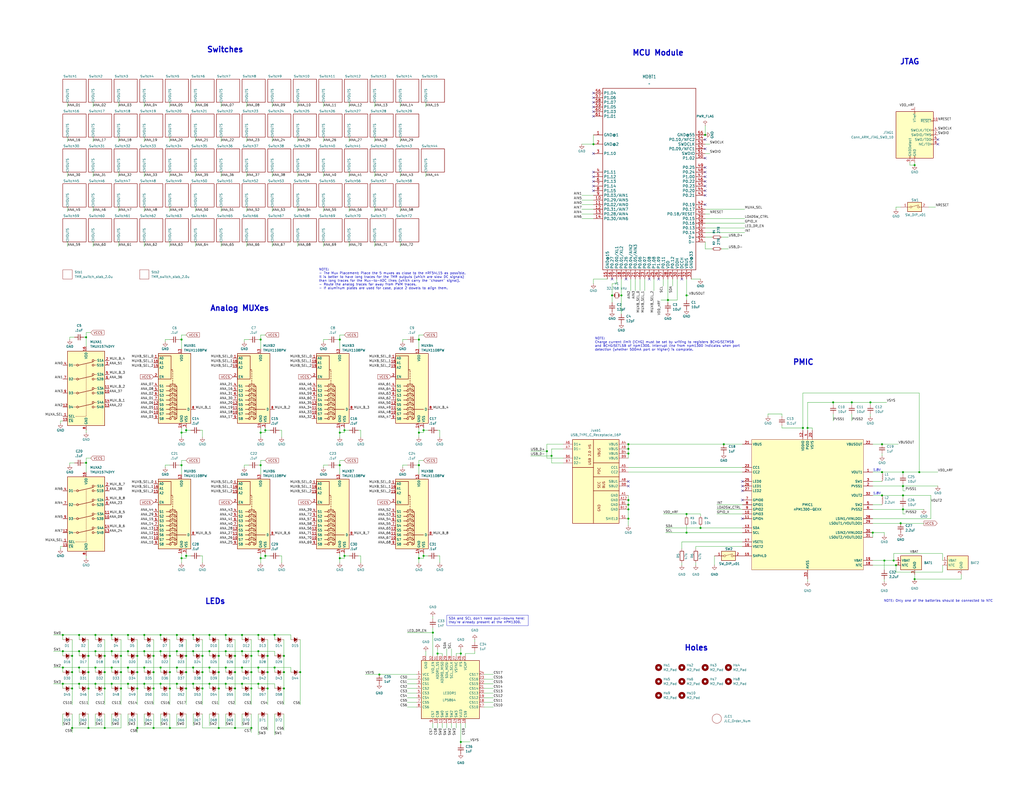
<source format=kicad_sch>
(kicad_sch (version 20250114) (generator "eeschema") (generator_version "9.0")
  (paper "C")
  (text "NOTE:\nCharge current limit (ICHG) must be set by writing to registers BCHGISETMSB\nand BCHGISETLSB of npm1300. Interrupt line from npm1300 indicates when port \ndetection (whether 500mA port or higher) is complete." (at 324.612 187.96 0) (effects (font (size 1.27 1.27)) (justify left)))
  (text "Holes" (at 373.38 355.6 0) (effects (font (size 3 3) (bold yes)) (justify left bottom)))
  (text "NOTE: Only one of the batteries should be connected to NTC" (at 512.064 328.168 0) (effects (font (size 1.27 1.27))))
  (text "1.8V" (at 478.536 256.794 0) (effects (font (size 1.27 1.27))))
  (text "MCU Module" (at 344.932 30.734 0) (effects (font (size 3 3) (bold yes)) (justify left bottom)))
  (text "JTAG" (at 490.982 35.56 0) (effects (font (size 3 3) (bold yes)) (justify left bottom)))
  (text "Analog MUXes" (at 114.554 170.18 0) (effects (font (size 3 3) (bold yes)) (justify left bottom)))
  (text "LEDs" (at 111.76 330.2 0) (effects (font (size 3 3) (bold yes)) (justify left bottom)))
  (text "PMIC" (at 432.562 199.644 0) (effects (font (size 3 3) (bold yes)) (justify left bottom)))
  (text "NOTE:\n- The Mux Placement: Place the 5 muxes as close to the nRF54L15 as possible. \nIt is better to have long traces for the TMR outputs (which are slow DC signals) \nthan long traces for the Mux-to-ADC lines (which carry the \"chosen\" signal).\n- Route the analog traces far away from PWM traces.\n- If aluminum plates are used for case, place 2 dowels to align them.\n" (at 173.99 158.242 0) (effects (font (size 1.27 1.27)) (justify left bottom)))
  (text "Switches" (at 112.776 28.956 0) (effects (font (size 3 3) (bold yes)) (justify left bottom)))
  (text "1.8V" (at 478.536 269.494 0) (effects (font (size 1.27 1.27))))
  (text_box "SDA and SCL don't need pull-downs here; \nthey're already present at the nPM1300.\n" (at 243.84 335.915 0) (size 44.45 5.715) (margins 0.9525 0.9525 0.9525 0.9525) (effects (font (size 1.27 1.27)) (justify left top)))
  (junction (at 342.9 245.11))
  (junction (at 142.24 185.42))
  (junction (at 48.26 358.14))
  (junction (at 123.19 373.38))
  (junction (at 144.78 234.95))
  (junction (at 114.3 364.49))
  (junction (at 123.19 364.49))
  (junction (at 83.82 397.51))
  (junction (at 185.42 304.8))
  (junction (at 132.08 355.6))
  (junction (at 48.26 375.92))
  (junction (at 48.26 397.51))
  (junction (at 137.16 358.14))
  (junction (at 43.18 346.71))
  (junction (at 92.71 397.51))
  (junction (at 39.37 367.03))
  (junction (at 128.27 397.51))
  (junction (at 101.6 303.53))
  (junction (at 92.71 358.14))
  (junction (at 146.05 358.14))
  (junction (at 52.07 364.49))
  (junction (at 96.52 364.49))
  (junction (at 140.97 355.6))
  (junction (at 83.82 367.03))
  (junction (at 34.29 373.38))
  (junction (at 140.97 373.38))
  (junction (at 83.82 375.92))
  (junction (at 39.37 375.92))
  (junction (at 454.66 219.71))
  (junction (at 142.24 304.8))
  (junction (at 96.52 355.6))
  (junction (at 342.9 283.21))
  (junction (at 96.52 346.71))
  (junction (at 185.42 254))
  (junction (at 491.49 285.75))
  (junction (at 132.08 373.38))
  (junction (at 114.3 355.6))
  (junction (at 101.6 358.14))
  (junction (at 298.45 246.38))
  (junction (at 481.33 270.51))
  (junction (at 110.49 367.03))
  (junction (at 99.06 185.42))
  (junction (at 105.41 373.38))
  (junction (at 128.27 367.03))
  (junction (at 119.38 397.51))
  (junction (at 231.14 234.95))
  (junction (at 57.15 367.03))
  (junction (at 438.15 233.68))
  (junction (at 46.99 184.15))
  (junction (at 142.24 254))
  (junction (at 394.97 242.57))
  (junction (at 364.49 163.83))
  (junction (at 69.85 364.49))
  (junction (at 60.96 355.6))
  (junction (at 132.08 364.49))
  (junction (at 149.86 346.71))
  (junction (at 185.42 236.22))
  (junction (at 99.06 304.8))
  (junction (at 92.71 375.92))
  (junction (at 339.09 161.29))
  (junction (at 185.42 185.42))
  (junction (at 83.82 358.14))
  (junction (at 57.15 397.51))
  (junction (at 114.3 373.38))
  (junction (at 60.96 346.71))
  (junction (at 34.29 355.6))
  (junction (at 342.9 247.65))
  (junction (at 501.65 257.81))
  (junction (at 187.96 234.95))
  (junction (at 228.6 304.8))
  (junction (at 74.93 397.51))
  (junction (at 342.9 242.57))
  (junction (at 105.41 346.71))
  (junction (at 87.63 364.49))
  (junction (at 137.16 367.03))
  (junction (at 487.68 306.07))
  (junction (at 119.38 367.03))
  (junction (at 132.08 346.71))
  (junction (at 374.65 161.29))
  (junction (at 34.29 364.49))
  (junction (at 481.33 257.81))
  (junction (at 48.26 367.03))
  (junction (at 87.63 373.38))
  (junction (at 78.74 364.49))
  (junction (at 39.37 397.51))
  (junction (at 87.63 355.6))
  (junction (at 228.6 185.42))
  (junction (at 207.01 368.3))
  (junction (at 46.99 252.73))
  (junction (at 66.04 358.14))
  (junction (at 99.06 254))
  (junction (at 384.81 73.66))
  (junction (at 323.85 78.74))
  (junction (at 74.93 375.92))
  (junction (at 69.85 346.71))
  (junction (at 154.94 358.14))
  (junction (at 146.05 367.03))
  (junction (at 137.16 397.51))
  (junction (at 492.76 265.43))
  (junction (at 110.49 358.14))
  (junction (at 146.05 375.92))
  (junction (at 52.07 355.6))
  (junction (at 163.83 367.03))
  (junction (at 119.38 375.92))
  (junction (at 154.94 367.03))
  (junction (at 101.6 375.92))
  (junction (at 440.69 233.68))
  (junction (at 187.96 303.53))
  (junction (at 123.19 355.6))
  (junction (at 78.74 346.71))
  (junction (at 228.6 254))
  (junction (at 69.85 355.6))
  (junction (at 149.86 364.49))
  (junction (at 105.41 364.49))
  (junction (at 300.99 248.92))
  (junction (at 43.18 373.38))
  (junction (at 66.04 367.03))
  (junction (at 481.33 242.57))
  (junction (at 140.97 346.71))
  (junction (at 105.41 355.6))
  (junction (at 499.11 316.23))
  (junction (at 137.16 375.92))
  (junction (at 128.27 358.14))
  (junction (at 474.98 219.71))
  (junction (at 342.9 278.13))
  (junction (at 123.19 346.71))
  (junction (at 334.01 161.29))
  (junction (at 238.76 356.87))
  (junction (at 78.74 373.38))
  (junction (at 154.94 375.92))
  (junction (at 228.6 236.22))
  (junction (at 374.65 280.67))
  (junction (at 482.6 306.07))
  (junction (at 60.96 364.49))
  (junction (at 110.49 375.92))
  (junction (at 69.85 373.38))
  (junction (at 99.06 236.22))
  (junction (at 87.63 346.71))
  (junction (at 92.71 367.03))
  (junction (at 74.93 367.03))
  (junction (at 144.78 303.53))
  (junction (at 78.74 355.6))
  (junction (at 34.29 346.71))
  (junction (at 476.25 290.83))
  (junction (at 96.52 373.38))
  (junction (at 464.82 219.71))
  (junction (at 57.15 358.14))
  (junction (at 52.07 346.71))
  (junction (at 342.9 273.05))
  (junction (at 342.9 275.59))
  (junction (at 114.3 346.71))
  (junction (at 374.65 290.83))
  (junction (at 128.27 375.92))
  (junction (at 39.37 358.14))
  (junction (at 492.76 278.13))
  (junction (at 119.38 358.14))
  (junction (at 57.15 375.92))
  (junction (at 492.76 257.81))
  (junction (at 488.95 308.61))
  (junction (at 231.14 303.53))
  (junction (at 66.04 375.92))
  (junction (at 101.6 367.03))
  (junction (at 52.07 373.38))
  (junction (at 140.97 364.49))
  (junction (at 43.18 364.49))
  (junction (at 101.6 234.95))
  (junction (at 492.76 270.51))
  (junction (at 43.18 355.6))
  (junction (at 251.46 405.13))
  (junction (at 499.11 90.17))
  (junction (at 236.22 345.44))
  (junction (at 382.27 288.29))
  (junction (at 60.96 373.38))
  (junction (at 251.46 356.87))
  (junction (at 142.24 236.22))
  (junction (at 74.93 358.14))
  (no_connect (at 384.81 91.44))
  (no_connect (at 384.81 106.68))
  (no_connect (at 323.85 63.5))
  (no_connect (at 323.85 96.52))
  (no_connect (at 323.85 104.14))
  (no_connect (at 354.33 152.4))
  (no_connect (at 384.81 99.06))
  (no_connect (at 405.13 273.05))
  (no_connect (at 342.9 265.43))
  (no_connect (at 323.85 101.6))
  (no_connect (at 384.81 104.14))
  (no_connect (at 334.01 152.4))
  (no_connect (at 511.81 78.74))
  (no_connect (at 384.81 81.28))
  (no_connect (at 323.85 53.34))
  (no_connect (at 384.81 111.76))
  (no_connect (at 323.85 83.82))
  (no_connect (at 372.11 152.4))
  (no_connect (at 511.81 76.2))
  (no_connect (at 323.85 99.06))
  (no_connect (at 323.85 55.88))
  (no_connect (at 359.41 152.4))
  (no_connect (at 323.85 50.8))
  (no_connect (at 323.85 60.96))
  (no_connect (at 384.81 93.98))
  (no_connect (at 384.81 76.2))
  (no_connect (at 405.13 283.21))
  (no_connect (at 341.63 152.4))
  (no_connect (at 405.13 262.89))
  (no_connect (at 342.9 262.89))
  (no_connect (at 384.81 86.36))
  (no_connect (at 405.13 267.97))
  (no_connect (at 323.85 58.42))
  (no_connect (at 384.81 101.6))
  (no_connect (at 405.13 265.43))
  (no_connect (at 323.85 93.98))
  (no_connect (at 384.81 96.52))
  (wire (pts (xy 110.49 234.95) (xy 110.49 238.76)))
  (wire (pts (xy 123.19 389.89) (xy 123.19 396.24)))
  (wire (pts (xy 96.52 373.38) (xy 105.41 373.38)))
  (wire (pts (xy 393.7 135.89) (xy 397.51 135.89)))
  (wire (pts (xy 251.46 405.13) (xy 256.54 405.13)))
  (wire (pts (xy 243.84 394.97) (xy 243.84 397.51)))
  (wire (pts (xy 64.77 74.93) (xy 64.77 77.47)))
  (wire (pts (xy 196.85 303.53) (xy 196.85 307.34)))
  (wire (pts (xy 238.76 234.95) (xy 240.03 234.95)))
  (wire (pts (xy 154.94 375.92) (xy 154.94 384.81)))
  (wire (pts (xy 132.08 355.6) (xy 132.08 358.14)))
  (wire (pts (xy 222.25 254) (xy 219.71 254)))
  (wire (pts (xy 241.3 358.14) (xy 241.3 356.87)))
  (wire (pts (xy 514.35 312.42) (xy 488.95 312.42)))
  (wire (pts (xy 240.03 303.53) (xy 240.03 307.34)))
  (wire (pts (xy 46.99 257.81) (xy 46.99 252.73)))
  (wire (pts (xy 426.72 227.33) (xy 426.72 226.06)))
  (wire (pts (xy 492.76 278.13) (xy 492.76 276.86)))
  (wire (pts (xy 135.89 185.42) (xy 133.35 185.42)))
  (wire (pts (xy 222.25 373.38) (xy 227.33 373.38)))
  (wire (pts (xy 50.8 113.03) (xy 50.8 115.57)))
  (wire (pts (xy 99.06 190.5) (xy 99.06 185.42)))
  (wire (pts (xy 78.74 364.49) (xy 87.63 364.49)))
  (wire (pts (xy 66.04 367.03) (xy 66.04 375.92)))
  (wire (pts (xy 99.06 233.68) (xy 99.06 236.22)))
  (wire (pts (xy 105.41 364.49) (xy 114.3 364.49)))
  (wire (pts (xy 69.85 373.38) (xy 78.74 373.38)))
  (wire (pts (xy 101.6 236.22) (xy 99.06 236.22)))
  (wire (pts (xy 135.89 254) (xy 133.35 254)))
  (wire (pts (xy 464.82 226.06) (xy 464.82 229.87)))
  (wire (pts (xy 476.25 262.89) (xy 481.33 262.89)))
  (wire (pts (xy 34.29 373.38) (xy 43.18 373.38)))
  (wire (pts (xy 231.14 233.68) (xy 231.14 234.95)))
  (wire (pts (xy 176.53 132.08) (xy 176.53 134.62)))
  (wire (pts (xy 120.65 55.88) (xy 120.65 58.42)))
  (wire (pts (xy 78.74 113.03) (xy 78.74 115.57)))
  (wire (pts (xy 363.22 288.29) (xy 382.27 288.29)))
  (wire (pts (xy 154.94 389.89) (xy 154.94 398.78)))
  (wire (pts (xy 238.76 394.97) (xy 238.76 397.51)))
  (wire (pts (xy 87.63 355.6) (xy 96.52 355.6)))
  (wire (pts (xy 52.07 346.71) (xy 52.07 349.25)))
  (wire (pts (xy 60.96 364.49) (xy 69.85 364.49)))
  (wire (pts (xy 231.14 234.95) (xy 231.14 236.22)))
  (wire (pts (xy 218.44 113.03) (xy 218.44 115.57)))
  (wire (pts (xy 482.6 306.07) (xy 482.6 311.15)))
  (wire (pts (xy 87.63 346.71) (xy 96.52 346.71)))
  (wire (pts (xy 176.53 185.42) (xy 176.53 186.69)))
  (wire (pts (xy 34.29 364.49) (xy 34.29 367.03)))
  (wire (pts (xy 144.78 236.22) (xy 142.24 236.22)))
  (wire (pts (xy 140.97 389.89) (xy 140.97 401.32)))
  (wire (pts (xy 78.74 373.38) (xy 87.63 373.38)))
  (wire (pts (xy 492.76 270.51) (xy 508 270.51)))
  (wire (pts (xy 46.99 181.61) (xy 46.99 184.15)))
  (wire (pts (xy 514.35 306.07) (xy 514.35 302.26)))
  (wire (pts (xy 185.42 304.8) (xy 185.42 307.34)))
  (wire (pts (xy 74.93 375.92) (xy 74.93 384.81)))
  (wire (pts (xy 232.41 93.98) (xy 232.41 96.52)))
  (wire (pts (xy 443.23 233.68) (xy 440.69 233.68)))
  (wire (pts (xy 248.92 394.97) (xy 248.92 397.51)))
  (wire (pts (xy 476.25 278.13) (xy 492.76 278.13)))
  (wire (pts (xy 78.74 346.71) (xy 87.63 346.71)))
  (wire (pts (xy 74.93 349.25) (xy 74.93 358.14)))
  (wire (pts (xy 228.6 304.8) (xy 228.6 307.34)))
  (wire (pts (xy 137.16 389.89) (xy 137.16 397.51)))
  (wire (pts (xy 87.63 389.89) (xy 87.63 396.24)))
  (wire (pts (xy 57.15 358.14) (xy 57.15 367.03)))
  (wire (pts (xy 133.35 254) (xy 133.35 255.27)))
  (wire (pts (xy 454.66 219.71) (xy 454.66 220.98)))
  (wire (pts (xy 69.85 346.71) (xy 69.85 349.25)))
  (wire (pts (xy 34.29 355.6) (xy 43.18 355.6)))
  (wire (pts (xy 162.56 113.03) (xy 162.56 115.57)))
  (wire (pts (xy 128.27 367.03) (xy 128.27 375.92)))
  (wire (pts (xy 219.71 185.42) (xy 219.71 186.69)))
  (wire (pts (xy 144.78 251.46) (xy 142.24 251.46)))
  (wire (pts (xy 114.3 355.6) (xy 123.19 355.6)))
  (wire (pts (xy 57.15 375.92) (xy 57.15 384.81)))
  (wire (pts (xy 60.96 373.38) (xy 69.85 373.38)))
  (wire (pts (xy 317.5 114.3) (xy 323.85 114.3)))
  (wire (pts (xy 101.6 251.46) (xy 99.06 251.46)))
  (wire (pts (xy 52.07 355.6) (xy 52.07 358.14)))
  (wire (pts (xy 482.6 306.07) (xy 487.68 306.07)))
  (wire (pts (xy 92.71 113.03) (xy 92.71 115.57)))
  (wire (pts (xy 196.85 234.95) (xy 196.85 238.76)))
  (wire (pts (xy 90.17 254) (xy 90.17 255.27)))
  (wire (pts (xy 33.02 229.87) (xy 33.02 231.14)))
  (wire (pts (xy 236.22 342.9) (xy 236.22 345.44)))
  (wire (pts (xy 379.73 307.34) (xy 379.73 308.61)))
  (wire (pts (xy 187.96 302.26) (xy 187.96 303.53)))
  (wire (pts (xy 149.86 373.38) (xy 149.86 375.92)))
  (wire (pts (xy 300.99 245.11) (xy 300.99 248.92)))
  (wire (pts (xy 382.27 287.02) (xy 382.27 288.29)))
  (wire (pts (xy 222.25 375.92) (xy 227.33 375.92)))
  (wire (pts (xy 128.27 389.89) (xy 128.27 397.51)))
  (wire (pts (xy 114.3 355.6) (xy 114.3 358.14)))
  (wire (pts (xy 132.08 389.89) (xy 132.08 396.24)))
  (wire (pts (xy 43.18 373.38) (xy 52.07 373.38)))
  (wire (pts (xy 317.5 106.68) (xy 323.85 106.68)))
  (wire (pts (xy 99.06 185.42) (xy 97.79 185.42)))
  (wire (pts (xy 60.96 389.89) (xy 60.96 396.24)))
  (wire (pts (xy 334.01 154.94) (xy 334.01 161.29)))
  (wire (pts (xy 50.8 74.93) (xy 50.8 77.47)))
  (wire (pts (xy 391.16 280.67) (xy 405.13 280.67)))
  (wire (pts (xy 524.51 316.23) (xy 499.11 316.23)))
  (wire (pts (xy 356.87 152.4) (xy 356.87 158.75)))
  (wire (pts (xy 153.67 234.95) (xy 153.67 238.76)))
  (wire (pts (xy 207.01 368.3) (xy 227.33 368.3)))
  (wire (pts (xy 384.81 78.74) (xy 387.35 78.74)))
  (wire (pts (xy 134.62 113.03) (xy 134.62 115.57)))
  (wire (pts (xy 374.65 290.83) (xy 405.13 290.83)))
  (wire (pts (xy 101.6 303.53) (xy 104.14 303.53)))
  (wire (pts (xy 101.6 349.25) (xy 101.6 358.14)))
  (wire (pts (xy 144.78 182.88) (xy 142.24 182.88)))
  (wire (pts (xy 29.21 346.71) (xy 34.29 346.71)))
  (wire (pts (xy 176.53 74.93) (xy 176.53 77.47)))
  (wire (pts (xy 105.41 364.49) (xy 105.41 367.03)))
  (wire (pts (xy 440.69 219.71) (xy 454.66 219.71)))
  (wire (pts (xy 228.6 302.26) (xy 228.6 304.8)))
  (wire (pts (xy 66.04 349.25) (xy 66.04 358.14)))
  (wire (pts (xy 228.6 259.08) (xy 228.6 254)))
  (wire (pts (xy 190.5 132.08) (xy 190.5 134.62)))
  (wire (pts (xy 269.24 375.92) (xy 264.16 375.92)))
  (wire (pts (xy 38.1 184.15) (xy 38.1 185.42)))
  (wire (pts (xy 443.23 234.95) (xy 443.23 233.68)))
  (wire (pts (xy 384.81 119.38) (xy 406.4 119.38)))
  (wire (pts (xy 499.11 313.69) (xy 499.11 316.23)))
  (wire (pts (xy 87.63 355.6) (xy 87.63 358.14)))
  (wire (pts (xy 92.71 397.51) (xy 83.82 397.51)))
  (wire (pts (xy 179.07 254) (xy 176.53 254)))
  (wire (pts (xy 96.52 355.6) (xy 105.41 355.6)))
  (wire (pts (xy 372.11 307.34) (xy 372.11 308.61)))
  (wire (pts (xy 64.77 113.03) (xy 64.77 115.57)))
  (wire (pts (xy 133.35 185.42) (xy 133.35 186.69)))
  (wire (pts (xy 142.24 185.42) (xy 140.97 185.42)))
  (wire (pts (xy 87.63 373.38) (xy 96.52 373.38)))
  (wire (pts (xy 152.4 303.53) (xy 153.67 303.53)))
  (wire (pts (xy 222.25 185.42) (xy 219.71 185.42)))
  (wire (pts (xy 307.34 250.19) (xy 298.45 250.19)))
  (wire (pts (xy 491.49 285.75) (xy 504.19 285.75)))
  (wire (pts (xy 92.71 254) (xy 90.17 254)))
  (wire (pts (xy 66.04 397.51) (xy 57.15 397.51)))
  (wire (pts (xy 361.95 152.4) (xy 361.95 156.21)))
  (wire (pts (xy 218.44 55.88) (xy 218.44 58.42)))
  (wire (pts (xy 106.68 74.93) (xy 106.68 77.47)))
  (wire (pts (xy 369.57 152.4) (xy 369.57 163.83)))
  (wire (pts (xy 384.81 135.89) (xy 388.62 135.89)))
  (wire (pts (xy 83.82 358.14) (xy 83.82 367.03)))
  (wire (pts (xy 298.45 250.19) (xy 298.45 246.38)))
  (wire (pts (xy 49.53 181.61) (xy 46.99 181.61)))
  (wire (pts (xy 52.07 346.71) (xy 60.96 346.71)))
  (wire (pts (xy 426.72 226.06) (xy 419.1 226.06)))
  (wire (pts (xy 106.68 55.88) (xy 106.68 58.42)))
  (wire (pts (xy 248.92 356.87) (xy 251.46 356.87)))
  (wire (pts (xy 251.46 356.87) (xy 251.46 358.14)))
  (wire (pts (xy 232.41 355.6) (xy 232.41 358.14)))
  (wire (pts (xy 92.71 132.08) (xy 92.71 134.62)))
  (wire (pts (xy 34.29 364.49) (xy 43.18 364.49)))
  (wire (pts (xy 222.25 381) (xy 227.33 381)))
  (wire (pts (xy 153.67 303.53) (xy 153.67 307.34)))
  (wire (pts (xy 228.6 185.42) (xy 227.33 185.42)))
  (wire (pts (xy 142.24 233.68) (xy 142.24 236.22)))
  (wire (pts (xy 96.52 364.49) (xy 105.41 364.49)))
  (wire (pts (xy 109.22 234.95) (xy 110.49 234.95)))
  (wire (pts (xy 222.25 378.46) (xy 227.33 378.46)))
  (wire (pts (xy 144.78 234.95) (xy 147.32 234.95)))
  (wire (pts (xy 36.83 113.03) (xy 36.83 115.57)))
  (wire (pts (xy 132.08 373.38) (xy 132.08 375.92)))
  (wire (pts (xy 34.29 389.89) (xy 34.29 396.24)))
  (wire (pts (xy 382.27 280.67) (xy 382.27 281.94)))
  (wire (pts (xy 78.74 93.98) (xy 78.74 96.52)))
  (wire (pts (xy 231.14 304.8) (xy 228.6 304.8)))
  (wire (pts (xy 148.59 93.98) (xy 148.59 96.52)))
  (wire (pts (xy 105.41 346.71) (xy 114.3 346.71)))
  (wire (pts (xy 137.16 358.14) (xy 137.16 367.03)))
  (wire (pts (xy 105.41 355.6) (xy 114.3 355.6)))
  (wire (pts (xy 110.49 303.53) (xy 110.49 307.34)))
  (wire (pts (xy 144.78 302.26) (xy 144.78 303.53)))
  (wire (pts (xy 34.29 373.38) (xy 34.29 375.92)))
  (wire (pts (xy 132.08 346.71) (xy 140.97 346.71)))
  (wire (pts (xy 83.82 349.25) (xy 83.82 358.14)))
  (wire (pts (xy 474.98 219.71) (xy 483.87 219.71)))
  (wire (pts (xy 187.96 236.22) (xy 185.42 236.22)))
  (wire (pts (xy 99.06 251.46) (xy 99.06 254)))
  (wire (pts (xy 187.96 234.95) (xy 187.96 236.22)))
  (wire (pts (xy 204.47 55.88) (xy 204.47 58.42)))
  (wire (pts (xy 96.52 346.71) (xy 96.52 349.25)))
  (wire (pts (xy 377.19 152.4) (xy 382.27 152.4)))
  (wire (pts (xy 374.65 287.02) (xy 374.65 290.83)))
  (wire (pts (xy 163.83 367.03) (xy 163.83 384.81)))
  (wire (pts (xy 382.27 288.29) (xy 405.13 288.29)))
  (wire (pts (xy 240.03 234.95) (xy 240.03 238.76)))
  (wire (pts (xy 142.24 251.46) (xy 142.24 254)))
  (wire (pts (xy 222.25 370.84) (xy 227.33 370.84)))
  (wire (pts (xy 123.19 346.71) (xy 123.19 349.25)))
  (wire (pts (xy 105.41 355.6) (xy 105.41 358.14)))
  (wire (pts (xy 134.62 93.98) (xy 134.62 96.52)))
  (wire (pts (xy 187.96 251.46) (xy 185.42 251.46)))
  (wire (pts (xy 298.45 246.38) (xy 298.45 242.57)))
  (wire (pts (xy 140.97 346.71) (xy 140.97 349.25)))
  (wire (pts (xy 99.06 304.8) (xy 99.06 307.34)))
  (wire (pts (xy 40.64 184.15) (xy 38.1 184.15)))
  (wire (pts (xy 148.59 55.88) (xy 148.59 58.42)))
  (wire (pts (xy 114.3 364.49) (xy 114.3 367.03)))
  (wire (pts (xy 440.69 233.68) (xy 440.69 219.71)))
  (wire (pts (xy 119.38 349.25) (xy 119.38 358.14)))
  (wire (pts (xy 231.14 182.88) (xy 228.6 182.88)))
  (wire (pts (xy 419.1 226.06) (xy 419.1 227.33)))
  (wire (pts (xy 46.99 252.73) (xy 45.72 252.73)))
  (wire (pts (xy 57.15 397.51) (xy 48.26 397.51)))
  (wire (pts (xy 152.4 234.95) (xy 153.67 234.95)))
  (wire (pts (xy 36.83 55.88) (xy 36.83 58.42)))
  (wire (pts (xy 264.16 368.3) (xy 269.24 368.3)))
  (wire (pts (xy 110.49 349.25) (xy 110.49 358.14)))
  (wire (pts (xy 43.18 346.71) (xy 52.07 346.71)))
  (wire (pts (xy 438.15 233.68) (xy 426.72 233.68)))
  (wire (pts (xy 69.85 355.6) (xy 69.85 358.14)))
  (wire (pts (xy 110.49 389.89) (xy 110.49 397.51)))
  (wire (pts (xy 492.76 267.97) (xy 492.76 265.43)))
  (wire (pts (xy 346.71 152.4) (xy 346.71 158.75)))
  (wire (pts (xy 99.06 182.88) (xy 99.06 185.42)))
  (wire (pts (xy 254 358.14) (xy 254 356.87)))
  (wire (pts (xy 323.85 73.66) (xy 323.85 78.74)))
  (wire (pts (xy 384.81 124.46) (xy 406.4 124.46)))
  (wire (pts (xy 251.46 354.33) (xy 251.46 356.87)))
  (wire (pts (xy 476.25 290.83) (xy 476.25 293.37)))
  (wire (pts (xy 238.76 354.33) (xy 238.76 356.87)))
  (wire (pts (xy 92.71 349.25) (xy 92.71 358.14)))
  (wire (pts (xy 269.24 370.84) (xy 264.16 370.84)))
  (wire (pts (xy 488.95 113.03) (xy 488.95 114.3)))
  (wire (pts (xy 92.71 55.88) (xy 92.71 58.42)))
  (wire (pts (xy 99.06 254) (xy 97.79 254)))
  (wire (pts (xy 231.14 302.26) (xy 231.14 303.53)))
  (wire (pts (xy 405.13 298.45) (xy 379.73 298.45)))
  (wire (pts (xy 228.6 182.88) (xy 228.6 185.42)))
  (wire (pts (xy 48.26 389.89) (xy 48.26 397.51)))
  (wire (pts (xy 218.44 132.08) (xy 218.44 134.62)))
  (wire (pts (xy 474.98 226.06) (xy 474.98 227.33)))
  (wire (pts (xy 364.49 163.83) (xy 364.49 165.1)))
  (wire (pts (xy 179.07 185.42) (xy 176.53 185.42)))
  (wire (pts (xy 78.74 355.6) (xy 78.74 358.14)))
  (wire (pts (xy 52.07 389.89) (xy 52.07 396.24)))
  (wire (pts (xy 185.42 251.46) (xy 185.42 254)))
  (wire (pts (xy 39.37 375.92) (xy 39.37 384.81)))
  (wire (pts (xy 364.49 152.4) (xy 364.49 163.83)))
  (wire (pts (xy 187.96 182.88) (xy 185.42 182.88)))
  (wire (pts (xy 83.82 397.51) (xy 74.93 397.51)))
  (wire (pts (xy 140.97 373.38) (xy 140.97 375.92)))
  (wire (pts (xy 342.9 247.65) (xy 342.9 250.19)))
  (wire (pts (xy 158.75 346.71) (xy 158.75 349.25)))
  (wire (pts (xy 492.76 257.81) (xy 492.76 259.08)))
  (wire (pts (xy 185.42 190.5) (xy 185.42 185.42)))
  (wire (pts (xy 269.24 386.08) (xy 264.16 386.08)))
  (wire (pts (xy 154.94 349.25) (xy 154.94 358.14)))
  (wire (pts (xy 204.47 132.08) (xy 204.47 134.62)))
  (wire (pts (xy 492.76 270.51) (xy 492.76 271.78)))
  (wire (pts (xy 43.18 389.89) (xy 43.18 396.24)))
  (wire (pts (xy 481.33 257.81) (xy 492.76 257.81)))
  (wire (pts (xy 105.41 373.38) (xy 105.41 375.92)))
  (wire (pts (xy 39.37 389.89) (xy 39.37 397.51)))
  (wire (pts (xy 134.62 132.08) (xy 134.62 134.62)))
  (wire (pts (xy 317.5 109.22) (xy 323.85 109.22)))
  (wire (pts (xy 140.97 355.6) (xy 140.97 358.14)))
  (wire (pts (xy 78.74 55.88) (xy 78.74 58.42)))
  (wire (pts (xy 360.68 163.83) (xy 364.49 163.83)))
  (wire (pts (xy 92.71 375.92) (xy 92.71 384.81)))
  (wire (pts (xy 228.6 251.46) (xy 228.6 254)))
  (wire (pts (xy 48.26 358.14) (xy 48.26 367.03)))
  (wire (pts (xy 492.76 265.43) (xy 511.81 265.43)))
  (wire (pts (xy 149.86 364.49) (xy 149.86 367.03)))
  (wire (pts (xy 176.53 93.98) (xy 176.53 96.52)))
  (wire (pts (xy 476.25 242.57) (xy 481.33 242.57)))
  (wire (pts (xy 87.63 373.38) (xy 87.63 375.92)))
  (wire (pts (xy 501.65 214.63) (xy 438.15 214.63)))
  (wire (pts (xy 132.08 373.38) (xy 140.97 373.38)))
  (wire (pts (xy 476.25 275.59) (xy 481.33 275.59)))
  (wire (pts (xy 514.35 308.61) (xy 514.35 312.42)))
  (wire (pts (xy 496.57 88.9) (xy 496.57 90.17)))
  (wire (pts (xy 101.6 234.95) (xy 104.14 234.95)))
  (wire (pts (xy 74.93 358.14) (xy 74.93 367.03)))
  (wire (pts (xy 92.71 93.98) (xy 92.71 96.52)))
  (wire (pts (xy 48.26 349.25) (xy 48.26 358.14)))
  (wire (pts (xy 142.24 236.22) (xy 142.24 238.76)))
  (wire (pts (xy 83.82 389.89) (xy 83.82 397.51)))
  (wire (pts (xy 96.52 355.6) (xy 96.52 358.14)))
  (wire (pts (xy 195.58 303.53) (xy 196.85 303.53)))
  (wire (pts (xy 90.17 185.42) (xy 90.17 186.69)))
  (wire (pts (xy 384.81 83.82) (xy 387.35 83.82)))
  (wire (pts (xy 384.81 121.92) (xy 406.4 121.92)))
  (wire (pts (xy 231.14 303.53) (xy 233.68 303.53)))
  (wire (pts (xy 185.42 254) (xy 184.15 254)))
  (wire (pts (xy 218.44 93.98) (xy 218.44 96.52)))
  (wire (pts (xy 323.85 152.4) (xy 331.47 152.4)))
  (wire (pts (xy 187.96 233.68) (xy 187.96 234.95)))
  (wire (pts (xy 46.99 234.95) (xy 46.99 236.22)))
  (wire (pts (xy 140.97 364.49) (xy 140.97 367.03)))
  (wire (pts (xy 185.42 185.42) (xy 184.15 185.42)))
  (wire (pts (xy 29.21 355.6) (xy 34.29 355.6)))
  (wire (pts (xy 363.22 290.83) (xy 374.65 290.83)))
  (wire (pts (xy 231.14 234.95) (xy 233.68 234.95)))
  (wire (pts (xy 300.99 252.73) (xy 307.34 252.73)))
  (wire (pts (xy 372.11 295.91) (xy 372.11 299.72)))
  (wire (pts (xy 114.3 346.71) (xy 114.3 349.25)))
  (wire (pts (xy 231.14 236.22) (xy 228.6 236.22)))
  (wire (pts (xy 128.27 375.92) (xy 128.27 384.81)))
  (wire (pts (xy 119.38 389.89) (xy 119.38 397.51)))
  (wire (pts (xy 96.52 389.89) (xy 96.52 396.24)))
  (wire (pts (xy 342.9 245.11) (xy 342.9 247.65)))
  (wire (pts (xy 142.24 254) (xy 140.97 254)))
  (wire (pts (xy 289.56 248.92) (xy 300.99 248.92)))
  (wire (pts (xy 440.69 316.23) (xy 440.69 317.5)))
  (wire (pts (xy 204.47 74.93) (xy 204.47 77.47)))
  (wire (pts (xy 506.73 113.03) (xy 510.54 113.03)))
  (wire (pts (xy 384.81 68.58) (xy 384.81 73.66)))
  (wire (pts (xy 426.72 233.68) (xy 426.72 232.41)))
  (wire (pts (xy 176.53 55.88) (xy 176.53 58.42)))
  (wire (pts (xy 162.56 132.08) (xy 162.56 134.62)))
  (wire (pts (xy 334.01 161.29) (xy 334.01 165.1)))
  (wire (pts (xy 317.5 78.74) (xy 323.85 78.74)))
  (wire (pts (xy 106.68 93.98) (xy 106.68 96.52)))
  (wire (pts (xy 241.3 356.87) (xy 238.76 356.87)))
  (wire (pts (xy 87.63 364.49) (xy 96.52 364.49)))
  (wire (pts (xy 149.86 364.49) (xy 158.75 364.49)))
  (wire (pts (xy 269.24 378.46) (xy 264.16 378.46)))
  (wire (pts (xy 391.16 275.59) (xy 405.13 275.59)))
  (wire (pts (xy 78.74 346.71) (xy 78.74 349.25)))
  (wire (pts (xy 101.6 233.68) (xy 101.6 234.95)))
  (wire (pts (xy 99.06 236.22) (xy 99.06 238.76)))
  (wire (pts (xy 140.97 355.6) (xy 149.86 355.6)))
  (wire (pts (xy 204.47 93.98) (xy 204.47 96.52)))
  (wire (pts (xy 29.21 364.49) (xy 34.29 364.49)))
  (wire (pts (xy 43.18 355.6) (xy 43.18 358.14)))
  (wire (pts (xy 39.37 397.51) (xy 39.37 400.05)))
  (wire (pts (xy 342.9 255.27) (xy 405.13 255.27)))
  (wire (pts (xy 132.08 364.49) (xy 132.08 367.03)))
  (wire (pts (xy 464.82 219.71) (xy 464.82 220.98)))
  (wire (pts (xy 336.55 154.94) (xy 334.01 154.94)))
  (wire (pts (xy 185.42 259.08) (xy 185.42 254)))
  (wire (pts (xy 336.55 152.4) (xy 336.55 154.94)))
  (wire (pts (xy 494.03 267.97) (xy 492.76 267.97)))
  (wire (pts (xy 87.63 364.49) (xy 87.63 367.03)))
  (wire (pts (xy 389.89 303.53) (xy 389.89 308.61)))
  (wire (pts (xy 101.6 303.53) (xy 101.6 304.8)))
  (wire (pts (xy 187.96 304.8) (xy 185.42 304.8)))
  (wire (pts (xy 83.82 375.92) (xy 83.82 384.81)))
  (wire (pts (xy 501.65 257.81) (xy 511.81 257.81)))
  (wire (pts (xy 251.46 394.97) (xy 251.46 405.13)))
  (wire (pts (xy 144.78 303.53) (xy 144.78 304.8)))
  (wire (pts (xy 190.5 113.03) (xy 190.5 115.57)))
  (wire (pts (xy 176.53 254) (xy 176.53 255.27)))
  (wire (pts (xy 140.97 346.71) (xy 149.86 346.71)))
  (wire (pts (xy 393.7 129.54) (xy 397.51 129.54)))
  (wire (pts (xy 92.71 358.14) (xy 92.71 367.03)))
  (wire (pts (xy 52.07 373.38) (xy 52.07 375.92)))
  (wire (pts (xy 187.96 234.95) (xy 190.5 234.95)))
  (wire (pts (xy 524.51 313.69) (xy 524.51 316.23)))
  (wire (pts (xy 289.56 246.38) (xy 298.45 246.38)))
  (wire (pts (xy 199.39 368.3) (xy 207.01 368.3)))
  (wire (pts (xy 149.86 346.71) (xy 149.86 349.25)))
  (wire (pts (xy 149.86 389.89) (xy 149.86 401.32)))
  (wire (pts (xy 43.18 364.49) (xy 52.07 364.49)))
  (wire (pts (xy 36.83 132.08) (xy 36.83 134.62)))
  (wire (pts (xy 342.9 242.57) (xy 342.9 245.11)))
  (wire (pts (xy 476.25 308.61) (xy 488.95 308.61)))
  (wire (pts (xy 96.52 373.38) (xy 96.52 375.92)))
  (wire (pts (xy 231.14 251.46) (xy 228.6 251.46)))
  (wire (pts (xy 132.08 346.71) (xy 132.08 349.25)))
  (wire (pts (xy 114.3 373.38) (xy 123.19 373.38)))
  (wire (pts (xy 114.3 389.89) (xy 114.3 396.24)))
  (wire (pts (xy 228.6 190.5) (xy 228.6 185.42)))
  (wire (pts (xy 38.1 252.73) (xy 38.1 254)))
  (wire (pts (xy 119.38 367.03) (xy 119.38 375.92)))
  (wire (pts (xy 342.9 257.81) (xy 405.13 257.81)))
  (wire (pts (xy 374.65 280.67) (xy 374.65 281.94)))
  (wire (pts (xy 481.33 270.51) (xy 492.76 270.51)))
  (wire (pts (xy 231.14 303.53) (xy 231.14 304.8)))
  (wire (pts (xy 109.22 303.53) (xy 110.49 303.53)))
  (wire (pts (xy 99.06 259.08) (xy 99.06 254)))
  (wire (pts (xy 300.99 248.92) (xy 300.99 252.73)))
  (wire (pts (xy 39.37 349.25) (xy 39.37 358.14)))
  (wire (pts (xy 176.53 113.03) (xy 176.53 115.57)))
  (wire (pts (xy 101.6 375.92) (xy 101.6 384.81)))
  (wire (pts (xy 144.78 234.95) (xy 144.78 236.22)))
  (wire (pts (xy 39.37 358.14) (xy 39.37 367.03)))
  (wire (pts (xy 114.3 364.49) (xy 123.19 364.49)))
  (wire (pts (xy 114.3 346.71) (xy 123.19 346.71)))
  (wire (pts (xy 236.22 336.55) (xy 236.22 337.82)))
  (wire (pts (xy 105.41 389.89) (xy 105.41 396.24)))
  (wire (pts (xy 149.86 346.71) (xy 158.75 346.71)))
  (wire (pts (xy 454.66 219.71) (xy 464.82 219.71)))
  (wire (pts (xy 78.74 74.93) (xy 78.74 77.47)))
  (wire (pts (xy 476.25 290.83) (xy 482.6 290.83)))
  (wire (pts (xy 34.29 229.87) (xy 33.02 229.87)))
  (wire (pts (xy 254 356.87) (xy 259.08 356.87)))
  (wire (pts (xy 34.29 298.45) (xy 33.02 298.45)))
  (wire (pts (xy 148.59 132.08) (xy 148.59 134.62)))
  (wire (pts (xy 43.18 346.71) (xy 43.18 349.25)))
  (wire (pts (xy 190.5 55.88) (xy 190.5 58.42)))
  (wire (pts (xy 123.19 346.71) (xy 132.08 346.71)))
  (wire (pts (xy 57.15 389.89) (xy 57.15 397.51)))
  (wire (pts (xy 481.33 242.57) (xy 490.22 242.57)))
  (wire (pts (xy 128.27 349.25) (xy 128.27 358.14)))
  (wire (pts (xy 106.68 132.08) (xy 106.68 134.62)))
  (wire (pts (xy 269.24 373.38) (xy 264.16 373.38)))
  (wire (pts (xy 46.99 184.15) (xy 46.99 189.23)))
  (wire (pts (xy 128.27 397.51) (xy 137.16 397.51)))
  (wire (pts (xy 120.65 113.03) (xy 120.65 115.57)))
  (wire (pts (xy 394.97 242.57) (xy 405.13 242.57)))
  (wire (pts (xy 482.6 316.23) (xy 482.6 317.5)))
  (wire (pts (xy 64.77 55.88) (xy 64.77 58.42)))
  (wire (pts (xy 185.42 233.68) (xy 185.42 236.22)))
  (wire (pts (xy 487.68 302.26) (xy 487.68 306.07)))
  (wire (pts (xy 187.96 303.53) (xy 190.5 303.53)))
  (wire (pts (xy 132.08 364.49) (xy 140.97 364.49)))
  (wire (pts (xy 369.57 163.83) (xy 364.49 163.83)))
  (wire (pts (xy 384.81 132.08) (xy 384.81 135.89)))
  (wire (pts (xy 492.76 265.43) (xy 492.76 264.16)))
  (wire (pts (xy 50.8 132.08) (xy 50.8 134.62)))
  (wire (pts (xy 144.78 233.68) (xy 144.78 234.95)))
  (wire (pts (xy 254 394.97) (xy 254 397.51)))
  (wire (pts (xy 476.25 257.81) (xy 481.33 257.81)))
  (wire (pts (xy 69.85 346.71) (xy 78.74 346.71)))
  (wire (pts (xy 92.71 389.89) (xy 92.71 397.51)))
  (wire (pts (xy 46.99 184.15) (xy 45.72 184.15)))
  (wire (pts (xy 43.18 355.6) (xy 52.07 355.6)))
  (wire (pts (xy 50.8 93.98) (xy 50.8 96.52)))
  (wire (pts (xy 78.74 373.38) (xy 78.74 375.92)))
  (wire (pts (xy 351.79 152.4) (xy 351.79 158.75)))
  (wire (pts (xy 57.15 349.25) (xy 57.15 358.14)))
  (wire (pts (xy 236.22 345.44) (xy 236.22 358.14)))
  (wire (pts (xy 78.74 389.89) (xy 78.74 396.24)))
  (wire (pts (xy 494.03 280.67) (xy 492.76 280.67)))
  (wire (pts (xy 499.11 88.9) (xy 499.11 90.17)))
  (wire (pts (xy 374.65 152.4) (xy 374.65 161.29)))
  (wire (pts (xy 60.96 355.6) (xy 60.96 358.14)))
  (wire (pts (xy 33.02 298.45) (xy 33.02 299.72)))
  (wire (pts (xy 269.24 383.54) (xy 264.16 383.54)))
  (wire (pts (xy 60.96 346.71) (xy 60.96 349.25)))
  (wire (pts (xy 57.15 367.03) (xy 57.15 375.92)))
  (wire (pts (xy 344.17 152.4) (xy 344.17 158.75)))
  (wire (pts (xy 349.25 152.4) (xy 349.25 158.75)))
  (wire (pts (xy 339.09 152.4) (xy 339.09 161.29)))
  (wire (pts (xy 228.6 233.68) (xy 228.6 236.22)))
  (wire (pts (xy 137.16 375.92) (xy 137.16 384.81)))
  (wire (pts (xy 405.13 295.91) (xy 372.11 295.91)))
  (wire (pts (xy 342.9 278.13) (xy 342.9 283.21)))
  (wire (pts (xy 101.6 358.14) (xy 101.6 367.03)))
  (wire (pts (xy 132.08 355.6) (xy 140.97 355.6)))
  (wire (pts (xy 323.85 154.94) (xy 323.85 152.4)))
  (wire (pts (xy 43.18 373.38) (xy 43.18 375.92)))
  (wire (pts (xy 222.25 345.44) (xy 236.22 345.44)))
  (wire (pts (xy 96.52 364.49) (xy 96.52 367.03)))
  (wire (pts (xy 74.93 389.89) (xy 74.93 397.51)))
  (wire (pts (xy 40.64 252.73) (xy 38.1 252.73)))
  (wire (pts (xy 142.24 304.8) (xy 142.24 307.34)))
  (wire (pts (xy 60.96 346.71) (xy 69.85 346.71)))
  (wire (pts (xy 66.04 375.92) (xy 66.04 384.81)))
  (wire (pts (xy 491.49 113.03) (xy 488.95 113.03)))
  (wire (pts (xy 238.76 303.53) (xy 240.03 303.53)))
  (wire (pts (xy 148.59 74.93) (xy 148.59 77.47)))
  (wire (pts (xy 243.84 354.33) (xy 243.84 358.14)))
  (wire (pts (xy 514.35 302.26) (xy 487.68 302.26)))
  (wire (pts (xy 187.96 303.53) (xy 187.96 304.8)))
  (wire (pts (xy 78.74 364.49) (xy 78.74 367.03)))
  (wire (pts (xy 110.49 397.51) (xy 119.38 397.51)))
  (wire (pts (xy 367.03 152.4) (xy 367.03 156.21)))
  (wire (pts (xy 64.77 93.98) (xy 64.77 96.52)))
  (wire (pts (xy 96.52 346.71) (xy 105.41 346.71)))
  (wire (pts (xy 140.97 364.49) (xy 149.86 364.49)))
  (wire (pts (xy 110.49 375.92) (xy 110.49 384.81)))
  (wire (pts (xy 123.19 364.49) (xy 123.19 367.03)))
  (wire (pts (xy 492.76 280.67) (xy 492.76 278.13)))
  (wire (pts (xy 142.24 182.88) (xy 142.24 185.42)))
  (wire (pts (xy 52.07 355.6) (xy 60.96 355.6)))
  (wire (pts (xy 110.49 358.14) (xy 110.49 367.03)))
  (wire (pts (xy 119.38 358.14) (xy 119.38 367.03)))
  (wire (pts (xy 50.8 55.88) (xy 50.8 58.42)))
  (wire (pts (xy 342.9 273.05) (xy 342.9 275.59)))
  (wire (pts (xy 78.74 132.08) (xy 78.74 134.62)))
  (wire (pts (xy 163.83 349.25) (xy 163.83 367.03)))
  (wire (pts (xy 49.53 250.19) (xy 46.99 250.19)))
  (wire (pts (xy 476.25 270.51) (xy 481.33 270.51)))
  (wire (pts (xy 69.85 389.89) (xy 69.85 396.24)))
  (wire (pts (xy 60.96 355.6) (xy 69.85 355.6)))
  (wire (pts (xy 474.98 219.71) (xy 474.98 220.98)))
  (wire (pts (xy 52.07 364.49) (xy 60.96 364.49)))
  (wire (pts (xy 140.97 373.38) (xy 149.86 373.38)))
  (wire (pts (xy 238.76 356.87) (xy 238.76 358.14)))
  (wire (pts (xy 317.5 111.76) (xy 323.85 111.76)))
  (wire (pts (xy 128.27 358.14) (xy 128.27 367.03)))
  (wire (pts (xy 339.09 161.29) (xy 339.09 171.45)))
  (wire (pts (xy 144.78 303.53) (xy 147.32 303.53)))
  (wire (pts (xy 34.29 346.71) (xy 43.18 346.71)))
  (wire (pts (xy 144.78 304.8) (xy 142.24 304.8)))
  (wire (pts (xy 476.25 265.43) (xy 492.76 265.43)))
  (wire (pts (xy 92.71 367.03) (xy 92.71 375.92)))
  (wire (pts (xy 487.68 306.07) (xy 488.95 306.07)))
  (wire (pts (xy 222.25 386.08) (xy 227.33 386.08)))
  (wire (pts (xy 361.95 280.67) (xy 374.65 280.67)))
  (wire (pts (xy 384.81 114.3) (xy 406.4 114.3)))
  (wire (pts (xy 36.83 93.98) (xy 36.83 96.52)))
  (wire (pts (xy 384.81 129.54) (xy 388.62 129.54)))
  (wire (pts (xy 158.75 364.49) (xy 158.75 367.03)))
  (wire (pts (xy 342.9 275.59) (xy 342.9 278.13)))
  (wire (pts (xy 60.96 364.49) (xy 60.96 367.03)))
  (wire (pts (xy 481.33 247.65) (xy 481.33 248.92)))
  (wire (pts (xy 162.56 55.88) (xy 162.56 58.42)))
  (wire (pts (xy 99.06 302.26) (xy 99.06 304.8)))
  (wire (pts (xy 119.38 397.51) (xy 128.27 397.51)))
  (wire (pts (xy 492.76 278.13) (xy 504.19 278.13)))
  (wire (pts (xy 317.5 119.38) (xy 323.85 119.38)))
  (wire (pts (xy 482.6 290.83) (xy 482.6 292.1)))
  (wire (pts (xy 204.47 113.03) (xy 204.47 115.57)))
  (wire (pts (xy 501.65 257.81) (xy 501.65 214.63)))
  (wire (pts (xy 342.9 242.57) (xy 394.97 242.57)))
  (wire (pts (xy 162.56 93.98) (xy 162.56 96.52)))
  (wire (pts (xy 440.69 234.95) (xy 440.69 233.68)))
  (wire (pts (xy 342.9 270.51) (xy 342.9 273.05)))
  (wire (pts (xy 464.82 219.71) (xy 474.98 219.71)))
  (wire (pts (xy 317.5 116.84) (xy 323.85 116.84)))
  (wire (pts (xy 146.05 375.92) (xy 146.05 384.81)))
  (wire (pts (xy 185.42 182.88) (xy 185.42 185.42)))
  (wire (pts (xy 92.71 74.93) (xy 92.71 77.47)))
  (wire (pts (xy 476.25 283.21) (xy 508 283.21)))
  (wire (pts (xy 146.05 349.25) (xy 146.05 358.14)))
  (wire (pts (xy 46.99 303.53) (xy 46.99 304.8)))
  (wire (pts (xy 190.5 74.93) (xy 190.5 77.47)))
  (wire (pts (xy 492.76 257.81) (xy 501.65 257.81)))
  (wire (pts (xy 101.6 234.95) (xy 101.6 236.22)))
  (wire (pts (xy 34.29 346.71) (xy 34.29 349.25)))
  (wire (pts (xy 374.65 161.29) (xy 375.92 161.29)))
  (wire (pts (xy 101.6 304.8) (xy 99.06 304.8)))
  (wire (pts (xy 222.25 383.54) (xy 227.33 383.54)))
  (wire (pts (xy 78.74 355.6) (xy 87.63 355.6)))
  (wire (pts (xy 342.9 283.21) (xy 342.9 287.02)))
  (wire (pts (xy 48.26 397.51) (xy 39.37 397.51)))
  (wire (pts (xy 476.25 306.07) (xy 482.6 306.07)))
  (wire (pts (xy 48.26 367.03) (xy 48.26 375.92)))
  (wire (pts (xy 218.44 74.93) (xy 218.44 77.47)))
  (wire (pts (xy 162.56 74.93) (xy 162.56 77.47)))
  (wire (pts (xy 391.16 278.13) (xy 405.13 278.13)))
  (wire (pts (xy 232.41 55.88) (xy 232.41 58.42)))
  (wire (pts (xy 123.19 373.38) (xy 132.08 373.38)))
  (wire (pts (xy 241.3 394.97) (xy 241.3 397.51)))
  (wire (pts (xy 101.6 302.26) (xy 101.6 303.53)))
  (wire (pts (xy 374.65 280.67) (xy 382.27 280.67)))
  (wire (pts (xy 146.05 389.89) (xy 146.05 398.78)))
  (wire (pts (xy 60.96 373.38) (xy 60.96 375.92)))
  (wire (pts (xy 146.05 367.03) (xy 146.05 375.92)))
  (wire (pts (xy 137.16 349.25) (xy 137.16 358.14)))
  (wire (pts (xy 154.94 367.03) (xy 154.94 375.92)))
  (wire (pts (xy 246.38 354.33) (xy 246.38 358.14)))
  (wire (pts (xy 52.07 373.38) (xy 60.96 373.38)))
  (wire (pts (xy 438.15 234.95) (xy 438.15 233.68)))
  (wire (pts (xy 149.86 355.6) (xy 149.86 358.14)))
  (wire (pts (xy 259.08 349.25) (xy 259.08 350.52)))
  (wire (pts (xy 137.16 397.51) (xy 137.16 400.05)))
  (wire (pts (xy 379.73 298.45) (xy 379.73 299.72)))
  (wire (pts (xy 137.16 367.03) (xy 137.16 375.92)))
  (wire (pts (xy 384.81 116.84) (xy 387.35 116.84)))
  (wire (pts (xy 66.04 358.14) (xy 66.04 367.03)))
  (wire (pts (xy 134.62 74.93) (xy 134.62 77.47)))
  (wire (pts (xy 307.34 245.11) (xy 300.99 245.11)))
  (wire (pts (xy 69.85 364.49) (xy 78.74 364.49)))
  (wire (pts (xy 48.26 375.92) (xy 48.26 384.81)))
  (wire (pts (xy 142.24 259.08) (xy 142.24 254)))
  (wire (pts (xy 43.18 364.49) (xy 43.18 367.03)))
  (wire (pts (xy 148.59 113.03) (xy 148.59 115.57)))
  (wire (pts (xy 190.5 93.98) (xy 190.5 96.52)))
  (wire (pts (xy 64.77 132.08) (xy 64.77 134.62)))
  (wire (pts (xy 185.42 302.26) (xy 185.42 304.8)))
  (wire (pts (xy 269.24 381) (xy 264.16 381)))
  (wire (pts (xy 83.82 367.03) (xy 83.82 375.92)))
  (wire (pts (xy 29.21 373.38) (xy 34.29 373.38)))
  (wire (pts (xy 34.29 355.6) (xy 34.29 358.14)))
  (wire (pts (xy 39.37 367.03) (xy 39.37 375.92)))
  (wire (pts (xy 87.63 346.71) (xy 87.63 349.25)))
  (wire (pts (xy 120.65 93.98) (xy 120.65 96.52)))
  (wire (pts (xy 476.25 285.75) (xy 491.49 285.75)))
  (wire (pts (xy 69.85 364.49) (xy 69.85 367.03)))
  (wire (pts (xy 219.71 254) (xy 219.71 255.27)))
  (wire (pts (xy 384.81 127) (xy 406.4 127)))
  (wire (pts (xy 101.6 389.89) (xy 101.6 397.51)))
  (wire (pts (xy 69.85 355.6) (xy 78.74 355.6)))
  (wire (pts (xy 248.92 358.14) (xy 248.92 356.87)))
  (wire (pts (xy 454.66 226.06) (xy 454.66 229.87)))
  (wire (pts (xy 101.6 182.88) (xy 99.06 182.88)))
  (wire (pts (xy 251.46 405.13) (xy 251.46 406.4)))
  (wire (pts (xy 246.38 394.97) (xy 246.38 397.51)))
  (wire (pts (xy 69.85 373.38) (xy 69.85 375.92)))
  (wire (pts (xy 488.95 312.42) (xy 488.95 308.61)))
  (wire (pts (xy 101.6 397.51) (xy 92.71 397.51)))
  (wire (pts (xy 228.6 236.22) (xy 228.6 238.76)))
  (wire (pts (xy 259.08 356.87) (xy 259.08 355.6)))
  (wire (pts (xy 120.65 74.93) (xy 120.65 77.47)))
  (wire (pts (xy 438.15 214.63) (xy 438.15 233.68)))
  (wire (pts (xy 74.93 397.51) (xy 74.93 400.05)))
  (wire (pts (xy 236.22 394.97) (xy 236.22 397.51)))
  (wire (pts (xy 185.42 236.22) (xy 185.42 238.76)))
  (wire (pts (xy 195.58 234.95) (xy 196.85 234.95)))
  (wire (pts (xy 92.71 185.42) (xy 90.17 185.42)))
  (wire (pts (xy 142.24 302.26) (xy 142.24 304.8)))
  (wire (pts (xy 114.3 373.38) (xy 114.3 375.92)))
  (wire (pts (xy 123.19 373.38) (xy 123.19 375.92)))
  (wire (pts (xy 36.83 74.93) (xy 36.83 77.47)))
  (wire (pts (xy 508 270.51) (xy 508 283.21)))
  (wire (pts (xy 142.24 190.5) (xy 142.24 185.42)))
  (wire (pts (xy 120.65 132.08) (xy 120.65 134.62)))
  (wire (pts (xy 66.04 389.89) (xy 66.04 397.51)))
  (wire (pts (xy 123.19 355.6) (xy 123.19 358.14)))
  (wire (pts (xy 119.38 375.92) (xy 119.38 384.81)))
  (wire (pts (xy 110.49 367.03) (xy 110.49 375.92)))
  (wire (pts (xy 101.6 367.03) (xy 101.6 375.92)))
  (wire (pts (xy 105.41 346.71) (xy 105.41 349.25)))
  (wire (pts (xy 74.93 367.03) (xy 74.93 375.92)))
  (wire (pts (xy 105.41 373.38) (xy 114.3 373.38)))
  (wire (pts (xy 228.6 254) (xy 227.33 254)))
  (wire (pts (xy 52.07 364.49) (xy 52.07 367.03)))
  (wire (pts (xy 154.94 358.14) (xy 154.94 367.03)))
  (wire (pts (xy 106.68 113.03) (xy 106.68 115.57)))
  (wire (pts (xy 146.05 358.14) (xy 146.05 367.03)))
  (wire (pts (xy 374.65 161.29) (xy 374.65 163.83)))
  (wire (pts (xy 46.99 250.19) (xy 46.99 252.73)))
  (wire (pts (xy 496.57 90.17) (xy 499.11 90.17)))
  (wire (pts (xy 123.19 364.49) (xy 132.08 364.49)))
  (wire (pts (xy 123.19 355.6) (xy 132.08 355.6)))
  (wire (pts (xy 134.62 55.88) (xy 134.62 58.42)))
  (wire (pts (xy 298.45 242.57) (xy 307.34 242.57)))
  (label "SW0" (at 60.96 396.24 0))
  (label "MUXB_SEL_1" (at 127 266.7 180))
  (label "AIN1" (at 34.29 207.01 180))
  (label "LED_DR_EN" (at 406.4 124.46 0))
  (label "ANA_38" (at 148.59 96.52 0))
  (label "ANA_49" (at 213.36 223.52 180))
  (label "ANA_15" (at 232.41 58.42 0))
  (label "ANA_18" (at 127 226.06 180))
  (label "CS2" (at 128.27 384.81 180))
  (label "ANA_70" (at 190.5 134.62 0))
  (label "USB_D+" (at 397.51 129.54 0))
  (label "ANA_37" (at 59.69 214.63 0))
  (label "ANA_06" (at 83.82 220.98 180))
  (label "ANA_60" (at 170.18 218.44 180))
  (label "ANA_34" (at 92.71 96.52 0))
  (label "ANA_50" (at 213.36 220.98 180))
  (label "ANA_38" (at 59.69 267.97 0))
  (label "ANA_56" (at 190.5 115.57 0))
  (label "ANA_01" (at 83.82 218.44 180))
  (label "MUX_B_1" (at 59.69 219.71 0))
  (label "MUXB_SEL_1" (at 83.82 198.12 180))
  (label "ANA_30" (at 127 218.44 180))
  (label "ANA_22" (at 59.69 222.25 0))
  (label "VSYS" (at 199.39 368.3 0))
  (label "SW2" (at 246.38 397.51 270))
  (label "SW1" (at 243.84 397.51 270))
  (label "MUX_B_7" (at 193.04 292.1 0))
  (label "ANA_45" (at 36.83 115.57 0))
  (label "MUXB_SEL_2" (at 356.87 158.75 270))
  (label "ANA_39" (at 170.18 279.4 180))
  (label "SW2" (at 114.3 396.24 0))
  (label "MUXB_SEL_1" (at 127 198.12 180))
  (label "MUXB_SEL_1" (at 170.18 266.7 180))
  (label "SCL" (at 246.38 354.33 90))
  (label "INT" (at 406.4 127 0))
  (label "NRESET" (at 511.81 66.04 0))
  (label "SW0" (at 96.52 396.24 0))
  (label "ANA_13" (at 204.47 58.42 0))
  (label "ANA_15" (at 83.82 284.48 180))
  (label "USB_D-" (at 289.56 248.92 0))
  (label "ANA_07" (at 83.82 210.82 180))
  (label "USB_D+" (at 289.56 246.38 0))
  (label "CS3" (at 137.16 384.81 180))
  (label "ANA_41" (at 190.5 96.52 0))
  (label "ANA_33" (at 170.18 226.06 180))
  (label "ANA_66" (at 134.62 134.62 0))
  (label "ANA_64" (at 213.36 213.36 180))
  (label "ANA_53" (at 213.36 281.94 180))
  (label "ANA_31" (at 127 215.9 180))
  (label "MUX_B_4" (at 236.22 223.52 0))
  (label "ANA_49" (at 92.71 115.57 0))
  (label "ANA_36" (at 59.69 207.01 0))
  (label "CS6" (at 222.25 386.08 180))
  (label "ANA_32" (at 64.77 96.52 0))
  (label "AIN2" (at 344.17 158.75 270))
  (label "ANA_25" (at 162.56 77.47 0))
  (label "SW3" (at 69.85 396.24 0))
  (label "ANA_12" (at 83.82 292.1 180))
  (label "ANA_64" (at 106.68 134.62 0))
  (label "ANA_06" (at 106.68 58.42 0))
  (label "ANA_09" (at 59.69 283.21 0))
  (label "SW2" (at 43.18 396.24 0))
  (label "ANA_26" (at 176.53 77.47 0))
  (label "AIN0" (at 317.5 111.76 180))
  (label "ANA_48" (at 213.36 226.06 180))
  (label "ANA_48" (at 78.74 115.57 0))
  (label "AIN6" (at 34.29 267.97 180))
  (label "ANA_03" (at 83.82 228.6 180))
  (label "VDD_nRF" (at 361.95 280.67 0))
  (label "ANA_19" (at 78.74 77.47 0))
  (label "SW1" (at 29.21 355.6 0))
  (label "ANA_50" (at 106.68 115.57 0))
  (label "SW1" (at 52.07 396.24 0))
  (label "ANA_29" (at 83.82 281.94 180))
  (label "ANA_58" (at 170.18 287.02 180))
  (label "PVSS1" (at 494.03 267.97 0))
  (label "ANA_28" (at 127 289.56 180))
  (label "ANA_65" (at 120.65 134.62 0))
  (label "ANA_01" (at 36.83 58.42 0))
  (label "ANA_69" (at 176.53 134.62 0))
  (label "ANA_23" (at 134.62 77.47 0))
  (label "AIN3" (at 34.29 214.63 180))
  (label "VSYS" (at 483.87 219.71 0))
  (label "AIN6" (at 317.5 119.38 180))
  (label "ANA_04" (at 78.74 58.42 0))
  (label "MUX_B_6" (at 149.86 292.1 0))
  (label "ANA_44" (at 232.41 96.52 0))
  (label "AIN3" (at 346.71 158.75 270))
  (label "ANA_63" (at 213.36 215.9 180))
  (label "CS10" (at 269.24 386.08 0))
  (label "ANA_25" (at 127 297.18 180))
  (label "ANA_68" (at 162.56 134.62 0))
  (label "ANA_58" (at 218.44 115.57 0))
  (label "ANA_61" (at 64.77 134.62 0))
  (label "SW1" (at 87.63 396.24 0))
  (label "CS16" (at 92.71 384.81 180))
  (label "ANA_53" (at 148.59 115.57 0))
  (label "ANA_27" (at 127 292.1 180))
  (label "ANA_16" (at 36.83 77.47 0))
  (label "ANA_29" (at 218.44 77.47 0))
  (label "LOADSW_CTRL" (at 406.4 119.38 0))
  (label "SCL" (at 363.22 290.83 0))
  (label "CS8" (at 238.76 397.51 270))
  (label "MUXB_SEL_2" (at 170.18 200.66 180))
  (label "CS14" (at 269.24 375.92 0))
  (label "SW0" (at 29.21 346.71 0))
  (label "VBUSOUT" (at 490.22 242.57 0))
  (label "ANA_63" (at 92.71 134.62 0))
  (label "MUX_B_4" (at 59.69 196.85 0))
  (label "SW3" (at 34.29 396.24 0))
  (label "MUXB_SEL_0" (at 83.82 264.16 180))
  (label "ANA_57" (at 204.47 115.57 0))
  (label "ANA_20" (at 127 220.98 180))
  (label "AIN4" (at 317.5 116.84 180))
  (label "ANA_52" (at 134.62 115.57 0))
  (label "ANA_11" (at 83.82 294.64 180))
  (label "ANA_07" (at 120.65 58.42 0))
  (label "CS16" (at 269.24 370.84 0))
  (label "ANA_41" (at 127 284.48 180))
  (label "MUX_B_8" (at 59.69 273.05 0))
  (label "ANA_16" (at 127 213.36 180))
  (label "ANA_27" (at 190.5 77.47 0))
  (label "PVSS2" (at 494.03 280.67 0))
  (label "ANA_70" (at 170.18 294.64 180))
  (label "MUXB_SEL_1" (at 170.18 198.12 180))
  (label "VDD_nRF" (at 499.11 58.42 180))
  (label "SW2" (at 29.21 364.49 0))
  (label "CS1" (at 119.38 384.81 180))
  (label "MUXB_SEL_2" (at 170.18 269.24 180))
  (label "ANA_46" (at 170.18 210.82 180))
  (label "CS6" (at 163.83 384.81 180))
  (label "AIN5" (at 317.5 109.22 180))
  (label "ANA_14" (at 83.82 287.02 180))
  (label "ANA_43" (at 218.44 96.52 0))
  (label "AIN1" (at 317.5 106.68 180))
  (label "CS3" (at 222.25 378.46 180))
  (label "USB_D-" (at 397.51 135.89 0))
  (label "CS17" (at 269.24 368.3 0))
  (label "LED_DR_EN" (at 222.25 345.44 0))
  (label "ANA_05" (at 83.82 223.52 180))
  (label "ANA_21" (at 106.68 77.47 0))
  (label "CS15" (at 269.24 373.38 0))
  (label "ANA_14" (at 218.44 58.42 0))
  (label "ANA_03" (at 64.77 58.42 0))
  (label "CS6" (at 146.05 398.78 180))
  (label "ANA_10" (at 162.56 58.42 0))
  (label "MUX_B_5" (at 59.69 280.67 0))
  (label "MUX_B_3" (at 59.69 204.47 0))
  (label "ANA_24" (at 148.59 77.47 0))
  (label "ANA_42" (at 127 281.94 180))
  (label "MUXB_SEL_0" (at 170.18 195.58 180))
  (label "CS0" (at 222.25 370.84 180))
  (label "MUXA_SEL" (at 406.4 114.3 0))
  (label "CS6" (at 154.94 398.78 180))
  (label "ANA_56" (at 170.18 289.56 180))
  (label "ANA_72" (at 218.44 134.62 0))
  (label "ANA_57" (at 170.18 284.48 180))
  (label "SW1" (at 123.19 396.24 0))
  (label "VOUT2" (at 508 274.32 0))
  (label "ANA_62" (at 213.36 218.44 180))
  (label "ANA_43" (at 127 279.4 180))
  (label "CS12" (at 57.15 384.81 180))
  (label "ANA_72" (at 170.18 281.94 180))
  (label "ANA_71" (at 170.18 292.1 180))
  (label "ANA_04" (at 83.82 226.06 180))
  (label "CS1" (at 222.25 373.38 180))
  (label "SWDIO" (at 511.81 73.66 0))
  (label "SW3" (at 105.41 396.24 0))
  (label "MUXB_SEL_2" (at 83.82 200.66 180))
  (label "MUXB_SEL_0" (at 213.36 195.58 180))
  (label "CS12" (at 269.24 381 0))
  (label "CS9" (at 39.37 400.05 180))
  (label "ANA_34" (at 170.18 223.52 180))
  (label "ANA_44" (at 83.82 279.4 180))
  (label "ANA_55" (at 176.53 115.57 0))
  (label "MUXB_SEL_2" (at 127 200.66 180))
  (label "MUXB_SEL_0" (at 213.36 264.16 180))
  (label "ANA_51" (at 120.65 115.57 0))
  (label "CS7" (at 236.22 397.51 270))
  (label "SCL" (at 361.95 156.21 270))
  (label "ANA_20" (at 92.71 77.47 0))
  (label "CS11" (at 269.24 383.54 0))
  (label "ANA_59" (at 36.83 134.62 0))
  (label "CS7" (at 137.16 400.05 180))
  (label "AIN2" (at 34.29 222.25 180))
  (label "ANA_68" (at 213.36 297.18 180))
  (label "ANA_36" (at 120.65 96.52 0))
  (label "ANA_33" (at 78.74 96.52 0))
  (label "NRESET" (at 510.54 113.03 0))
  (label "ANA_60" (at 50.8 134.62 0))
  (label "CS2" (at 222.25 375.92 180))
  (label "AIN5" (at 34.29 283.21 180))
  (label "AIN7" (at 317.5 114.3 180))
  (label "PVSS1" (at 454.66 229.87 0))
  (label "ANA_47" (at 213.36 228.6 180))
  (label "ANA_09" (at 148.59 58.42 0))
  (label "CS5" (at 154.94 384.81 180))
  (label "ANA_12" (at 190.5 58.42 0))
  (label "CS5" (at 222.25 383.54 180))
  (label "ANA_10" (at 83.82 297.18 180))
  (label "LOADSW_CTRL" (at 391.16 278.13 0))
  (label "VBAT" (at 496.57 302.26 0))
  (label "MUXB_SEL_1" (at 83.82 266.7 180))
  (label "ANA_17" (at 50.8 77.47 0))
  (label "CS10" (at 39.37 384.81 180))
  (label "SW1" (at 149.86 401.32 0))
  (label "CS15" (at 83.82 384.81 180))
  (label "ANA_54" (at 213.36 284.48 180))
  (label "MUX_B_6" (at 59.69 288.29 0))
  (label "MUX_B_7" (at 59.69 265.43 0))
  (label "ANA_05" (at 92.71 58.42 0))
  (label "MUXB_SEL_1" (at 213.36 198.12 180))
  (label "ANA_30" (at 36.83 96.52 0))
  (label "ANA_26" (at 127 294.64 180))
  (label "SW0" (at 241.3 397.51 270))
  (label "AIN4" (at 34.29 275.59 180))
  (label "MUXA_SEL" (at 34.29 227.33 180))
  (label "ANA_69" (at 170.18 297.18 180))
  (label "ANA_71" (at 204.47 134.62 0))
  (label "MUXB_SEL_0" (at 83.82 195.58 180))
  (label "ANA_61" (at 213.36 210.82 180))
  (label "MUXB_SEL_1" (at 351.79 158.75 270))
  (label "SW0" (at 132.08 396.24 0))
  (label "CS13" (at 269.24 378.46 0))
  (label "CS4" (at 222.25 381 180))
  (label "ANA_39" (at 162.56 96.52 0))
  (label "ANA_62" (at 78.74 134.62 0))
  (label "MUX_B_3" (at 193.04 223.52 0))
  (label "ANA_65" (at 213.36 289.56 180))
  (label "SW2" (at 78.74 396.24 0))
  (label "PVSS2" (at 464.82 229.87 0))
  (label "ANA_67" (at 148.59 134.62 0))
  (label "MUXA_SEL" (at 34.29 295.91 180))
  (label "VDD_nRF" (at 360.68 163.83 270))
  (label "VBUSOUT" (at 375.92 161.29 0))
  (label "ANA_19" (at 127 223.52 180))
  (label "ANA_02" (at 83.82 215.9 180))
  (label "MUX_B_5" (at 106.68 292.1 0))
  (label "SW3" (at 140.97 401.32 0))
  (label "MUXB_SEL_2" (at 213.36 269.24 180))
  (label "ANA_13" (at 83.82 289.56 180))
  (label "ANA_47" (at 64.77 115.57 0))
  (label "MUXB_SEL_0" (at 127 195.58 180))
  (label "ANA_55" (at 213.36 287.02 180))
  (label "ANA_31" (at 50.8 96.52 0))
  (label "ANA_08" (at 134.62 58.42 0))
  (label "CS11" (at 48.26 384.81 180))
  (label "CS4" (at 146.05 384.81 180))
  (label "ANA_22" (at 120.65 77.47 0))
  (label "ANA_02" (at 50.8 58.42 0))
  (label "ANA_08" (at 83.82 213.36 180))
  (label "ANA_17" (at 127 228.6 180))
  (label "SDA" (at 367.03 156.21 270))
  (label "ANA_28" (at 204.47 77.47 0))
  (label "MUXB_SEL_1" (at 213.36 266.7 180))
  (label "MUX_B_1" (at 106.68 223.52 0))
  (label "NRESET" (at 387.35 116.84 0))
  (label "ANA_37" (at 134.62 96.52 0))
  (label "CS8" (at 74.93 400.05 180))
  (label "MUXB_SEL_0" (at 127 264.16 180))
  (label "VDD_nRF" (at 511.81 257.81 0))
  (label "ANA_18" (at 64.77 77.47 0))
  (label "ANA_21" (at 127 210.82 180))
  (label "ANA_32" (at 170.18 228.6 180))
  (label "SWDCLK" (at 511.81 71.12 0))
  (label "ANA_35" (at 170.18 220.98 180))
  (label "MUXB_SEL_2" (at 127 269.24 180))
  (label "CS17" (at 101.6 384.81 180))
  (label "ANA_52" (at 213.36 279.4 180))
  (label "SW3" (at 248.92 397.51 270))
  (label "ANA_59" (at 170.18 215.9 180))
  (label "AIN7" (at 34.29 290.83 180))
  (label "CS14" (at 74.93 384.81 180))
  (label "VSYS" (at 256.54 405.13 0))
  (label "ANA_35" (at 106.68 96.52 0))
  (label "ANA_24" (at 59.69 290.83 0))
  (label "SW3" (at 29.21 373.38 0))
  (label "GPIO_X" (at 391.16 280.67 0))
  (label "GPIO_X" (at 406.4 121.92 0))
  (label "ANA_66" (at 213.36 292.1 180))
  (label "ANA_11" (at 176.53 58.42 0))
  (label "MUX_B_8" (at 236.22 292.1 0))
  (label "ANA_54" (at 162.56 115.57 0))
  (label "ANA_67" (at 213.36 294.64 180))
  (label "SWDCLK" (at 387.35 78.74 0))
  (label "MUXB_SEL_0" (at 349.25 158.75 270))
  (label "CS9" (at 254 397.51 270))
  (label "MUXB_SEL_2" (at 213.36 200.66 180))
  (label "MUXB_SEL_2" (at 83.82 269.24 180))
  (label "ANA_42" (at 204.47 96.52 0))
  (label "ANA_51" (at 59.69 199.39 0))
  (label "AIN0" (at 34.29 199.39 180))
  (label "SDA" (at 363.22 288.29 0))
  (label "ANA_23" (at 59.69 275.59 0))
  (label "MUX_B_2" (at 59.69 212.09 0))
  (label "INT" (at 391.16 275.59 0))
  (label "MUXB_SEL_0" (at 170.18 264.16 180))
  (label "SDA" (at 243.84 354.33 90))
  (label "SWDIO" (at 387.35 83.82 0))
  (label "ANA_40" (at 127 287.02 180))
  (label "ANA_46" (at 50.8 115.57 0))
  (label "CS0" (at 110.49 384.81 180))
  (label "CS13" (at 66.04 384.81 180))
  (label "ANA_40" (at 176.53 96.52 0))
  (label "ANA_45" (at 170.18 213.36 180))
  (label "MUX_B_2" (at 149.86 223.52 0))
  (global_label "VCCS" (shape input) (at 187.96 251.46 0) (property "Intersheetrefs" "${INTERSHEET_REFS}" (effects (hide yes))))
  (global_label "VCCS" (shape input) (at 144.78 251.46 0) (property "Intersheetrefs" "${INTERSHEET_REFS}" (effects (hide yes))))
  (global_label "VCCS" (shape input) (at 231.14 182.88 0) (property "Intersheetrefs" "${INTERSHEET_REFS}" (effects (hide yes))))
  (global_label "VCCS" (shape input) (at 144.78 182.88 0) (property "Intersheetrefs" "${INTERSHEET_REFS}" (effects (hide yes))))
  (global_label "VCCS" (shape output) (at 504.19 285.75 0) (property "Intersheetrefs" "${INTERSHEET_REFS}" (effects (hide yes))))
  (global_label "VCCS" (shape input) (at 187.96 182.88 0) (property "Intersheetrefs" "${INTERSHEET_REFS}" (effects (hide yes))))
  (global_label "VCCS" (shape input) (at 213.36 205.74 180) (property "Intersheetrefs" "${INTERSHEET_REFS}" (effects (hide yes))))
  (global_label "VCCS" (shape input) (at 170.18 205.74 180) (property "Intersheetrefs" "${INTERSHEET_REFS}" (effects (hide yes))))
  (global_label "VCCS" (shape input) (at 49.53 250.19 0) (property "Intersheetrefs" "${INTERSHEET_REFS}" (effects (hide yes))))
  (global_label "VCCS" (shape input) (at 170.18 274.32 180) (property "Intersheetrefs" "${INTERSHEET_REFS}" (effects (hide yes))))
  (global_label "VCCS" (shape input) (at 83.82 274.32 180) (property "Intersheetrefs" "${INTERSHEET_REFS}" (effects (hide yes))))
  (global_label "VCCS" (shape input) (at 127 274.32 180) (property "Intersheetrefs" "${INTERSHEET_REFS}" (effects (hide yes))))
  (global_label "VCCS" (shape input) (at 213.36 274.32 180) (property "Intersheetrefs" "${INTERSHEET_REFS}" (effects (hide yes))))
  (global_label "VCCS" (shape input) (at 83.82 205.74 180) (property "Intersheetrefs" "${INTERSHEET_REFS}" (effects (hide yes))))
  (global_label "VCCS" (shape input) (at 127 205.74 180) (property "Intersheetrefs" "${INTERSHEET_REFS}" (effects (hide yes))))
  (global_label "VCCS" (shape input) (at 101.6 251.46 0) (property "Intersheetrefs" "${INTERSHEET_REFS}" (effects (hide yes))))
  (global_label "VCCS" (shape input) (at 231.14 251.46 0) (property "Intersheetrefs" "${INTERSHEET_REFS}" (effects (hide yes))))
  (global_label "VCCS" (shape input) (at 49.53 181.61 0) (property "Intersheetrefs" "${INTERSHEET_REFS}" (effects (hide yes))))
  (global_label "VCCS" (shape input) (at 101.6 182.88 0) (property "Intersheetrefs" "${INTERSHEET_REFS}" (effects (hide yes))))
  (symbol (lib_id "power:GND") (at 185.42 307.34 0) (unit 1)
    (property "Reference" "#PWR047" (effects (hide yes)))
    (property "Value" "GND" (at 185.42 311.15 0))
    (property "Description" "Power symbol creates a global label with name \"GND\" , ground" (effects (hide yes)))
  )
  (symbol (lib_id "Analog_Switch:TMUX1108PW") (at 137.16 281.94 0) (unit 1)
    (property "Reference" "MUXB6" (at 146.812 257.302 0))
    (property "Value" "TMUX1108PW" (at 149.86 259.842 0))
    (property "Footprint" "Package_SO:TSSOP-16_4.4x5mm_P0.65mm" (effects (hide yes)))
    (property "Datasheet" "https://www.ti.com/lit/ds/symlink/tmux1108.pdf" (effects (hide yes)))
    (property "Description" "5V / ±2.5V, Low-Leakage-Current, 8:1 Precision Multiplexer, 2.5 Ohm Ron, 90Mhz, TSSOP-16" (effects (hide yes)))
  )
  (symbol (lib_id "Device:LED_Small_Filled") (at 99.06 349.25 180) (unit 1)
    (property "Reference" "D8" (at 98.806 352.552 0))
    (property "Value" "Green LED" (effects (hide yes)))
    (property "Footprint" "tmr-lib:LED_1206_3216Metric_ReverseMount_Hole2.1mm" (effects (hide yes)))
    (property "Datasheet" "https://www.we-online.com/components/products/datasheet/156120VS75300.pdf" (effects (hide yes)))
    (property "Description" "Light emitting diode, small symbol, filled shape" (effects (hide yes)))
    (property "Sim.Pins" "1=K 2=A" (effects (hide yes)))
  )
  (symbol (lib_id "Device:LED_Small_Filled") (at 107.95 367.03 180) (unit 1)
    (property "Reference" "D38" (at 107.696 370.332 0))
    (property "Value" "Green LED" (effects (hide yes)))
    (property "Footprint" "tmr-lib:LED_1206_3216Metric_ReverseMount_Hole2.1mm" (effects (hide yes)))
    (property "Datasheet" "https://www.we-online.com/components/products/datasheet/156120VS75300.pdf" (effects (hide yes)))
    (property "Description" "Light emitting diode, small symbol, filled shape" (effects (hide yes)))
    (property "Sim.Pins" "1=K 2=A" (effects (hide yes)))
  )
  (symbol (lib_id "power:GND") (at 364.49 170.18 0) (unit 1)
    (property "Reference" "#PWR010" (effects (hide yes)))
    (property "Value" "GND" (at 364.49 173.99 0))
    (property "Description" "Power symbol creates a global label with name \"GND\" , ground" (effects (hide yes)))
  )
  (symbol (lib_id "power:GND") (at 236.22 336.55 180) (unit 1)
    (property "Reference" "#PWR057" (effects (hide yes)))
    (property "Value" "GND" (at 236.22 331.47 0))
    (property "Description" "Power symbol creates a global label with name \"GND\" , ground" (effects (hide yes)))
  )
  (symbol (lib_id "power:GND") (at 176.53 255.27 0) (unit 1)
    (property "Reference" "#PWR034" (effects (hide yes)))
    (property "Value" "GND" (at 176.53 259.08 0))
    (property "Description" "Power symbol creates a global label with name \"GND\" , ground" (effects (hide yes)))
  )
  (symbol (lib_id "Device:R") (at 379.73 303.53 180) (unit 1)
    (property "Reference" "R6" (at 377.698 303.53 90))
    (property "Value" "47k" (at 382.016 303.784 90))
    (property "Footprint" "Resistor_SMD:R_0402_1005Metric" (effects (hide yes)))
    (property "Description" "Resistor, 0.05 W, ±1%, to select 1.8v at buck converter #1 on reset" (effects (hide yes)))
  )
  (symbol (lib_id "Device:C_Small") (at 224.79 185.42 90) (unit 1)
    (property "Reference" "C9" (at 224.7963 179.07 90))
    (property "Value" ".1uF" (at 224.7963 181.61 90))
    (property "Footprint" "Capacitor_SMD:C_0402_1005Metric" (effects (hide yes)))
    (property "Description" "Capacitor, X5R, ±10%, at least 2xVdd (>=5V)" (effects (hide yes)))
  )
  (symbol (lib_id "power:GND") (at 46.99 304.8 0) (unit 1)
    (property "Reference" "#PWR042" (effects (hide yes)))
    (property "Value" "GND" (at 46.99 308.61 0))
    (property "Description" "Power symbol creates a global label with name \"GND\" , ground" (effects (hide yes)))
  )
  (symbol (lib_id "power:GND") (at 339.09 176.53 0) (unit 1)
    (property "Reference" "#PWR011" (effects (hide yes)))
    (property "Value" "GND" (at 339.09 180.34 0))
    (property "Description" "Power symbol creates a global label with name \"GND\" , ground" (effects (hide yes)))
  )
  (symbol (lib_id "Device:C_Small") (at 236.22 234.95 90) (unit 1)
    (property "Reference" "C17" (at 236.2263 228.6 90))
    (property "Value" ".1uF" (at 236.2263 231.14 90))
    (property "Footprint" "Capacitor_SMD:C_0402_1005Metric" (effects (hide yes)))
    (property "Description" "Capacitor, X5R, ±10%, at least 2xVdd (>=5V)" (effects (hide yes)))
  )
  (symbol (lib_id "Mechanical:MountingHole") (at 359.41 364.49 0) (unit 1) (in_bom no)
    (property "Reference" "Hs1" (at 361.95 363.2199 0) (effects (justify left)))
    (property "Value" "M2_Pad" (at 361.95 365.7599 0) (effects (justify left)))
    (property "Footprint" "MountingHole:MountingHole_2.2mm_M2_ISO7380_Pad_TopBottom" (effects (hide yes)))
    (property "Description" "Mounting Hole without connection" (effects (hide yes)))
  )
  (symbol (lib_id "Device:C_Small") (at 138.43 185.42 90) (unit 1)
    (property "Reference" "C7" (at 138.4363 179.07 90))
    (property "Value" ".1uF" (at 138.4363 181.61 90))
    (property "Footprint" "Capacitor_SMD:C_0402_1005Metric" (effects (hide yes)))
    (property "Description" "Capacitor, X5R, ±10%, at least 2xVdd (>=5V)" (effects (hide yes)))
  )
  (symbol (lib_id "power:GND") (at 419.1 227.33 0) (unit 1)
    (property "Reference" "#PWR017" (effects (hide yes)))
    (property "Value" "GND" (at 419.1 231.14 0))
    (property "Description" "Power symbol creates a global label with name \"GND\" , ground" (effects (hide yes)))
  )
  (symbol (lib_id "Device:LED_Small_Filled") (at 116.84 358.14 180) (unit 1)
    (property "Reference" "D25" (at 116.586 361.442 0))
    (property "Value" "Green LED" (effects (hide yes)))
    (property "Footprint" "tmr-lib:LED_1206_3216Metric_ReverseMount_Hole2.1mm" (effects (hide yes)))
    (property "Datasheet" "https://www.we-online.com/components/products/datasheet/156120VS75300.pdf" (effects (hide yes)))
    (property "Description" "Light emitting diode, small symbol, filled shape" (effects (hide yes)))
    (property "Sim.Pins" "1=K 2=A" (effects (hide yes)))
  )
  (symbol (lib_id "Device:C_Small") (at 491.49 288.29 0) (unit 1)
    (property "Reference" "C27" (at 494.03 287.0262 0) (effects (justify left)))
    (property "Value" "2.2uF" (at 494.03 289.5662 0) (effects (justify left)))
    (property "Footprint" "Capacitor_SMD:C_0603_1608Metric" (effects (hide yes)))
    (property "Description" "Capacitor, X7R, 16 V, ±10%" (effects (hide yes)))
  )
  (symbol (lib_id "power:GND") (at 142.24 307.34 0) (unit 1)
    (property "Reference" "#PWR045" (effects (hide yes)))
    (property "Value" "GND" (at 142.24 311.15 0))
    (property "Description" "Power symbol creates a global label with name \"GND\" , ground" (effects (hide yes)))
  )
  (symbol (lib_id "power:GND") (at 176.53 186.69 0) (unit 1)
    (property "Reference" "#PWR015" (effects (hide yes)))
    (property "Value" "GND" (at 176.53 190.5 0))
    (property "Description" "Power symbol creates a global label with name \"GND\" , ground" (effects (hide yes)))
  )
  (symbol (lib_name "Battery_Pack_PS5_1") (lib_id "tmr-lib:Battery_Pack_PS5") (at 523.24 307.34 0) (unit 1)
    (property "Reference" "BAT2" (at 529.59 307.3399 0) (effects (justify left)))
    (property "Footprint" "tmr-lib:PCB_Wire_Solder_3p_Connector" (effects (hide yes)))
    (property "Description" "PS5 battery pack (red->power, black->ground, white->ntc)" (effects (hide yes)))
  )
  (symbol (lib_id "Device:LED_Small_Filled") (at 134.62 349.25 180) (unit 1)
    (property "Reference" "D12" (at 134.366 352.552 0))
    (property "Value" "Green LED" (effects (hide yes)))
    (property "Footprint" "tmr-lib:LED_1206_3216Metric_ReverseMount_Hole2.1mm" (effects (hide yes)))
    (property "Datasheet" "https://www.we-online.com/components/products/datasheet/156120VS75300.pdf" (effects (hide yes)))
    (property "Description" "Light emitting diode, small symbol, filled shape" (effects (hide yes)))
    (property "Sim.Pins" "1=K 2=A" (effects (hide yes)))
  )
  (symbol (lib_id "Mechanical:MountingHole") (at 359.41 372.11 0) (unit 1) (in_bom no)
    (property "Reference" "Hs5" (at 361.95 370.8399 0) (effects (justify left)))
    (property "Value" "M2_Pad" (at 361.95 373.3799 0) (effects (justify left)))
    (property "Footprint" "MountingHole:MountingHole_2.2mm_M2_ISO7380_Pad_TopBottom" (effects (hide yes)))
    (property "Description" "Mounting Hole without connection" (effects (hide yes)))
  )
  (symbol (lib_id "Device:C_Small") (at 181.61 254 90) (unit 1)
    (property "Reference" "C23" (at 181.6163 247.65 90))
    (property "Value" ".1uF" (at 181.6163 250.19 90))
    (property "Footprint" "Capacitor_SMD:C_0402_1005Metric" (effects (hide yes)))
    (property "Description" "Capacitor, X5R, ±10%, at least 2xVdd (>=5V)" (effects (hide yes)))
  )
  (symbol (lib_id "power:GND") (at 33.02 299.72 0) (unit 1)
    (property "Reference" "#PWR041" (effects (hide yes)))
    (property "Value" "GND" (at 33.02 303.53 0))
    (property "Description" "Power symbol creates a global label with name \"GND\" , ground" (effects (hide yes)))
  )
  (symbol (lib_id "Device:LED_Small_Filled") (at 81.28 375.92 180) (unit 1)
    (property "Reference" "D50" (at 81.026 379.222 0))
    (property "Value" "Green LED" (effects (hide yes)))
    (property "Footprint" "tmr-lib:LED_1206_3216Metric_ReverseMount_Hole2.1mm" (effects (hide yes)))
    (property "Datasheet" "https://www.we-online.com/components/products/datasheet/156120VS75300.pdf" (effects (hide yes)))
    (property "Description" "Light emitting diode, small symbol, filled shape" (effects (hide yes)))
    (property "Sim.Pins" "1=K 2=A" (effects (hide yes)))
  )
  (symbol (lib_id "Device:C_Small") (at 149.86 234.95 90) (unit 1)
    (property "Reference" "C15" (at 149.8663 228.6 90))
    (property "Value" ".1uF" (at 149.8663 231.14 90))
    (property "Footprint" "Capacitor_SMD:C_0402_1005Metric" (effects (hide yes)))
    (property "Description" "Capacitor, X5R, ±10%, at least 2xVdd (>=5V)" (effects (hide yes)))
  )
  (symbol (lib_id "Device:C_Small") (at 464.82 223.52 0) (unit 1)
    (property "Reference" "C11" (at 467.36 222.2562 0) (effects (justify left)))
    (property "Value" "10uF" (at 467.36 224.7962 0) (effects (justify left)))
    (property "Footprint" "Capacitor_SMD:C_0603_1608Metric" (effects (hide yes)))
    (property "Description" "Capacitor, X5R, 25 V, ±20%" (effects (hide yes)))
  )
  (symbol (lib_id "tmr-lib:TMR_switch_stab_2.0u") (at 36.83 149.86 0) (unit 1)
    (property "Reference" "Stb1" (at 40.64 148.5899 0) (effects (justify left)))
    (property "Value" "TMR_switch_stab_2.0u" (at 40.64 151.1299 0) (effects (justify left)))
    (property "Footprint" "tmr-lib:Stabilizer_Lowpro_2U" (effects (hide yes)))
  )
  (symbol (lib_id "Device:LED_Small_Filled") (at 107.95 389.89 180) (unit 1)
    (property "Reference" "D67" (at 107.696 393.192 0))
    (property "Value" "Green LED" (effects (hide yes)))
    (property "Footprint" "tmr-lib:LED_1206_3216Metric_ReverseMount_Hole2.1mm" (effects (hide yes)))
    (property "Datasheet" "https://www.we-online.com/components/products/datasheet/156120VS75300.pdf" (effects (hide yes)))
    (property "Description" "Light emitting diode, small symbol, filled shape" (effects (hide yes)))
    (property "Sim.Pins" "1=K 2=A" (effects (hide yes)))
  )
  (symbol (lib_id "Device:LED_Small_Filled") (at 107.95 358.14 180) (unit 1)
    (property "Reference" "D24" (at 107.696 361.442 0))
    (property "Value" "Green LED" (effects (hide yes)))
    (property "Footprint" "tmr-lib:LED_1206_3216Metric_ReverseMount_Hole2.1mm" (effects (hide yes)))
    (property "Datasheet" "https://www.we-online.com/components/products/datasheet/156120VS75300.pdf" (effects (hide yes)))
    (property "Description" "Light emitting diode, small symbol, filled shape" (effects (hide yes)))
    (property "Sim.Pins" "1=K 2=A" (effects (hide yes)))
  )
  (symbol (lib_id "Connector:Conn_ARM_JTAG_SWD_10") (at 499.11 73.66 0) (unit 1)
    (property "Reference" "JTAG1" (at 487.68 72.3899 0) (effects (justify right)))
    (property "Value" "Conn_ARM_JTAG_SWD_10" (at 487.68 74.9299 0) (effects (justify right)))
    (property "Footprint" "tmr-lib:SAMTEC-CLP-105-02-X-D-A" (effects (hide yes)))
    (property "Datasheet" "http://infocenter.arm.com/help/topic/com.arm.doc.ddi0314h/DDI0314H_coresight_components_trm.pdf" (effects (hide yes)))
    (property "Description" "Cortex Debug Connector, standard ARM Cortex-M SWD and JTAG interface" (effects (hide yes)))
  )
  (symbol (lib_id "Device:C_Small") (at 481.33 245.11 0) (unit 1)
    (property "Reference" "C19" (at 483.87 243.8462 0) (effects (justify left)))
    (property "Value" "1uF" (at 483.87 246.3862 0) (effects (justify left)))
    (property "Footprint" "Capacitor_SMD:C_0603_1608Metric" (effects (hide yes)))
    (property "Description" "Capacitor, X5R, 10 V, ±10%" (effects (hide yes)))
  )
  (symbol (lib_id "Device:LED_Small_Filled") (at 54.61 367.03 180) (unit 1)
    (property "Reference" "D32" (at 54.356 370.332 0))
    (property "Value" "Green LED" (effects (hide yes)))
    (property "Footprint" "tmr-lib:LED_1206_3216Metric_ReverseMount_Hole2.1mm" (effects (hide yes)))
    (property "Datasheet" "https://www.we-online.com/components/products/datasheet/156120VS75300.pdf" (effects (hide yes)))
    (property "Description" "Light emitting diode, small symbol, filled shape" (effects (hide yes)))
    (property "Sim.Pins" "1=K 2=A" (effects (hide yes)))
  )
  (symbol (lib_id "power:GND") (at 240.03 307.34 0) (unit 1)
    (property "Reference" "#PWR050" (effects (hide yes)))
    (property "Value" "GND" (at 240.03 311.15 0))
    (property "Description" "Power symbol creates a global label with name \"GND\" , ground" (effects (hide yes)))
  )
  (symbol (lib_id "Device:LED_Small_Filled") (at 125.73 349.25 180) (unit 1)
    (property "Reference" "D11" (at 125.476 352.552 0))
    (property "Value" "Green LED" (effects (hide yes)))
    (property "Footprint" "tmr-lib:LED_1206_3216Metric_ReverseMount_Hole2.1mm" (effects (hide yes)))
    (property "Datasheet" "https://www.we-online.com/components/products/datasheet/156120VS75300.pdf" (effects (hide yes)))
    (property "Description" "Light emitting diode, small symbol, filled shape" (effects (hide yes)))
    (property "Sim.Pins" "1=K 2=A" (effects (hide yes)))
  )
  (symbol (lib_id "Device:C_Small") (at 236.22 340.36 180) (unit 1)
    (property "Reference" "C33" (at 238.76 339.0835 0) (effects (justify right)))
    (property "Value" "1nF" (at 238.76 341.6235 0) (effects (justify right)))
    (property "Footprint" "Capacitor_SMD:C_0603_1608Metric" (effects (hide yes)))
    (property "Description" "Capacitor, X5R, ±10%" (effects (hide yes)))
  )
  (symbol (lib_id "power:GND") (at 153.67 307.34 0) (unit 1)
    (property "Reference" "#PWR046" (effects (hide yes)))
    (property "Value" "GND" (at 153.67 311.15 0))
    (property "Description" "Power symbol creates a global label with name \"GND\" , ground" (effects (hide yes)))
  )
  (symbol (lib_id "power:GND") (at 389.89 308.61 0) (unit 1)
    (property "Reference" "#PWR053" (effects (hide yes)))
    (property "Value" "GND" (at 389.89 313.69 0))
    (property "Description" "Power symbol creates a global label with name \"GND\" , ground" (effects (hide yes)))
  )
  (symbol (lib_id "Device:LED_Small_Filled") (at 45.72 375.92 180) (unit 1)
    (property "Reference" "D46" (at 45.466 379.222 0))
    (property "Value" "Green LED" (effects (hide yes)))
    (property "Footprint" "tmr-lib:LED_1206_3216Metric_ReverseMount_Hole2.1mm" (effects (hide yes)))
    (property "Datasheet" "https://www.we-online.com/components/products/datasheet/156120VS75300.pdf" (effects (hide yes)))
    (property "Description" "Light emitting diode, small symbol, filled shape" (effects (hide yes)))
    (property "Sim.Pins" "1=K 2=A" (effects (hide yes)))
  )
  (symbol (lib_id "Switch:SW_DIP_x01") (at 397.51 303.53 0) (unit 1)
    (property "Reference" "SW2" (at 397.764 299.72 0))
    (property "Value" "SW_DIP_x01" (at 398.018 307.848 0))
    (property "Footprint" "tmr-lib:Aliexpress_SW_DIP_TS_1292V_4x6.2x1.8mm" (effects (hide yes)))
    (property "Description" "1x DIP Switch, Single Pole Single Throw (SPST) switch, small symbol" (effects (hide yes)))
  )
  (symbol (lib_id "power:GND") (at 511.81 265.43 0) (unit 1)
    (property "Reference" "#PWR036" (effects (hide yes)))
    (property "Value" "GND" (at 511.81 269.24 0))
    (property "Description" "Power symbol creates a global label with name \"GND\" , ground" (effects (hide yes)))
  )
  (symbol (lib_id "Device:LED_Small_Filled") (at 54.61 389.89 180) (unit 1)
    (property "Reference" "D61" (at 54.356 393.192 0))
    (property "Value" "Green LED" (effects (hide yes)))
    (property "Footprint" "tmr-lib:LED_1206_3216Metric_ReverseMount_Hole2.1mm" (effects (hide yes)))
    (property "Datasheet" "https://www.we-online.com/components/products/datasheet/156120VS75300.pdf" (effects (hide yes)))
    (property "Description" "Light emitting diode, small symbol, filled shape" (effects (hide yes)))
    (property "Sim.Pins" "1=K 2=A" (effects (hide yes)))
  )
  (symbol (lib_id "tmr-lib:JLC_Order_Num") (at 391.16 392.43 0) (unit 1)
    (property "Reference" "JLC1" (at 394.97 391.1599 0) (effects (justify left)))
    (property "Value" "JLC_Order_Num" (at 394.97 393.6999 0) (effects (justify left)))
    (property "Footprint" "tmr-lib:JLC_Order_Num" (effects (hide yes)))
  )
  (symbol (lib_id "power:GND") (at 440.69 317.5 0) (unit 1)
    (property "Reference" "#PWR055" (effects (hide yes)))
    (property "Value" "GND" (at 440.69 322.58 0))
    (property "Description" "Power symbol creates a global label with name \"GND\" , ground" (effects (hide yes)))
  )
  (symbol (lib_id "Device:LED_Small_Filled") (at 134.62 367.03 180) (unit 1)
    (property "Reference" "D41" (at 134.366 370.332 0))
    (property "Value" "Green LED" (effects (hide yes)))
    (property "Footprint" "tmr-lib:LED_1206_3216Metric_ReverseMount_Hole2.1mm" (effects (hide yes)))
    (property "Datasheet" "https://www.we-online.com/components/products/datasheet/156120VS75300.pdf" (effects (hide yes)))
    (property "Description" "Light emitting diode, small symbol, filled shape" (effects (hide yes)))
    (property "Sim.Pins" "1=K 2=A" (effects (hide yes)))
  )
  (symbol (lib_id "Device:R_Small") (at 382.27 284.48 0) (unit 1)
    (property "Reference" "R4" (at 384.302 282.956 0) (effects (font (size 1.016 1.016)) (justify left)))
    (property "Value" "10k" (at 384.302 285.496 0) (effects (justify left)))
    (property "Footprint" "Resistor_SMD:R_0402_1005Metric" (effects (hide yes)))
    (property "Description" "Resistor, small symbol" (effects (hide yes)))
  )
  (symbol (lib_id "power:GND") (at 153.67 238.76 0) (unit 1)
    (property "Reference" "#PWR024" (effects (hide yes)))
    (property "Value" "GND" (at 153.67 242.57 0))
    (property "Description" "Power symbol creates a global label with name \"GND\" , ground" (effects (hide yes)))
  )
  (symbol (lib_id "Device:LED_Small_Filled") (at 90.17 375.92 180) (unit 1)
    (property "Reference" "D51" (at 89.916 379.222 0))
    (property "Value" "Green LED" (effects (hide yes)))
    (property "Footprint" "tmr-lib:LED_1206_3216Metric_ReverseMount_Hole2.1mm" (effects (hide yes)))
    (property "Datasheet" "https://www.we-online.com/components/products/datasheet/156120VS75300.pdf" (effects (hide yes)))
    (property "Description" "Light emitting diode, small symbol, filled shape" (effects (hide yes)))
    (property "Sim.Pins" "1=K 2=A" (effects (hide yes)))
  )
  (symbol (lib_id "power:GND") (at 334.01 170.18 0) (unit 1)
    (property "Reference" "#PWR09" (effects (hide yes)))
    (property "Value" "GND" (at 334.01 173.99 0))
    (property "Description" "Power symbol creates a global label with name \"GND\" , ground" (effects (hide yes)))
  )
  (symbol (lib_id "Device:C_Small") (at 181.61 185.42 90) (unit 1)
    (property "Reference" "C8" (at 181.6163 179.07 90))
    (property "Value" ".1uF" (at 181.6163 181.61 90))
    (property "Footprint" "Capacitor_SMD:C_0402_1005Metric" (effects (hide yes)))
    (property "Description" "Capacitor, X5R, ±10%, at least 2xVdd (>=5V)" (effects (hide yes)))
  )
  (symbol (lib_id "Device:LED_Small_Filled") (at 99.06 389.89 180) (unit 1)
    (property "Reference" "D66" (at 98.806 393.192 0))
    (property "Value" "Green LED" (effects (hide yes)))
    (property "Footprint" "tmr-lib:LED_1206_3216Metric_ReverseMount_Hole2.1mm" (effects (hide yes)))
    (property "Datasheet" "https://www.we-online.com/components/products/datasheet/156120VS75300.pdf" (effects (hide yes)))
    (property "Description" "Light emitting diode, small symbol, filled shape" (effects (hide yes)))
    (property "Sim.Pins" "1=K 2=A" (effects (hide yes)))
  )
  (symbol (lib_id "Analog_Switch:TMUX1574DYY") (at 46.99 212.09 0) (unit 1)
    (property "Reference" "MUXA1" (at 49.1333 186.69 0) (effects (justify left)))
    (property "Value" "TMUX1574DYY" (at 49.1333 189.23 0) (effects (justify left)))
    (property "Footprint" "tmr-lib:Texas_DYY0016A_TSOT-23-16_2x4.2mm_P0.5mm" (effects (hide yes)))
    (property "Datasheet" "https://www.ti.com/lit/ds/symlink/tmux1574.pdf" (effects (hide yes)))
    (property "Description" "Low Capacitance, 4-Channel, 2 to 1 Switch, Powered-off Protection with 1.8V logic, TSOT-23-16" (effects (hide yes)))
  )
  (symbol (lib_id "Device:C_Small") (at 106.68 303.53 90) (unit 1)
    (property "Reference" "C28" (at 106.6863 297.18 90))
    (property "Value" ".1uF" (at 106.6863 299.72 90))
    (property "Footprint" "Capacitor_SMD:C_0402_1005Metric" (effects (hide yes)))
    (property "Description" "Capacitor, X5R, ±10%, at least 2xVdd (>=5V)" (effects (hide yes)))
  )
  (symbol (lib_id "Device:LED_Small_Filled") (at 36.83 358.14 180) (unit 1)
    (property "Reference" "D16" (at 36.576 361.442 0))
    (property "Value" "Green LED" (effects (hide yes)))
    (property "Footprint" "tmr-lib:LED_1206_3216Metric_ReverseMount_Hole2.1mm" (effects (hide yes)))
    (property "Datasheet" "https://www.we-online.com/components/products/datasheet/156120VS75300.pdf" (effects (hide yes)))
    (property "Description" "Light emitting diode, small symbol, filled shape" (effects (hide yes)))
    (property "Sim.Pins" "1=K 2=A" (effects (hide yes)))
  )
  (symbol (lib_id "Device:LED_Small_Filled") (at 125.73 358.14 180) (unit 1)
    (property "Reference" "D26" (at 125.476 361.442 0))
    (property "Value" "Green LED" (effects (hide yes)))
    (property "Footprint" "tmr-lib:LED_1206_3216Metric_ReverseMount_Hole2.1mm" (effects (hide yes)))
    (property "Datasheet" "https://www.we-online.com/components/products/datasheet/156120VS75300.pdf" (effects (hide yes)))
    (property "Description" "Light emitting diode, small symbol, filled shape" (effects (hide yes)))
    (property "Sim.Pins" "1=K 2=A" (effects (hide yes)))
  )
  (symbol (lib_id "power:GND") (at 504.19 278.13 0) (unit 1)
    (property "Reference" "#PWR037" (effects (hide yes)))
    (property "Value" "GND" (at 504.19 281.94 0))
    (property "Description" "Power symbol creates a global label with name \"GND\" , ground" (effects (hide yes)))
  )
  (symbol (lib_id "Device:LED_Small_Filled") (at 152.4 367.03 180) (unit 1)
    (property "Reference" "D43" (at 152.146 370.332 0))
    (property "Value" "Green LED" (effects (hide yes)))
    (property "Footprint" "tmr-lib:LED_1206_3216Metric_ReverseMount_Hole2.1mm" (effects (hide yes)))
    (property "Datasheet" "https://www.we-online.com/components/products/datasheet/156120VS75300.pdf" (effects (hide yes)))
    (property "Description" "Light emitting diode, small symbol, filled shape" (effects (hide yes)))
    (property "Sim.Pins" "1=K 2=A" (effects (hide yes)))
  )
  (symbol (lib_id "Device:LED_Small_Filled") (at 72.39 349.25 180) (unit 1)
    (property "Reference" "D5" (at 72.136 352.552 0))
    (property "Value" "Green LED" (effects (hide yes)))
    (property "Footprint" "tmr-lib:LED_1206_3216Metric_ReverseMount_Hole2.1mm" (effects (hide yes)))
    (property "Datasheet" "https://www.we-online.com/components/products/datasheet/156120VS75300.pdf" (effects (hide yes)))
    (property "Description" "Light emitting diode, small symbol, filled shape" (effects (hide yes)))
    (property "Sim.Pins" "1=K 2=A" (effects (hide yes)))
  )
  (symbol (lib_id "Device:C_Small") (at 339.09 173.99 0) (unit 1)
    (property "Reference" "C4" (at 341.63 172.7262 0) (effects (justify left)))
    (property "Value" "12pF" (at 341.63 175.2662 0) (effects (justify left)))
    (property "Footprint" "tmr-lib:C_0402_1005Metric" (effects (hide yes)))
    (property "Description" "Capacitor, X5R, 25 V, ±20%" (effects (hide yes)))
  )
  (symbol (lib_id "Device:LED_Small_Filled") (at 152.4 389.89 180) (unit 1)
    (property "Reference" "D72" (at 152.146 393.192 0))
    (property "Value" "Green LED" (effects (hide yes)))
    (property "Footprint" "tmr-lib:LED_1206_3216Metric_ReverseMount_Hole2.1mm" (effects (hide yes)))
    (property "Datasheet" "https://www.we-online.com/components/products/datasheet/156120VS75300.pdf" (effects (hide yes)))
    (property "Description" "Light emitting diode, small symbol, filled shape" (effects (hide yes)))
    (property "Sim.Pins" "1=K 2=A" (effects (hide yes)))
  )
  (symbol (lib_id "power:GND") (at 196.85 238.76 0) (unit 1)
    (property "Reference" "#PWR026" (effects (hide yes)))
    (property "Value" "GND" (at 196.85 242.57 0))
    (property "Description" "Power symbol creates a global label with name \"GND\" , ground" (effects (hide yes)))
  )
  (symbol (lib_id "Device:C_Small") (at 95.25 185.42 90) (unit 1)
    (property "Reference" "C6" (at 95.2563 179.07 90))
    (property "Value" ".1uF" (at 95.2563 181.61 90))
    (property "Footprint" "Capacitor_SMD:C_0402_1005Metric" (effects (hide yes)))
    (property "Description" "Capacitor, X5R, ±10%, at least 2xVdd (>=5V)" (effects (hide yes)))
  )
  (symbol (lib_id "Device:LED_Small_Filled") (at 36.83 375.92 180) (unit 1)
    (property "Reference" "D45" (at 36.576 379.222 0))
    (property "Value" "Green LED" (effects (hide yes)))
    (property "Footprint" "tmr-lib:LED_1206_3216Metric_ReverseMount_Hole2.1mm" (effects (hide yes)))
    (property "Datasheet" "https://www.we-online.com/components/products/datasheet/156120VS75300.pdf" (effects (hide yes)))
    (property "Description" "Light emitting diode, small symbol, filled shape" (effects (hide yes)))
    (property "Sim.Pins" "1=K 2=A" (effects (hide yes)))
  )
  (symbol (lib_id "power:GND") (at 33.02 231.14 0) (unit 1)
    (property "Reference" "#PWR019" (effects (hide yes)))
    (property "Value" "GND" (at 33.02 234.95 0))
    (property "Description" "Power symbol creates a global label with name \"GND\" , ground" (effects (hide yes)))
  )
  (symbol (lib_id "tmr-lib:USB_TYPE_C_Receptacle_16P") (at 312.42 240.03 0) (unit 1)
    (property "Reference" "Jusb1" (at 325.12 234.95 0))
    (property "Value" "USB_TYPE_C_Receptacle_16P" (at 325.12 237.49 0))
    (property "Footprint" "tmr-lib:GCT_USB4215-03-A_REVA" (effects (hide yes)))
    (property "Description" "Connector; USB 3.1 Type C; Receptacle; 24-pin; USB 2.0 Only;" (effects (hide yes)))
    (property "MANUFACTURER" "XKB Connectivity" (effects (hide yes)))
    (property "ALTIUM_VALUE" "U262-161N-4BVC11" (effects (hide yes)))
    (property "MPN" "U262-161N-4BVC11" (effects (hide yes)))
    (property "COMPONENT SUBTYPE" "USB-C" (effects (hide yes)))
    (property "COMPONENT TYPE" "Connector" (effects (hide yes)))
    (property "MOUNTING TYPE" "SMD" (effects (hide yes)))
    (property "PACKAGE (CASE)" "SMD" (effects (hide yes)))
    (property "LCSC" "C319148" (effects (hide yes)))
  )
  (symbol (lib_id "Device:LED_Small_Filled") (at 63.5 358.14 180) (unit 1)
    (property "Reference" "D19" (at 63.246 361.442 0))
    (property "Value" "Green LED" (effects (hide yes)))
    (property "Footprint" "tmr-lib:LED_1206_3216Metric_ReverseMount_Hole2.1mm" (effects (hide yes)))
    (property "Datasheet" "https://www.we-online.com/components/products/datasheet/156120VS75300.pdf" (effects (hide yes)))
    (property "Description" "Light emitting diode, small symbol, filled shape" (effects (hide yes)))
    (property "Sim.Pins" "1=K 2=A" (effects (hide yes)))
  )
  (symbol (lib_id "power:GND") (at 38.1 185.42 0) (unit 1)
    (property "Reference" "#PWR012" (effects (hide yes)))
    (property "Value" "GND" (at 38.1 189.23 0))
    (property "Description" "Power symbol creates a global label with name \"GND\" , ground" (effects (hide yes)))
  )
  (symbol (lib_id "Device:C_Small") (at 43.18 184.15 90) (unit 1)
    (property "Reference" "C5" (at 43.1863 177.8 90))
    (property "Value" ".1uF" (at 43.1863 180.34 90))
    (property "Footprint" "Capacitor_SMD:C_0402_1005Metric" (effects (hide yes)))
    (property "Description" "Capacitor, X5R, ±10%, at least 2xVdd (>=5V)" (effects (hide yes)))
  )
  (symbol (lib_id "Device:LED_Small_Filled") (at 45.72 358.14 180) (unit 1)
    (property "Reference" "D17" (at 45.466 361.442 0))
    (property "Value" "Green LED" (effects (hide yes)))
    (property "Footprint" "tmr-lib:LED_1206_3216Metric_ReverseMount_Hole2.1mm" (effects (hide yes)))
    (property "Datasheet" "https://www.we-online.com/components/products/datasheet/156120VS75300.pdf" (effects (hide yes)))
    (property "Description" "Light emitting diode, small symbol, filled shape" (effects (hide yes)))
    (property "Sim.Pins" "1=K 2=A" (effects (hide yes)))
  )
  (symbol (lib_id "Device:C_Small") (at 426.72 229.87 0) (unit 1)
    (property "Reference" "C13" (at 429.26 228.6062 0) (effects (justify left)))
    (property "Value" "0.1uF" (at 429.26 231.1462 0) (effects (justify left)))
    (property "Footprint" "Capacitor_SMD:C_0402_1005Metric" (effects (hide yes)))
    (property "Description" "Capacitor, X5R, ±10%" (effects (hide yes)))
  )
  (symbol (lib_id "Device:R") (at 372.11 303.53 180) (unit 1)
    (property "Reference" "R5" (at 370.078 303.53 90))
    (property "Value" "47k" (at 374.396 303.784 90))
    (property "Footprint" "Resistor_SMD:R_0402_1005Metric" (effects (hide yes)))
    (property "Description" "Resistor, 0.05 W, ±1%, to select 1.8v at buck converter #1 on reset" (effects (hide yes)))
  )
  (symbol (lib_id "Device:C_Small") (at 149.86 303.53 90) (unit 1)
    (property "Reference" "C29" (at 149.8663 297.18 90))
    (property "Value" ".1uF" (at 149.8663 299.72 90))
    (property "Footprint" "Capacitor_SMD:C_0402_1005Metric" (effects (hide yes)))
    (property "Description" "Capacitor, X5R, ±10%, at least 2xVdd (>=5V)" (effects (hide yes)))
  )
  (symbol (lib_id "Device:LED_Small_Filled") (at 54.61 375.92 180) (unit 1)
    (property "Reference" "D47" (at 54.356 379.222 0))
    (property "Value" "Green LED" (effects (hide yes)))
    (property "Footprint" "tmr-lib:LED_1206_3216Metric_ReverseMount_Hole2.1mm" (effects (hide yes)))
    (property "Datasheet" "https://www.we-online.com/components/products/datasheet/156120VS75300.pdf" (effects (hide yes)))
    (property "Description" "Light emitting diode, small symbol, filled shape" (effects (hide yes)))
    (property "Sim.Pins" "1=K 2=A" (effects (hide yes)))
  )
  (symbol (lib_id "Device:LED_Small_Filled") (at 72.39 358.14 180) (unit 1)
    (property "Reference" "D20" (at 72.136 361.442 0))
    (property "Value" "Green LED" (effects (hide yes)))
    (property "Footprint" "tmr-lib:LED_1206_3216Metric_ReverseMount_Hole2.1mm" (effects (hide yes)))
    (property "Datasheet" "https://www.we-online.com/components/products/datasheet/156120VS75300.pdf" (effects (hide yes)))
    (property "Description" "Light emitting diode, small symbol, filled shape" (effects (hide yes)))
    (property "Sim.Pins" "1=K 2=A" (effects (hide yes)))
  )
  (symbol (lib_id "power:GND") (at 228.6 307.34 0) (unit 1)
    (property "Reference" "#PWR049" (effects (hide yes)))
    (property "Value" "GND" (at 228.6 311.15 0))
    (property "Description" "Power symbol creates a global label with name \"GND\" , ground" (effects (hide yes)))
  )
  (symbol (lib_id "Analog_Switch:TMUX1108PW") (at 93.98 213.36 0) (unit 1)
    (property "Reference" "MUXB1" (at 103.632 188.722 0))
    (property "Value" "TMUX1108PW" (at 106.68 191.262 0))
    (property "Footprint" "Package_SO:TSSOP-16_4.4x5mm_P0.65mm" (effects (hide yes)))
    (property "Datasheet" "https://www.ti.com/lit/ds/symlink/tmux1108.pdf" (effects (hide yes)))
    (property "Description" "5V / ±2.5V, Low-Leakage-Current, 8:1 Precision Multiplexer, 2.5 Ohm Ron, 90Mhz, TSSOP-16" (effects (hide yes)))
  )
  (symbol (lib_id "Device:LED_Small_Filled") (at 63.5 375.92 180) (unit 1)
    (property "Reference" "D48" (at 63.246 379.222 0))
    (property "Value" "Green LED" (effects (hide yes)))
    (property "Footprint" "tmr-lib:LED_1206_3216Metric_ReverseMount_Hole2.1mm" (effects (hide yes)))
    (property "Datasheet" "https://www.we-online.com/components/products/datasheet/156120VS75300.pdf" (effects (hide yes)))
    (property "Description" "Light emitting diode, small symbol, filled shape" (effects (hide yes)))
    (property "Sim.Pins" "1=K 2=A" (effects (hide yes)))
  )
  (symbol (lib_id "power:GND") (at 491.49 290.83 0) (unit 1)
    (property "Reference" "#PWR039" (effects (hide yes)))
    (property "Value" "GND" (at 491.49 294.64 0))
    (property "Description" "Power symbol creates a global label with name \"GND\" , ground" (effects (hide yes)))
  )
  (symbol (lib_id "Device:LED_Small_Filled") (at 90.17 358.14 180) (unit 1)
    (property "Reference" "D22" (at 89.916 361.442 0))
    (property "Value" "Green LED" (effects (hide yes)))
    (property "Footprint" "tmr-lib:LED_1206_3216Metric_ReverseMount_Hole2.1mm" (effects (hide yes)))
    (property "Datasheet" "https://www.we-online.com/components/products/datasheet/156120VS75300.pdf" (effects (hide yes)))
    (property "Description" "Light emitting diode, small symbol, filled shape" (effects (hide yes)))
    (property "Sim.Pins" "1=K 2=A" (effects (hide yes)))
  )
  (symbol (lib_id "Device:C_Small") (at 251.46 408.94 0) (unit 1)
    (property "Reference" "C36" (at 254 407.6762 0) (effects (justify left)))
    (property "Value" "1uF" (at 254 410.2162 0) (effects (justify left)))
    (property "Footprint" "Capacitor_SMD:C_0603_1608Metric" (effects (hide yes)))
    (property "Description" "Capacitor, X5R, 10 V, ±10%" (effects (hide yes)))
  )
  (symbol (lib_id "Device:C_Small") (at 207.01 370.84 0) (unit 1)
    (property "Reference" "C35" (at 209.55 369.5762 0) (effects (justify left)))
    (property "Value" "1uF" (at 209.55 372.1162 0) (effects (justify left)))
    (property "Footprint" "Capacitor_SMD:C_0603_1608Metric" (effects (hide yes)))
    (property "Description" "Capacitor, X5R, 10 V, ±10%" (effects (hide yes)))
  )
  (symbol (lib_id "power:GND") (at 90.17 186.69 0) (unit 1)
    (property "Reference" "#PWR013" (effects (hide yes)))
    (property "Value" "GND" (at 90.17 190.5 0))
    (property "Description" "Power symbol creates a global label with name \"GND\" , ground" (effects (hide yes)))
  )
  (symbol (lib_id "Device:LED_Small_Filled") (at 152.4 375.92 180) (unit 1)
    (property "Reference" "D58" (at 152.146 379.222 0))
    (property "Value" "Green LED" (effects (hide yes)))
    (property "Footprint" "tmr-lib:LED_1206_3216Metric_ReverseMount_Hole2.1mm" (effects (hide yes)))
    (property "Datasheet" "https://www.we-online.com/components/products/datasheet/156120VS75300.pdf" (effects (hide yes)))
    (property "Description" "Light emitting diode, small symbol, filled shape" (effects (hide yes)))
    (property "Sim.Pins" "1=K 2=A" (effects (hide yes)))
  )
  (symbol (lib_id "Mechanical:MountingHole") (at 384.81 364.49 0) (unit 1) (in_bom no)
    (property "Reference" "Hs3" (at 387.35 363.2199 0) (effects (justify left)))
    (property "Value" "M2_Pad" (at 387.35 365.7599 0) (effects (justify left)))
    (property "Footprint" "MountingHole:MountingHole_2.2mm_M2_ISO7380_Pad_TopBottom" (effects (hide yes)))
    (property "Description" "Mounting Hole without connection" (effects (hide yes)))
  )
  (symbol (lib_id "Device:C_Small") (at 482.6 313.69 0) (unit 1)
    (property "Reference" "C32" (at 485.14 312.4262 0) (effects (justify left)))
    (property "Value" "2.2uF" (at 485.14 314.9662 0) (effects (justify left)))
    (property "Footprint" "Capacitor_SMD:C_0603_1608Metric" (effects (hide yes)))
    (property "Description" "Capacitor, X7R, 16 V, ±10%" (effects (hide yes)))
  )
  (symbol (lib_id "power:GND") (at 317.5 78.74 0) (unit 1)
    (property "Reference" "#PWR02" (effects (hide yes)))
    (property "Value" "GND" (at 317.5 82.55 0))
    (property "Description" "Power symbol creates a global label with name \"GND\" , ground" (effects (hide yes)))
  )
  (symbol (lib_id "power:PWR_FLAG") (at 384.81 68.58 0) (unit 1)
    (property "Reference" "#FLG01" (effects (hide yes)))
    (property "Value" "PWR_FLAG" (at 384.81 63.5 0))
    (property "Description" "Special symbol for telling ERC where power comes from" (effects (hide yes)))
  )
  (symbol (lib_id "power:GND") (at 228.6 238.76 0) (unit 1)
    (property "Reference" "#PWR027" (effects (hide yes)))
    (property "Value" "GND" (at 228.6 242.57 0))
    (property "Description" "Power symbol creates a global label with name \"GND\" , ground" (effects (hide yes)))
  )
  (symbol (lib_id "Device:LED_Small_Filled") (at 99.06 367.03 180) (unit 1)
    (property "Reference" "D37" (at 98.806 370.332 0))
    (property "Value" "Green LED" (effects (hide yes)))
    (property "Footprint" "tmr-lib:LED_1206_3216Metric_ReverseMount_Hole2.1mm" (effects (hide yes)))
    (property "Datasheet" "https://www.we-online.com/components/products/datasheet/156120VS75300.pdf" (effects (hide yes)))
    (property "Description" "Light emitting diode, small symbol, filled shape" (effects (hide yes)))
    (property "Sim.Pins" "1=K 2=A" (effects (hide yes)))
  )
  (symbol (lib_id "Mechanical:MountingHole") (at 372.11 364.49 0) (unit 1) (in_bom no)
    (property "Reference" "Hs2" (at 374.65 363.2199 0) (effects (justify left)))
    (property "Value" "M2_Pad" (at 374.65 365.7599 0) (effects (justify left)))
    (property "Footprint" "MountingHole:MountingHole_2.2mm_M2_ISO7380_Pad_TopBottom" (effects (hide yes)))
    (property "Description" "Mounting Hole without connection" (effects (hide yes)))
  )
  (symbol (lib_id "Device:LED_Small_Filled") (at 125.73 367.03 180) (unit 1)
    (property "Reference" "D40" (at 125.476 370.332 0))
    (property "Value" "Green LED" (effects (hide yes)))
    (property "Footprint" "tmr-lib:LED_1206_3216Metric_ReverseMount_Hole2.1mm" (effects (hide yes)))
    (property "Datasheet" "https://www.we-online.com/components/products/datasheet/156120VS75300.pdf" (effects (hide yes)))
    (property "Description" "Light emitting diode, small symbol, filled shape" (effects (hide yes)))
    (property "Sim.Pins" "1=K 2=A" (effects (hide yes)))
  )
  (symbol (lib_id "Device:LED_Small_Filled") (at 116.84 349.25 180) (unit 1)
    (property "Reference" "D10" (at 116.586 352.552 0))
    (property "Value" "Green LED" (effects (hide yes)))
    (property "Footprint" "tmr-lib:LED_1206_3216Metric_ReverseMount_Hole2.1mm" (effects (hide yes)))
    (property "Datasheet" "https://www.we-online.com/components/products/datasheet/156120VS75300.pdf" (effects (hide yes)))
    (property "Description" "Light emitting diode, small symbol, filled shape" (effects (hide yes)))
    (property "Sim.Pins" "1=K 2=A" (effects (hide yes)))
  )
  (symbol (lib_id "Device:LED_Small_Filled") (at 107.95 349.25 180) (unit 1)
    (property "Reference" "D9" (at 107.696 352.552 0))
    (property "Value" "Green LED" (effects (hide yes)))
    (property "Footprint" "tmr-lib:LED_1206_3216Metric_ReverseMount_Hole2.1mm" (effects (hide yes)))
    (property "Datasheet" "https://www.we-online.com/components/products/datasheet/156120VS75300.pdf" (effects (hide yes)))
    (property "Description" "Light emitting diode, small symbol, filled shape" (effects (hide yes)))
    (property "Sim.Pins" "1=K 2=A" (effects (hide yes)))
  )
  (symbol (lib_id "Device:LED_Small_Filled") (at 81.28 358.14 180) (unit 1)
    (property "Reference" "D21" (at 81.026 361.442 0))
    (property "Value" "Green LED" (effects (hide yes)))
    (property "Footprint" "tmr-lib:LED_1206_3216Metric_ReverseMount_Hole2.1mm" (effects (hide yes)))
    (property "Datasheet" "https://www.we-online.com/components/products/datasheet/156120VS75300.pdf" (effects (hide yes)))
    (property "Description" "Light emitting diode, small symbol, filled shape" (effects (hide yes)))
    (property "Sim.Pins" "1=K 2=A" (effects (hide yes)))
  )
  (symbol (lib_id "Device:LED_Small_Filled") (at 72.39 367.03 180) (unit 1)
    (property "Reference" "D34" (at 72.136 370.332 0))
    (property "Value" "Green LED" (effects (hide yes)))
    (property "Footprint" "tmr-lib:LED_1206_3216Metric_ReverseMount_Hole2.1mm" (effects (hide yes)))
    (property "Datasheet" "https://www.we-online.com/components/products/datasheet/156120VS75300.pdf" (effects (hide yes)))
    (property "Description" "Light emitting diode, small symbol, filled shape" (effects (hide yes)))
    (property "Sim.Pins" "1=K 2=A" (effects (hide yes)))
  )
  (symbol (lib_id "Device:LED_Small_Filled") (at 125.73 389.89 180) (unit 1)
    (property "Reference" "D69" (at 125.476 393.192 0))
    (property "Value" "Green LED" (effects (hide yes)))
    (property "Footprint" "tmr-lib:LED_1206_3216Metric_ReverseMount_Hole2.1mm" (effects (hide yes)))
    (property "Datasheet" "https://www.we-online.com/components/products/datasheet/156120VS75300.pdf" (effects (hide yes)))
    (property "Description" "Light emitting diode, small symbol, filled shape" (effects (hide yes)))
    (property "Sim.Pins" "1=K 2=A" (effects (hide yes)))
  )
  (symbol (lib_id "power:GND") (at 90.17 255.27 0) (unit 1)
    (property "Reference" "#PWR032" (effects (hide yes)))
    (property "Value" "GND" (at 90.17 259.08 0))
    (property "Description" "Power symbol creates a global label with name \"GND\" , ground" (effects (hide yes)))
  )
  (symbol (lib_id "power:GND") (at 185.42 238.76 0) (unit 1)
    (property "Reference" "#PWR025" (effects (hide yes)))
    (property "Value" "GND" (at 185.42 242.57 0))
    (property "Description" "Power symbol creates a global label with name \"GND\" , ground" (effects (hide yes)))
  )
  (symbol (lib_id "Device:C_Small") (at 492.76 274.32 0) (unit 1)
    (property "Reference" "C26" (at 495.3 273.0562 0) (effects (justify left)))
    (property "Value" "10uF" (at 495.3 275.5962 0) (effects (justify left)))
    (property "Footprint" "Capacitor_SMD:C_0603_1608Metric" (effects (hide yes)))
    (property "Description" "Capacitor, X5R, 25 V, ±20%" (effects (hide yes)))
  )
  (symbol (lib_id "power:GND") (at 259.08 349.25 180) (unit 1)
    (property "Reference" "#PWR058" (effects (hide yes)))
    (property "Value" "GND" (at 259.08 344.17 0))
    (property "Description" "Power symbol creates a global label with name \"GND\" , ground" (effects (hide yes)))
  )
  (symbol (lib_id "power:GND") (at 219.71 255.27 0) (unit 1)
    (property "Reference" "#PWR035" (effects (hide yes)))
    (property "Value" "GND" (at 219.71 259.08 0))
    (property "Description" "Power symbol creates a global label with name \"GND\" , ground" (effects (hide yes)))
  )
  (symbol (lib_id "Device:C_Small") (at 236.22 303.53 90) (unit 1)
    (property "Reference" "C31" (at 236.2263 297.18 90))
    (property "Value" ".1uF" (at 236.2263 299.72 90))
    (property "Footprint" "Capacitor_SMD:C_0402_1005Metric" (effects (hide yes)))
    (property "Description" "Capacitor, X5R, ±10%, at least 2xVdd (>=5V)" (effects (hide yes)))
  )
  (symbol (lib_id "Device:LED_Small_Filled") (at 107.95 375.92 180) (unit 1)
    (property "Reference" "D53" (at 107.696 379.222 0))
    (property "Value" "Green LED" (effects (hide yes)))
    (property "Footprint" "tmr-lib:LED_1206_3216Metric_ReverseMount_Hole2.1mm" (effects (hide yes)))
    (property "Datasheet" "https://www.we-online.com/components/products/datasheet/156120VS75300.pdf" (effects (hide yes)))
    (property "Description" "Light emitting diode, small symbol, filled shape" (effects (hide yes)))
    (property "Sim.Pins" "1=K 2=A" (effects (hide yes)))
  )
  (symbol (lib_id "power:GND") (at 499.11 316.23 0) (unit 1)
    (property "Reference" "#PWR054" (effects (hide yes)))
    (property "Value" "GND" (at 499.11 321.31 0))
    (property "Description" "Power symbol creates a global label with name \"GND\" , ground" (effects (hide yes)))
  )
  (symbol (lib_id "Device:LED_Small_Filled") (at 54.61 358.14 180) (unit 1)
    (property "Reference" "D18" (at 54.356 361.442 0))
    (property "Value" "Green LED" (effects (hide yes)))
    (property "Footprint" "tmr-lib:LED_1206_3216Metric_ReverseMount_Hole2.1mm" (effects (hide yes)))
    (property "Datasheet" "https://www.we-online.com/components/products/datasheet/156120VS75300.pdf" (effects (hide yes)))
    (property "Description" "Light emitting diode, small symbol, filled shape" (effects (hide yes)))
    (property "Sim.Pins" "1=K 2=A" (effects (hide yes)))
  )
  (symbol (lib_id "Device:C_Small") (at 224.79 254 90) (unit 1)
    (property "Reference" "C24" (at 224.7963 247.65 90))
    (property "Value" ".1uF" (at 224.7963 250.19 90))
    (property "Footprint" "Capacitor_SMD:C_0402_1005Metric" (effects (hide yes)))
    (property "Description" "Capacitor, X5R, ±10%, at least 2xVdd (>=5V)" (effects (hide yes)))
  )
  (symbol (lib_id "Device:LED_Small_Filled") (at 63.5 367.03 180) (unit 1)
    (property "Reference" "D33" (at 63.246 370.332 0))
    (property "Value" "Green LED" (effects (hide yes)))
    (property "Footprint" "tmr-lib:LED_1206_3216Metric_ReverseMount_Hole2.1mm" (effects (hide yes)))
    (property "Datasheet" "https://www.we-online.com/components/products/datasheet/156120VS75300.pdf" (effects (hide yes)))
    (property "Description" "Light emitting diode, small symbol, filled shape" (effects (hide yes)))
    (property "Sim.Pins" "1=K 2=A" (effects (hide yes)))
  )
  (symbol (lib_id "Mechanical:MountingHole") (at 397.51 372.11 0) (unit 1) (in_bom no)
    (property "Reference" "Hs8" (at 400.05 370.8399 0) (effects (justify left)))
    (property "Value" "M2_Pad" (at 400.05 373.3799 0) (effects (justify left)))
    (property "Footprint" "MountingHole:MountingHole_2.2mm_M2_ISO7380_Pad_TopBottom" (effects (hide yes)))
    (property "Description" "Mounting Hole without connection" (effects (hide yes)))
  )
  (symbol (lib_id "power:GND") (at 499.11 90.17 0) (unit 1)
    (property "Reference" "#PWR04" (effects (hide yes)))
    (property "Value" "GND" (at 499.11 93.98 0))
    (property "Description" "Power symbol creates a global label with name \"GND\" , ground" (effects (hide yes)))
  )
  (symbol (lib_id "Device:R_Small") (at 374.65 284.48 0) (unit 1)
    (property "Reference" "R3" (at 376.682 282.956 0) (effects (font (size 1.016 1.016)) (justify left)))
    (property "Value" "10k" (at 376.682 285.496 0) (effects (justify left)))
    (property "Footprint" "Resistor_SMD:R_0402_1005Metric" (effects (hide yes)))
    (property "Description" "Resistor, small symbol" (effects (hide yes)))
  )
  (symbol (lib_id "Device:LED_Small_Filled") (at 125.73 375.92 180) (unit 1)
    (property "Reference" "D55" (at 125.476 379.222 0))
    (property "Value" "Green LED" (effects (hide yes)))
    (property "Footprint" "tmr-lib:LED_1206_3216Metric_ReverseMount_Hole2.1mm" (effects (hide yes)))
    (property "Datasheet" "https://www.we-online.com/components/products/datasheet/156120VS75300.pdf" (effects (hide yes)))
    (property "Description" "Light emitting diode, small symbol, filled shape" (effects (hide yes)))
    (property "Sim.Pins" "1=K 2=A" (effects (hide yes)))
  )
  (symbol (lib_id "power:GND") (at 379.73 308.61 0) (unit 1)
    (property "Reference" "#PWR052" (effects (hide yes)))
    (property "Value" "GND" (at 379.73 313.69 0))
    (property "Description" "Power symbol creates a global label with name \"GND\" , ground" (effects (hide yes)))
  )
  (symbol (lib_id "power:GND") (at 482.6 317.5 0) (unit 1)
    (property "Reference" "#PWR056" (effects (hide yes)))
    (property "Value" "GND" (at 482.6 322.58 0))
    (property "Description" "Power symbol creates a global label with name \"GND\" , ground" (effects (hide yes)))
  )
  (symbol (lib_id "Device:LED_Small_Filled") (at 63.5 389.89 180) (unit 1)
    (property "Reference" "D62" (at 63.246 393.192 0))
    (property "Value" "Green LED" (effects (hide yes)))
    (property "Footprint" "tmr-lib:LED_1206_3216Metric_ReverseMount_Hole2.1mm" (effects (hide yes)))
    (property "Datasheet" "https://www.we-online.com/components/products/datasheet/156120VS75300.pdf" (effects (hide yes)))
    (property "Description" "Light emitting diode, small symbol, filled shape" (effects (hide yes)))
    (property "Sim.Pins" "1=K 2=A" (effects (hide yes)))
  )
  (symbol (lib_id "Device:LED_Small_Filled") (at 72.39 375.92 180) (unit 1)
    (property "Reference" "D49" (at 72.136 379.222 0))
    (property "Value" "Green LED" (effects (hide yes)))
    (property "Footprint" "tmr-lib:LED_1206_3216Metric_ReverseMount_Hole2.1mm" (effects (hide yes)))
    (property "Datasheet" "https://www.we-online.com/components/products/datasheet/156120VS75300.pdf" (effects (hide yes)))
    (property "Description" "Light emitting diode, small symbol, filled shape" (effects (hide yes)))
    (property "Sim.Pins" "1=K 2=A" (effects (hide yes)))
  )
  (symbol (lib_id "power:GND") (at 99.06 238.76 0) (unit 1)
    (property "Reference" "#PWR021" (effects (hide yes)))
    (property "Value" "GND" (at 99.06 242.57 0))
    (property "Description" "Power symbol creates a global label with name \"GND\" , ground" (effects (hide yes)))
  )
  (symbol (lib_id "Device:LED_Small_Filled") (at 143.51 367.03 180) (unit 1)
    (property "Reference" "D42" (at 143.256 370.332 0))
    (property "Value" "Green LED" (effects (hide yes)))
    (property "Footprint" "tmr-lib:LED_1206_3216Metric_ReverseMount_Hole2.1mm" (effects (hide yes)))
    (property "Datasheet" "https://www.we-online.com/components/products/datasheet/156120VS75300.pdf" (effects (hide yes)))
    (property "Description" "Light emitting diode, small symbol, filled shape" (effects (hide yes)))
    (property "Sim.Pins" "1=K 2=A" (effects (hide yes)))
  )
  (symbol (lib_id "Device:C_Small") (at 454.66 223.52 0) (unit 1)
    (property "Reference" "C10" (at 457.2 222.2562 0) (effects (justify left)))
    (property "Value" "10uF" (at 457.2 224.7962 0) (effects (justify left)))
    (property "Footprint" "Capacitor_SMD:C_0603_1608Metric" (effects (hide yes)))
    (property "Description" "Capacitor, X5R, 25 V, ±20%" (effects (hide yes)))
  )
  (symbol (lib_id "power:GND") (at 474.98 227.33 0) (unit 1)
    (property "Reference" "#PWR018" (effects (hide yes)))
    (property "Value" "GND" (at 474.98 231.14 0))
    (property "Description" "Power symbol creates a global label with name \"GND\" , ground" (effects (hide yes)))
  )
  (symbol (lib_id "Device:LED_Small_Filled") (at 116.84 389.89 180) (unit 1)
    (property "Reference" "D68" (at 116.586 393.192 0))
    (property "Value" "Green LED" (effects (hide yes)))
    (property "Footprint" "tmr-lib:LED_1206_3216Metric_ReverseMount_Hole2.1mm" (effects (hide yes)))
    (property "Datasheet" "https://www.we-online.com/components/products/datasheet/156120VS75300.pdf" (effects (hide yes)))
    (property "Description" "Light emitting diode, small symbol, filled shape" (effects (hide yes)))
    (property "Sim.Pins" "1=K 2=A" (effects (hide yes)))
  )
  (symbol (lib_id "Device:LED_Small_Filled") (at 134.62 389.89 180) (unit 1)
    (property "Reference" "D70" (at 134.366 393.192 0))
    (property "Value" "Green LED" (effects (hide yes)))
    (property "Footprint" "tmr-lib:LED_1206_3216Metric_ReverseMount_Hole2.1mm" (effects (hide yes)))
    (property "Datasheet" "https://www.we-online.com/components/products/datasheet/156120VS75300.pdf" (effects (hide yes)))
    (property "Description" "Light emitting diode, small symbol, filled shape" (effects (hide yes)))
    (property "Sim.Pins" "1=K 2=A" (effects (hide yes)))
  )
  (symbol (lib_id "power:GND") (at 384.81 73.66 90) (unit 1)
    (property "Reference" "#PWR01" (effects (hide yes)))
    (property "Value" "GND" (at 388.62 73.66 0))
    (property "Description" "Power symbol creates a global label with name \"GND\" , ground" (effects (hide yes)))
  )
  (symbol (lib_id "power:GND") (at 394.97 247.65 0) (unit 1)
    (property "Reference" "#PWR029" (effects (hide yes)))
    (property "Value" "GND" (at 394.97 251.46 0))
    (property "Description" "Power symbol creates a global label with name \"GND\" , ground" (effects (hide yes)))
  )
  (symbol (lib_id "tmr-lib:TMR_switch_stab_2.0u") (at 78.74 149.86 0) (unit 1)
    (property "Reference" "Stb2" (at 82.55 148.5899 0) (effects (justify left)))
    (property "Value" "TMR_switch_stab_2.0u" (at 82.55 151.1299 0) (effects (justify left)))
    (property "Footprint" "tmr-lib:Stabilizer_Lowpro_2U" (effects (hide yes)))
  )
  (symbol (lib_id "tmr-lib:LP5864") (at 245.11 377.19 0) (unit 1)
    (property "Reference" "LEDDR1" (at 245.364 378.46 0))
    (property "Value" "LP5864" (at 245.11 382.27 0))
    (property "Footprint" "tmr-lib:LP5864-VQFN-32-1EP_4x4mm_P0.4mm_EP2.8x2.8mm_ThermalVias" (effects (hide yes)))
    (property "Datasheet" "http://www.ti.com/lit/ds/symlink/lp5864.pdf" (effects (hide yes)))
    (property "Description" "72-Channel 12-Bit PWM Ultra-low Quiescent Current I2C RGB LED Driver" (effects (hide yes)))
  )
  (symbol (lib_id "Device:LED_Small_Filled") (at 152.4 358.14 180) (unit 1)
    (property "Reference" "D29" (at 152.146 361.442 0))
    (property "Value" "Green LED" (effects (hide yes)))
    (property "Footprint" "tmr-lib:LED_1206_3216Metric_ReverseMount_Hole2.1mm" (effects (hide yes)))
    (property "Datasheet" "https://www.we-online.com/components/products/datasheet/156120VS75300.pdf" (effects (hide yes)))
    (property "Description" "Light emitting diode, small symbol, filled shape" (effects (hide yes)))
    (property "Sim.Pins" "1=K 2=A" (effects (hide yes)))
  )
  (symbol (lib_id "Analog_Switch:TMUX1108PW") (at 180.34 281.94 0) (unit 1)
    (property "Reference" "MUXB7" (at 189.992 257.302 0))
    (property "Value" "TMUX1108PW" (at 193.04 259.842 0))
    (property "Footprint" "Package_SO:TSSOP-16_4.4x5mm_P0.65mm" (effects (hide yes)))
    (property "Datasheet" "https://www.ti.com/lit/ds/symlink/tmux1108.pdf" (effects (hide yes)))
    (property "Description" "5V / ±2.5V, Low-Leakage-Current, 8:1 Precision Multiplexer, 2.5 Ohm Ron, 90Mhz, TSSOP-16" (effects (hide yes)))
  )
  (symbol (lib_id "Device:LED_Small_Filled") (at 90.17 367.03 180) (unit 1)
    (property "Reference" "D36" (at 89.916 370.332 0))
    (property "Value" "Green LED" (effects (hide yes)))
    (property "Footprint" "tmr-lib:LED_1206_3216Metric_ReverseMount_Hole2.1mm" (effects (hide yes)))
    (property "Datasheet" "https://www.we-online.com/components/products/datasheet/156120VS75300.pdf" (effects (hide yes)))
    (property "Description" "Light emitting diode, small symbol, filled shape" (effects (hide yes)))
    (property "Sim.Pins" "1=K 2=A" (effects (hide yes)))
  )
  (symbol (lib_id "Device:L_Small") (at 481.33 260.35 0) (unit 1)
    (property "Reference" "L1" (at 482.6 259.0799 0) (effects (justify left)))
    (property "Value" "2.2uH" (at 482.6 261.6199 0) (effects (justify left)))
    (property "Footprint" "tmr-lib:L_Samsung_CIGT201610EH2R2MNE" (effects (hide yes)))
    (property "Description" "Inductor, DCR < 400 mΩ, ±20%" (effects (hide yes)))
    (property "Ex" "Murata DFE201210U-2R2M Samsung CIGT201610EH2R2MNE  Samsung CIGT252008LM2R2MNE  Taiyo Yuden MDKK1616T2R2MM " (effects (hide yes)))
  )
  (symbol (lib_id "Analog_Switch:TMUX1108PW") (at 223.52 213.36 0) (unit 1)
    (property "Reference" "MUXB4" (at 233.172 188.722 0))
    (property "Value" "TMUX1108PW" (at 236.22 191.262 0))
    (property "Footprint" "Package_SO:TSSOP-16_4.4x5mm_P0.65mm" (effects (hide yes)))
    (property "Datasheet" "https://www.ti.com/lit/ds/symlink/tmux1108.pdf" (effects (hide yes)))
    (property "Description" "5V / ±2.5V, Low-Leakage-Current, 8:1 Precision Multiplexer, 2.5 Ohm Ron, 90Mhz, TSSOP-16" (effects (hide yes)))
  )
  (symbol (lib_id "power:GND") (at 372.11 308.61 0) (unit 1)
    (property "Reference" "#PWR051" (effects (hide yes)))
    (property "Value" "GND" (at 372.11 313.69 0))
    (property "Description" "Power symbol creates a global label with name \"GND\" , ground" (effects (hide yes)))
  )
  (symbol (lib_id "Device:C_Small") (at 474.98 223.52 0) (unit 1)
    (property "Reference" "C12" (at 477.52 222.2562 0) (effects (justify left)))
    (property "Value" "10uF" (at 477.52 224.7962 0) (effects (justify left)))
    (property "Footprint" "Capacitor_SMD:C_0603_1608Metric" (effects (hide yes)))
    (property "Description" "Capacitor, X5R, 25 V, ±20%" (effects (hide yes)))
  )
  (symbol (lib_id "Device:LED_Small_Filled") (at 36.83 367.03 180) (unit 1)
    (property "Reference" "D30" (at 36.576 370.332 0))
    (property "Value" "Green LED" (effects (hide yes)))
    (property "Footprint" "tmr-lib:LED_1206_3216Metric_ReverseMount_Hole2.1mm" (effects (hide yes)))
    (property "Datasheet" "https://www.we-online.com/components/products/datasheet/156120VS75300.pdf" (effects (hide yes)))
    (property "Description" "Light emitting diode, small symbol, filled shape" (effects (hide yes)))
    (property "Sim.Pins" "1=K 2=A" (effects (hide yes)))
  )
  (symbol (lib_id "pcb-eagle-import:MDBT50") (at 354.33 96.52 0) (unit 1)
    (property "Reference" "MDBT1" (at 354.33 41.91 0) (effects (font (size 1.778 1.5113))))
    (property "Value" "~" (at 354.33 45.72 0) (effects (font (size 1.778 1.5113))))
    (property "Footprint" "RF_Module:Raytac_MDBT50Q" (effects (hide yes)))
    (property "Description" "Raytac Corporation\n\nMDBT50\nBluetooth Low Energy Module based on Noridc nRF52840\n\nSource:\n\n• Raytac datasheet" (effects (hide yes)))
  )
  (symbol (lib_id "power:GND") (at 240.03 238.76 0) (unit 1)
    (property "Reference" "#PWR028" (effects (hide yes)))
    (property "Value" "GND" (at 240.03 242.57 0))
    (property "Description" "Power symbol creates a global label with name \"GND\" , ground" (effects (hide yes)))
  )
  (symbol (lib_id "power:GND") (at 481.33 248.92 0) (unit 1)
    (property "Reference" "#PWR030" (effects (hide yes)))
    (property "Value" "GND" (at 481.33 252.73 0))
    (property "Description" "Power symbol creates a global label with name \"GND\" , ground" (effects (hide yes)))
  )
  (symbol (lib_id "power:GND") (at 110.49 307.34 0) (unit 1)
    (property "Reference" "#PWR044" (effects (hide yes)))
    (property "Value" "GND" (at 110.49 311.15 0))
    (property "Description" "Power symbol creates a global label with name \"GND\" , ground" (effects (hide yes)))
  )
  (symbol (lib_id "Device:C_Small") (at 259.08 353.06 0) (unit 1)
    (property "Reference" "C34" (at 261.62 351.7962 0) (effects (justify left)))
    (property "Value" "1uF" (at 261.62 354.3362 0) (effects (justify left)))
    (property "Footprint" "Capacitor_SMD:C_0603_1608Metric" (effects (hide yes)))
    (property "Description" "Capacitor, X5R, 10 V, ±10%" (effects (hide yes)))
  )
  (symbol (lib_id "power:GND") (at 232.41 355.6 180) (unit 1)
    (property "Reference" "#PWR061" (effects (hide yes)))
    (property "Value" "GND" (at 232.41 350.52 0))
    (property "Description" "Power symbol creates a global label with name \"GND\" , ground" (effects (hide yes)))
  )
  (symbol (lib_id "Device:LED_Small_Filled") (at 36.83 349.25 180) (unit 1)
    (property "Reference" "D1" (at 36.576 352.552 0))
    (property "Value" "Green LED" (effects (hide yes)))
    (property "Footprint" "tmr-lib:LED_1206_3216Metric_ReverseMount_Hole2.1mm" (effects (hide yes)))
    (property "Datasheet" "https://www.we-online.com/components/products/datasheet/156120VS75300.pdf" (effects (hide yes)))
    (property "Description" "Light emitting diode, small symbol, filled shape" (effects (hide yes)))
    (property "Sim.Pins" "1=K 2=A" (effects (hide yes)))
  )
  (symbol (lib_id "power:GND") (at 142.24 238.76 0) (unit 1)
    (property "Reference" "#PWR023" (effects (hide yes)))
    (property "Value" "GND" (at 142.24 242.57 0))
    (property "Description" "Power symbol creates a global label with name \"GND\" , ground" (effects (hide yes)))
  )
  (symbol (lib_id "Device:LED_Small_Filled") (at 36.83 389.89 180) (unit 1)
    (property "Reference" "D59" (at 36.576 393.192 0))
    (property "Value" "Green LED" (effects (hide yes)))
    (property "Footprint" "tmr-lib:LED_1206_3216Metric_ReverseMount_Hole2.1mm" (effects (hide yes)))
    (property "Datasheet" "https://www.we-online.com/components/products/datasheet/156120VS75300.pdf" (effects (hide yes)))
    (property "Description" "Light emitting diode, small symbol, filled shape" (effects (hide yes)))
    (property "Sim.Pins" "1=K 2=A" (effects (hide yes)))
  )
  (symbol (lib_id "Mechanical:MountingHole") (at 372.11 372.11 0) (unit 1) (in_bom no)
    (property "Reference" "Hs6" (at 374.65 370.8399 0) (effects (justify left)))
    (property "Value" "M2_Pad" (at 374.65 373.3799 0) (effects (justify left)))
    (property "Footprint" "MountingHole:MountingHole_2.2mm_M2_ISO7380_Pad_TopBottom" (effects (hide yes)))
    (property "Description" "Mounting Hole without connection" (effects (hide yes)))
  )
  (symbol (lib_id "Device:LED_Small_Filled") (at 90.17 389.89 180) (unit 1)
    (property "Reference" "D65" (at 89.916 393.192 0))
    (property "Value" "Green LED" (effects (hide yes)))
    (property "Footprint" "tmr-lib:LED_1206_3216Metric_ReverseMount_Hole2.1mm" (effects (hide yes)))
    (property "Datasheet" "https://www.we-online.com/components/products/datasheet/156120VS75300.pdf" (effects (hide yes)))
    (property "Description" "Light emitting diode, small symbol, filled shape" (effects (hide yes)))
    (property "Sim.Pins" "1=K 2=A" (effects (hide yes)))
  )
  (symbol (lib_id "Mechanical:MountingHole") (at 359.41 379.73 0) (unit 1) (in_bom no)
    (property "Reference" "Hs9" (at 361.95 378.4599 0) (effects (justify left)))
    (property "Value" "M2_Pad" (at 361.95 380.9999 0) (effects (justify left)))
    (property "Footprint" "MountingHole:MountingHole_2.2mm_M2_ISO7380_Pad_TopBottom" (effects (hide yes)))
    (property "Description" "Mounting Hole without connection" (effects (hide yes)))
  )
  (symbol (lib_id "power:GND") (at 342.9 287.02 0) (unit 1)
    (property "Reference" "#PWR038" (effects (hide yes)))
    (property "Value" "GND" (at 342.9 290.83 0))
    (property "Description" "Power symbol creates a global label with name \"GND\" , ground" (effects (hide yes)))
  )
  (symbol (lib_id "Device:LED_Small_Filled") (at 72.39 389.89 180) (unit 1)
    (property "Reference" "D63" (at 72.136 393.192 0))
    (property "Value" "Green LED" (effects (hide yes)))
    (property "Footprint" "tmr-lib:LED_1206_3216Metric_ReverseMount_Hole2.1mm" (effects (hide yes)))
    (property "Datasheet" "https://www.we-online.com/components/products/datasheet/156120VS75300.pdf" (effects (hide yes)))
    (property "Description" "Light emitting diode, small symbol, filled shape" (effects (hide yes)))
    (property "Sim.Pins" "1=K 2=A" (effects (hide yes)))
  )
  (symbol (lib_id "power:GND") (at 133.35 186.69 0) (unit 1)
    (property "Reference" "#PWR014" (effects (hide yes)))
    (property "Value" "GND" (at 133.35 190.5 0))
    (property "Description" "Power symbol creates a global label with name \"GND\" , ground" (effects (hide yes)))
  )
  (symbol (lib_id "Switch:SW_DIP_x01") (at 499.11 113.03 0) (unit 1)
    (property "Reference" "SW1" (at 499.364 109.22 0))
    (property "Value" "SW_DIP_x01" (at 499.618 117.348 0))
    (property "Footprint" "tmr-lib:Aliexpress_SW_DIP_TS_1292V_4x6.2x1.8mm" (effects (hide yes)))
    (property "Description" "1x DIP Switch, Single Pole Single Throw (SPST) switch, small symbol" (effects (hide yes)))
  )
  (symbol (lib_id "power:GND") (at 482.6 292.1 0) (unit 1)
    (property "Reference" "#PWR040" (effects (hide yes)))
    (property "Value" "GND" (at 482.6 295.91 0))
    (property "Description" "Power symbol creates a global label with name \"GND\" , ground" (effects (hide yes)))
  )
  (symbol (lib_id "Device:C_Small") (at 193.04 234.95 90) (unit 1)
    (property "Reference" "C16" (at 193.0463 228.6 90))
    (property "Value" ".1uF" (at 193.0463 231.14 90))
    (property "Footprint" "Capacitor_SMD:C_0402_1005Metric" (effects (hide yes)))
    (property "Description" "Capacitor, X5R, ±10%, at least 2xVdd (>=5V)" (effects (hide yes)))
  )
  (symbol (lib_id "Device:LED_Small_Filled") (at 99.06 375.92 180) (unit 1)
    (property "Reference" "D52" (at 98.806 379.222 0))
    (property "Value" "Green LED" (effects (hide yes)))
    (property "Footprint" "tmr-lib:LED_1206_3216Metric_ReverseMount_Hole2.1mm" (effects (hide yes)))
    (property "Datasheet" "https://www.we-online.com/components/products/datasheet/156120VS75300.pdf" (effects (hide yes)))
    (property "Description" "Light emitting diode, small symbol, filled shape" (effects (hide yes)))
    (property "Sim.Pins" "1=K 2=A" (effects (hide yes)))
  )
  (symbol (lib_id "Device:C_Small") (at 492.76 261.62 0) (unit 1)
    (property "Reference" "C25" (at 495.3 260.3562 0) (effects (justify left)))
    (property "Value" "10uF" (at 495.3 262.8962 0) (effects (justify left)))
    (property "Footprint" "Capacitor_SMD:C_0603_1608Metric" (effects (hide yes)))
    (property "Description" "Capacitor, X5R, 25 V, ±20%" (effects (hide yes)))
  )
  (symbol (lib_id "Device:LED_Small_Filled") (at 152.4 349.25 180) (unit 1)
    (property "Reference" "D14" (at 152.146 352.552 0))
    (property "Value" "Green LED" (effects (hide yes)))
    (property "Footprint" "tmr-lib:LED_1206_3216Metric_ReverseMount_Hole2.1mm" (effects (hide yes)))
    (property "Datasheet" "https://www.we-online.com/components/products/datasheet/156120VS75300.pdf" (effects (hide yes)))
    (property "Description" "Light emitting diode, small symbol, filled shape" (effects (hide yes)))
    (property "Sim.Pins" "1=K 2=A" (effects (hide yes)))
  )
  (symbol (lib_id "Device:LED_Small_Filled") (at 143.51 375.92 180) (unit 1)
    (property "Reference" "D57" (at 143.256 379.222 0))
    (property "Value" "Green LED" (effects (hide yes)))
    (property "Footprint" "tmr-lib:LED_1206_3216Metric_ReverseMount_Hole2.1mm" (effects (hide yes)))
    (property "Datasheet" "https://www.we-online.com/components/products/datasheet/156120VS75300.pdf" (effects (hide yes)))
    (property "Description" "Light emitting diode, small symbol, filled shape" (effects (hide yes)))
    (property "Sim.Pins" "1=K 2=A" (effects (hide yes)))
  )
  (symbol (lib_id "power:GND") (at 488.95 114.3 0) (unit 1)
    (property "Reference" "#PWR05" (effects (hide yes)))
    (property "Value" "GND" (at 488.95 118.11 0))
    (property "Description" "Power symbol creates a global label with name \"GND\" , ground" (effects (hide yes)))
  )
  (symbol (lib_id "Device:LED_Small_Filled") (at 134.62 358.14 180) (unit 1)
    (property "Reference" "D27" (at 134.366 361.442 0))
    (property "Value" "Green LED" (effects (hide yes)))
    (property "Footprint" "tmr-lib:LED_1206_3216Metric_ReverseMount_Hole2.1mm" (effects (hide yes)))
    (property "Datasheet" "https://www.we-online.com/components/products/datasheet/156120VS75300.pdf" (effects (hide yes)))
    (property "Description" "Light emitting diode, small symbol, filled shape" (effects (hide yes)))
    (property "Sim.Pins" "1=K 2=A" (effects (hide yes)))
  )
  (symbol (lib_id "Device:LED_Small_Filled") (at 134.62 375.92 180) (unit 1)
    (property "Reference" "D56" (at 134.366 379.222 0))
    (property "Value" "Green LED" (effects (hide yes)))
    (property "Footprint" "tmr-lib:LED_1206_3216Metric_ReverseMount_Hole2.1mm" (effects (hide yes)))
    (property "Datasheet" "https://www.we-online.com/components/products/datasheet/156120VS75300.pdf" (effects (hide yes)))
    (property "Description" "Light emitting diode, small symbol, filled shape" (effects (hide yes)))
    (property "Sim.Pins" "1=K 2=A" (effects (hide yes)))
  )
  (symbol (lib_id "Device:LED_Small_Filled") (at 143.51 389.89 180) (unit 1)
    (property "Reference" "D71" (at 143.256 393.192 0))
    (property "Value" "Green LED" (effects (hide yes)))
    (property "Footprint" "tmr-lib:LED_1206_3216Metric_ReverseMount_Hole2.1mm" (effects (hide yes)))
    (property "Datasheet" "https://www.we-online.com/components/products/datasheet/156120VS75300.pdf" (effects (hide yes)))
    (property "Description" "Light emitting diode, small symbol, filled shape" (effects (hide yes)))
    (property "Sim.Pins" "1=K 2=A" (effects (hide yes)))
  )
  (symbol (lib_id "power:GND") (at 46.99 236.22 0) (unit 1)
    (property "Reference" "#PWR020" (effects (hide yes)))
    (property "Value" "GND" (at 46.99 240.03 0))
    (property "Description" "Power symbol creates a global label with name \"GND\" , ground" (effects (hide yes)))
  )
  (symbol (lib_id "Device:C_Small") (at 364.49 167.64 0) (unit 1)
    (property "Reference" "C3" (at 367.03 166.3762 0) (effects (justify left)))
    (property "Value" "10uF" (at 367.03 168.9162 0) (effects (justify left)))
    (property "Footprint" "Capacitor_SMD:C_0603_1608Metric" (effects (hide yes)))
    (property "Description" "Capacitor, X5R, 25 V, ±20%" (effects (hide yes)))
  )
  (symbol (lib_id "nordic-npm:nPM1300-QEXX") (at 440.69 275.59 0) (unit 1)
    (property "Reference" "PMIC1" (at 440.69 275.59 0))
    (property "Value" "nPM1300-QEXX" (at 440.69 278.13 0))
    (property "Footprint" "Package_DFN_QFN:QFN-32-1EP_5x5mm_P0.5mm_EP3.6x3.6mm_ThermalVias" (effects (hide yes)))
    (property "Datasheet" "https://docs.nordicsemi.com/bundle/ps_npm1300" (effects (hide yes)))
    (property "Description" "PMIC, LED Driver, Battery Charger, QFN-32" (effects (hide yes)))
  )
  (symbol (lib_id "Device:LED_Small_Filled") (at 116.84 375.92 180) (unit 1)
    (property "Reference" "D54" (at 116.586 379.222 0))
    (property "Value" "Green LED" (effects (hide yes)))
    (property "Footprint" "tmr-lib:LED_1206_3216Metric_ReverseMount_Hole2.1mm" (effects (hide yes)))
    (property "Datasheet" "https://www.we-online.com/components/products/datasheet/156120VS75300.pdf" (effects (hide yes)))
    (property "Description" "Light emitting diode, small symbol, filled shape" (effects (hide yes)))
    (property "Sim.Pins" "1=K 2=A" (effects (hide yes)))
  )
  (symbol (lib_id "Device:LED_Small_Filled") (at 45.72 389.89 180) (unit 1)
    (property "Reference" "D60" (at 45.466 393.192 0))
    (property "Value" "Green LED" (effects (hide yes)))
    (property "Footprint" "tmr-lib:LED_1206_3216Metric_ReverseMount_Hole2.1mm" (effects (hide yes)))
    (property "Datasheet" "https://www.we-online.com/components/products/datasheet/156120VS75300.pdf" (effects (hide yes)))
    (property "Description" "Light emitting diode, small symbol, filled shape" (effects (hide yes)))
    (property "Sim.Pins" "1=K 2=A" (effects (hide yes)))
  )
  (symbol (lib_id "Device:L_Small") (at 481.33 273.05 0) (unit 1)
    (property "Reference" "L2" (at 482.6 271.7799 0) (effects (justify left)))
    (property "Value" "2.2uH" (at 482.6 274.3199 0) (effects (justify left)))
    (property "Footprint" "tmr-lib:L_Samsung_CIGT201610EH2R2MNE" (effects (hide yes)))
    (property "Description" "Inductor, DCR < 400 mΩ, ±20%" (effects (hide yes)))
  )
  (symbol (lib_id "power:GND") (at 323.85 154.94 0) (unit 1)
    (property "Reference" "#PWR07" (effects (hide yes)))
    (property "Value" "GND" (at 323.85 158.75 0))
    (property "Description" "Power symbol creates a global label with name \"GND\" , ground" (effects (hide yes)))
  )
  (symbol (lib_id "Device:LED_Small_Filled") (at 116.84 367.03 180) (unit 1)
    (property "Reference" "D39" (at 116.586 370.332 0))
    (property "Value" "Green LED" (effects (hide yes)))
    (property "Footprint" "tmr-lib:LED_1206_3216Metric_ReverseMount_Hole2.1mm" (effects (hide yes)))
    (property "Datasheet" "https://www.we-online.com/components/products/datasheet/156120VS75300.pdf" (effects (hide yes)))
    (property "Description" "Light emitting diode, small symbol, filled shape" (effects (hide yes)))
    (property "Sim.Pins" "1=K 2=A" (effects (hide yes)))
  )
  (symbol (lib_id "power:GND") (at 219.71 186.69 0) (unit 1)
    (property "Reference" "#PWR016" (effects (hide yes)))
    (property "Value" "GND" (at 219.71 190.5 0))
    (property "Description" "Power symbol creates a global label with name \"GND\" , ground" (effects (hide yes)))
  )
  (symbol (lib_id "Device:LED_Small_Filled") (at 81.28 349.25 180) (unit 1)
    (property "Reference" "D6" (at 81.026 352.552 0))
    (property "Value" "Green LED" (effects (hide yes)))
    (property "Footprint" "tmr-lib:LED_1206_3216Metric_ReverseMount_Hole2.1mm" (effects (hide yes)))
    (property "Datasheet" "https://www.we-online.com/components/products/datasheet/156120VS75300.pdf" (effects (hide yes)))
    (property "Description" "Light emitting diode, small symbol, filled shape" (effects (hide yes)))
    (property "Sim.Pins" "1=K 2=A" (effects (hide yes)))
  )
  (symbol (lib_id "Analog_Switch:TMUX1108PW") (at 223.52 281.94 0) (unit 1)
    (property "Reference" "MUXB8" (at 233.172 257.302 0))
    (property "Value" "TMUX1108PW" (at 236.22 259.842 0))
    (property "Footprint" "Package_SO:TSSOP-16_4.4x5mm_P0.65mm" (effects (hide yes)))
    (property "Datasheet" "https://www.ti.com/lit/ds/symlink/tmux1108.pdf" (effects (hide yes)))
    (property "Description" "5V / ±2.5V, Low-Leakage-Current, 8:1 Precision Multiplexer, 2.5 Ohm Ron, 90Mhz, TSSOP-16" (effects (hide yes)))
  )
  (symbol (lib_id "Device:R_Small") (at 391.16 129.54 90) (unit 1)
    (property "Reference" "R1" (at 389.636 127.508 0) (effects (font (size 1.016 1.016)) (justify left)))
    (property "Value" "27R" (at 392.176 127.508 0) (effects (justify left)))
    (property "Footprint" "tmr-lib:R_0603_1608Metric" (effects (hide yes)))
    (property "Description" "Resistor, small symbol" (effects (hide yes)))
  )
  (symbol (lib_id "Mechanical:MountingHole") (at 384.81 372.11 0) (unit 1) (in_bom no)
    (property "Reference" "Hs7" (at 387.35 370.8399 0) (effects (justify left)))
    (property "Value" "M2_Pad" (at 387.35 373.3799 0) (effects (justify left)))
    (property "Footprint" "MountingHole:MountingHole_2.2mm_M2_ISO7380_Pad_TopBottom" (effects (hide yes)))
    (property "Description" "Mounting Hole without connection" (effects (hide yes)))
  )
  (symbol (lib_id "Device:LED_Small_Filled") (at 143.51 349.25 180) (unit 1)
    (property "Reference" "D13" (at 143.256 352.552 0))
    (property "Value" "Green LED" (effects (hide yes)))
    (property "Footprint" "tmr-lib:LED_1206_3216Metric_ReverseMount_Hole2.1mm" (effects (hide yes)))
    (property "Datasheet" "https://www.we-online.com/components/products/datasheet/156120VS75300.pdf" (effects (hide yes)))
    (property "Description" "Light emitting diode, small symbol, filled shape" (effects (hide yes)))
    (property "Sim.Pins" "1=K 2=A" (effects (hide yes)))
  )
  (symbol (lib_id "power:GND") (at 207.01 373.38 0) (unit 1)
    (property "Reference" "#PWR062" (effects (hide yes)))
    (property "Value" "GND" (at 207.01 378.46 0))
    (property "Description" "Power symbol creates a global label with name \"GND\" , ground" (effects (hide yes)))
  )
  (symbol (lib_id "Device:C_Small") (at 193.04 303.53 90) (unit 1)
    (property "Reference" "C30" (at 193.0463 297.18 90))
    (property "Value" ".1uF" (at 193.0463 299.72 90))
    (property "Footprint" "Capacitor_SMD:C_0402_1005Metric" (effects (hide yes)))
    (property "Description" "Capacitor, X5R, ±10%, at least 2xVdd (>=5V)" (effects (hide yes)))
  )
  (symbol (lib_id "Device:C_Small") (at 138.43 254 90) (unit 1)
    (property "Reference" "C22" (at 138.4363 247.65 90))
    (property "Value" ".1uF" (at 138.4363 250.19 90))
    (property "Footprint" "Capacitor_SMD:C_0402_1005Metric" (effects (hide yes)))
    (property "Description" "Capacitor, X5R, ±10%, at least 2xVdd (>=5V)" (effects (hide yes)))
  )
  (symbol (lib_id "Device:LED_Small_Filled") (at 143.51 358.14 180) (unit 1)
    (property "Reference" "D28" (at 143.256 361.442 0))
    (property "Value" "Green LED" (effects (hide yes)))
    (property "Footprint" "tmr-lib:LED_1206_3216Metric_ReverseMount_Hole2.1mm" (effects (hide yes)))
    (property "Datasheet" "https://www.we-online.com/components/products/datasheet/156120VS75300.pdf" (effects (hide yes)))
    (property "Description" "Light emitting diode, small symbol, filled shape" (effects (hide yes)))
    (property "Sim.Pins" "1=K 2=A" (effects (hide yes)))
  )
  (symbol (lib_id "Device:LED_Small_Filled") (at 45.72 349.25 180) (unit 1)
    (property "Reference" "D2" (at 45.466 352.552 0))
    (property "Value" "Green LED" (effects (hide yes)))
    (property "Footprint" "tmr-lib:LED_1206_3216Metric_ReverseMount_Hole2.1mm" (effects (hide yes)))
    (property "Datasheet" "https://www.we-online.com/components/products/datasheet/156120VS75300.pdf" (effects (hide yes)))
    (property "Description" "Light emitting diode, small symbol, filled shape" (effects (hide yes)))
    (property "Sim.Pins" "1=K 2=A" (effects (hide yes)))
  )
  (symbol (lib_id "power:GND") (at 99.06 307.34 0) (unit 1)
    (property "Reference" "#PWR043" (effects (hide yes)))
    (property "Value" "GND" (at 99.06 311.15 0))
    (property "Description" "Power symbol creates a global label with name \"GND\" , ground" (effects (hide yes)))
  )
  (symbol (lib_id "power:GND") (at 133.35 255.27 0) (unit 1)
    (property "Reference" "#PWR033" (effects (hide yes)))
    (property "Value" "GND" (at 133.35 259.08 0))
    (property "Description" "Power symbol creates a global label with name \"GND\" , ground" (effects (hide yes)))
  )
  (symbol (lib_id "Device:LED_Small_Filled") (at 161.29 349.25 180) (unit 1)
    (property "Reference" "D15" (at 161.036 352.552 0))
    (property "Value" "Green LED" (effects (hide yes)))
    (property "Footprint" "tmr-lib:LED_1206_3216Metric_ReverseMount_Hole2.1mm" (effects (hide yes)))
    (property "Datasheet" "https://www.we-online.com/components/products/datasheet/156120VS75300.pdf" (effects (hide yes)))
    (property "Description" "Light emitting diode, small symbol, filled shape" (effects (hide yes)))
    (property "Sim.Pins" "1=K 2=A" (effects (hide yes)))
  )
  (symbol (lib_id "Device:R_Small") (at 391.16 135.89 90) (unit 1)
    (property "Reference" "R2" (at 389.636 133.858 0) (effects (font (size 1.016 1.016)) (justify left)))
    (property "Value" "27R" (at 392.176 133.858 0) (effects (justify left)))
    (property "Footprint" "tmr-lib:R_0603_1608Metric" (effects (hide yes)))
    (property "Description" "Resistor, small symbol" (effects (hide yes)))
  )
  (symbol (lib_id "Analog_Switch:TMUX1108PW") (at 93.98 281.94 0) (unit 1)
    (property "Reference" "MUXB5" (at 103.632 257.302 0))
    (property "Value" "TMUX1108PW" (at 106.68 259.842 0))
    (property "Footprint" "Package_SO:TSSOP-16_4.4x5mm_P0.65mm" (effects (hide yes)))
    (property "Datasheet" "https://www.ti.com/lit/ds/symlink/tmux1108.pdf" (effects (hide yes)))
    (property "Description" "5V / ±2.5V, Low-Leakage-Current, 8:1 Precision Multiplexer, 2.5 Ohm Ron, 90Mhz, TSSOP-16" (effects (hide yes)))
  )
  (symbol (lib_id "power:GND") (at 38.1 254 0) (unit 1)
    (property "Reference" "#PWR031" (effects (hide yes)))
    (property "Value" "GND" (at 38.1 257.81 0))
    (property "Description" "Power symbol creates a global label with name \"GND\" , ground" (effects (hide yes)))
  )
  (symbol (lib_id "Analog_Switch:TMUX1108PW") (at 180.34 213.36 0) (unit 1)
    (property "Reference" "MUXB3" (at 189.992 188.722 0))
    (property "Value" "TMUX1108PW" (at 193.04 191.262 0))
    (property "Footprint" "Package_SO:TSSOP-16_4.4x5mm_P0.65mm" (effects (hide yes)))
    (property "Datasheet" "https://www.ti.com/lit/ds/symlink/tmux1108.pdf" (effects (hide yes)))
    (property "Description" "5V / ±2.5V, Low-Leakage-Current, 8:1 Precision Multiplexer, 2.5 Ohm Ron, 90Mhz, TSSOP-16" (effects (hide yes)))
  )
  (symbol (lib_id "Device:C_Small") (at 394.97 245.11 0) (unit 1)
    (property "Reference" "C18" (at 397.51 243.8462 0) (effects (justify left)))
    (property "Value" "1uF" (at 397.51 246.3862 0) (effects (justify left)))
    (property "Footprint" "Capacitor_SMD:C_0603_1608Metric" (effects (hide yes)))
    (property "Description" "Capacitor, X5R, 10 V, ±10%" (effects (hide yes)))
  )
  (symbol (lib_id "power:GND") (at 110.49 238.76 0) (unit 1)
    (property "Reference" "#PWR022" (effects (hide yes)))
    (property "Value" "GND" (at 110.49 242.57 0))
    (property "Description" "Power symbol creates a global label with name \"GND\" , ground" (effects (hide yes)))
  )
  (symbol (lib_id "Device:LED_Small_Filled") (at 63.5 349.25 180) (unit 1)
    (property "Reference" "D4" (at 63.246 352.552 0))
    (property "Value" "Green LED" (effects (hide yes)))
    (property "Footprint" "tmr-lib:LED_1206_3216Metric_ReverseMount_Hole2.1mm" (effects (hide yes)))
    (property "Datasheet" "https://www.we-online.com/components/products/datasheet/156120VS75300.pdf" (effects (hide yes)))
    (property "Description" "Light emitting diode, small symbol, filled shape" (effects (hide yes)))
    (property "Sim.Pins" "1=K 2=A" (effects (hide yes)))
  )
  (symbol (lib_id "Mechanical:MountingHole") (at 372.11 379.73 0) (unit 1) (in_bom no)
    (property "Reference" "Hs10" (at 374.65 378.4599 0) (effects (justify left)))
    (property "Value" "M2_Pad" (at 374.65 380.9999 0) (effects (justify left)))
    (property "Footprint" "MountingHole:MountingHole_2.2mm_M2_ISO7380_Pad_TopBottom" (effects (hide yes)))
    (property "Description" "Mounting Hole without connection" (effects (hide yes)))
  )
  (symbol (lib_id "Analog_Switch:TMUX1574DYY") (at 46.99 280.67 0) (unit 1)
    (property "Reference" "MUXA2" (at 49.1333 255.27 0) (effects (justify left)))
    (property "Value" "TMUX1574DYY" (at 49.1333 257.81 0) (effects (justify left)))
    (property "Footprint" "tmr-lib:Texas_DYY0016A_TSOT-23-16_2x4.2mm_P0.5mm" (effects (hide yes)))
    (property "Datasheet" "https://www.ti.com/lit/ds/symlink/tmux1574.pdf" (effects (hide yes)))
    (property "Description" "Low Capacitance, 4-Channel, 2 to 1 Switch, Powered-off Protection with 1.8V logic, TSOT-23-16" (effects (hide yes)))
  )
  (symbol (lib_id "Device:LED_Small_Filled") (at 161.29 367.03 180) (unit 1)
    (property "Reference" "D44" (at 161.036 370.332 0))
    (property "Value" "Green LED" (effects (hide yes)))
    (property "Footprint" "tmr-lib:LED_1206_3216Metric_ReverseMount_Hole2.1mm" (effects (hide yes)))
    (property "Datasheet" "https://www.we-online.com/components/products/datasheet/156120VS75300.pdf" (effects (hide yes)))
    (property "Description" "Light emitting diode, small symbol, filled shape" (effects (hide yes)))
    (property "Sim.Pins" "1=K 2=A" (effects (hide yes)))
  )
  (symbol (lib_id "Device:LED_Small_Filled") (at 81.28 367.03 180) (unit 1)
    (property "Reference" "D35" (at 81.026 370.332 0))
    (property "Value" "Green LED" (effects (hide yes)))
    (property "Footprint" "tmr-lib:LED_1206_3216Metric_ReverseMount_Hole2.1mm" (effects (hide yes)))
    (property "Datasheet" "https://www.we-online.com/components/products/datasheet/156120VS75300.pdf" (effects (hide yes)))
    (property "Description" "Light emitting diode, small symbol, filled shape" (effects (hide yes)))
    (property "Sim.Pins" "1=K 2=A" (effects (hide yes)))
  )
  (symbol (lib_id "Mechanical:MountingHole") (at 397.51 364.49 0) (unit 1) (in_bom no)
    (property "Reference" "Hs4" (at 400.05 363.2199 0) (effects (justify left)))
    (property "Value" "M2_Pad" (at 400.05 365.7599 0) (effects (justify left)))
    (property "Footprint" "MountingHole:MountingHole_2.2mm_M2_ISO7380_Pad_TopBottom" (effects (hide yes)))
    (property "Description" "Mounting Hole without connection" (effects (hide yes)))
  )
  (symbol (lib_id "power:GND") (at 196.85 307.34 0) (unit 1)
    (property "Reference" "#PWR048" (effects (hide yes)))
    (property "Value" "GND" (at 196.85 311.15 0))
    (property "Description" "Power symbol creates a global label with name \"GND\" , ground" (effects (hide yes)))
  )
  (symbol (lib_id "power:GND") (at 251.46 411.48 0) (unit 1)
    (property "Reference" "#PWR063" (effects (hide yes)))
    (property "Value" "GND" (at 251.46 416.56 0))
    (property "Description" "Power symbol creates a global label with name \"GND\" , ground" (effects (hide yes)))
  )
  (symbol (lib_id "Device:LED_Small_Filled") (at 81.28 389.89 180) (unit 1)
    (property "Reference" "D64" (at 81.026 393.192 0))
    (property "Value" "Green LED" (effects (hide yes)))
    (property "Footprint" "tmr-lib:LED_1206_3216Metric_ReverseMount_Hole2.1mm" (effects (hide yes)))
    (property "Datasheet" "https://www.we-online.com/components/products/datasheet/156120VS75300.pdf" (effects (hide yes)))
    (property "Description" "Light emitting diode, small symbol, filled shape" (effects (hide yes)))
    (property "Sim.Pins" "1=K 2=A" (effects (hide yes)))
  )
  (symbol (lib_id "Device:C_Small") (at 374.65 166.37 0) (unit 1)
    (property "Reference" "C1" (at 377.19 165.1062 0) (effects (justify left)))
    (property "Value" "10uF" (at 377.19 167.6462 0) (effects (justify left)))
    (property "Footprint" "Capacitor_SMD:C_0603_1608Metric" (effects (hide yes)))
    (property "Description" "Capacitor, X5R, 25 V, ±20%" (effects (hide yes)))
  )
  (symbol (lib_id "power:GND") (at 238.76 354.33 180) (unit 1)
    (property "Reference" "#PWR059" (effects (hide yes)))
    (property "Value" "GND" (at 238.76 349.25 0))
    (property "Description" "Power symbol creates a global label with name \"GND\" , ground" (effects (hide yes)))
  )
  (symbol (lib_id "Device:LED_Small_Filled") (at 90.17 349.25 180) (unit 1)
    (property "Reference" "D7" (at 89.916 352.552 0))
    (property "Value" "Green LED" (effects (hide yes)))
    (property "Footprint" "tmr-lib:LED_1206_3216Metric_ReverseMount_Hole2.1mm" (effects (hide yes)))
    (property "Datasheet" "https://www.we-online.com/components/products/datasheet/156120VS75300.pdf" (effects (hide yes)))
    (property "Description" "Light emitting diode, small symbol, filled shape" (effects (hide yes)))
    (property "Sim.Pins" "1=K 2=A" (effects (hide yes)))
  )
  (symbol (lib_id "Device:C_Small") (at 95.25 254 90) (unit 1)
    (property "Reference" "C21" (at 95.2563 247.65 90))
    (property "Value" ".1uF" (at 95.2563 250.19 90))
    (property "Footprint" "Capacitor_SMD:C_0402_1005Metric" (effects (hide yes)))
    (property "Description" "Capacitor, X5R, ±10%, at least 2xVdd (>=5V)" (effects (hide yes)))
  )
  (symbol (lib_id "power:GND") (at 251.46 354.33 180) (unit 1)
    (property "Reference" "#PWR060" (effects (hide yes)))
    (property "Value" "GND" (at 251.46 349.25 0))
    (property "Description" "Power symbol creates a global label with name \"GND\" , ground" (effects (hide yes)))
  )
  (symbol (lib_id "power:GND") (at 374.65 168.91 0) (unit 1)
    (property "Reference" "#PWR08" (effects (hide yes)))
    (property "Value" "GND" (at 374.65 172.72 0))
    (property "Description" "Power symbol creates a global label with name \"GND\" , ground" (effects (hide yes)))
  )
  (symbol (lib_id "Device:C_Small") (at 334.01 167.64 0) (unit 1)
    (property "Reference" "C2" (at 336.55 166.3762 0) (effects (justify left)))
    (property "Value" "12pF" (at 336.55 168.9162 0) (effects (justify left)))
    (property "Footprint" "tmr-lib:C_0402_1005Metric" (effects (hide yes)))
    (property "Description" "Capacitor, X5R, 25 V, ±20%" (effects (hide yes)))
  )
  (symbol (lib_id "Device:Crystal_Small") (at 336.55 161.29 0) (unit 1)
    (property "Reference" "Y1" (at 336.55 154.94 0))
    (property "Value" "32.768 kHz" (at 336.55 157.48 0))
    (property "Footprint" "Crystal:Crystal_SMD_2012-2Pin_2.0x1.2mm" (effects (hide yes)))
    (property "Description" "Two pin crystal, small symbol" (effects (hide yes)))
  )
  (symbol (lib_id "Device:LED_Small_Filled") (at 45.72 367.03 180) (unit 1)
    (property "Reference" "D31" (at 45.466 370.332 0))
    (property "Value" "Green LED" (effects (hide yes)))
    (property "Footprint" "tmr-lib:LED_1206_3216Metric_ReverseMount_Hole2.1mm" (effects (hide yes)))
    (property "Datasheet" "https://www.we-online.com/components/products/datasheet/156120VS75300.pdf" (effects (hide yes)))
    (property "Description" "Light emitting diode, small symbol, filled shape" (effects (hide yes)))
    (property "Sim.Pins" "1=K 2=A" (effects (hide yes)))
  )
  (symbol (lib_id "Analog_Switch:TMUX1108PW") (at 137.16 213.36 0) (unit 1)
    (property "Reference" "MUXB2" (at 146.812 188.722 0))
    (property "Value" "TMUX1108PW" (at 149.86 191.262 0))
    (property "Footprint" "Package_SO:TSSOP-16_4.4x5mm_P0.65mm" (effects (hide yes)))
    (property "Datasheet" "https://www.ti.com/lit/ds/symlink/tmux1108.pdf" (effects (hide yes)))
    (property "Description" "5V / ±2.5V, Low-Leakage-Current, 8:1 Precision Multiplexer, 2.5 Ohm Ron, 90Mhz, TSSOP-16" (effects (hide yes)))
  )
  (symbol (lib_id "Device:LED_Small_Filled") (at 99.06 358.14 180) (unit 1)
    (property "Reference" "D23" (at 98.806 361.442 0))
    (property "Value" "Green LED" (effects (hide yes)))
    (property "Footprint" "tmr-lib:LED_1206_3216Metric_ReverseMount_Hole2.1mm" (effects (hide yes)))
    (property "Datasheet" "https://www.we-online.com/components/products/datasheet/156120VS75300.pdf" (effects (hide yes)))
    (property "Description" "Light emitting diode, small symbol, filled shape" (effects (hide yes)))
    (property "Sim.Pins" "1=K 2=A" (effects (hide yes)))
  )
  (symbol (lib_id "Device:C_Small") (at 106.68 234.95 90) (unit 1)
    (property "Reference" "C14" (at 106.6863 228.6 90))
    (property "Value" ".1uF" (at 106.6863 231.14 90))
    (property "Footprint" "Capacitor_SMD:C_0402_1005Metric" (effects (hide yes)))
    (property "Description" "Capacitor, X5R, ±10%, at least 2xVdd (>=5V)" (effects (hide yes)))
  )
  (symbol (lib_id "Device:C_Small") (at 43.18 252.73 90) (unit 1)
    (property "Reference" "C20" (at 43.1863 246.38 90))
    (property "Value" ".1uF" (at 43.1863 248.92 90))
    (property "Footprint" "Capacitor_SMD:C_0402_1005Metric" (effects (hide yes)))
    (property "Description" "Capacitor, X5R, ±10%, at least 2xVdd (>=5V)" (effects (hide yes)))
  )
  (symbol (lib_id "power:GND") (at 382.27 152.4 0) (unit 1)
    (property "Reference" "#PWR06" (effects (hide yes)))
    (property "Value" "GND" (at 382.27 156.21 0))
    (property "Description" "Power symbol creates a global label with name \"GND\" , ground" (effects (hide yes)))
  )
  (symbol (lib_name "Battery_Pack_PS5_2") (lib_id "tmr-lib:Battery_Pack_PS5") (at 497.84 307.34 0) (unit 1)
    (property "Reference" "BAT1" (at 504.19 307.3399 0) (effects (justify left)))
    (property "Footprint" "tmr-lib:PCB_Wire_Solder_3p_Connector" (effects (hide yes)))
    (property "Description" "PS5 battery pack (red->power, black->ground, white->ntc)" (effects (hide yes)))
  )
  (symbol (lib_id "Device:LED_Small_Filled") (at 54.61 349.25 180) (unit 1)
    (property "Reference" "D3" (at 54.356 352.552 0))
    (property "Value" "Green LED" (effects (hide yes)))
    (property "Footprint" "tmr-lib:LED_1206_3216Metric_ReverseMount_Hole2.1mm" (effects (hide yes)))
    (property "Datasheet" "https://www.we-online.com/components/products/datasheet/156120VS75300.pdf" (effects (hide yes)))
    (property "Description" "Light emitting diode, small symbol, filled shape" (effects (hide yes)))
    (property "Sim.Pins" "1=K 2=A" (effects (hide yes)))
  )
  (sheet (at 62.23 43.18) (size 12.7 12.7) (in_bom no) (stroke (width 0.1524))
    (property "Sheetname" "Switch3" (at 62.484 42.418 0) (effects (justify left bottom)))
    (property "Sheetfile" "switch.kicad_sch" (effects (hide yes)))
    (pin "VOUTS" output (at 64.77 55.88 270))
  )
  (sheet (at 104.14 81.28) (size 12.7 12.7) (in_bom no) (stroke (width 0.1524))
    (property "Sheetname" "Switch35" (at 104.394 80.518 0) (effects (justify left bottom)))
    (property "Sheetfile" "switch.kicad_sch" (effects (hide yes)))
    (pin "VOUTS" output (at 106.68 93.98 270))
  )
  (sheet (at 160.02 100.33) (size 12.7 12.7) (in_bom no) (stroke (width 0.1524))
    (property "Sheetname" "Switch54" (at 160.274 99.568 0) (effects (justify left bottom)))
    (property "Sheetfile" "switch.kicad_sch" (effects (hide yes)))
    (pin "VOUTS" output (at 162.56 113.03 270))
  )
  (sheet (at 34.29 81.28) (size 12.7 12.7) (in_bom no) (stroke (width 0.1524))
    (property "Sheetname" "Switch30" (at 34.544 80.518 0) (effects (justify left bottom)))
    (property "Sheetfile" "switch.kicad_sch" (effects (hide yes)))
    (pin "VOUTS" output (at 36.83 93.98 270))
  )
  (sheet (at 118.11 81.28) (size 12.7 12.7) (in_bom no) (stroke (width 0.1524))
    (property "Sheetname" "Switch36" (at 118.364 80.518 0) (effects (justify left bottom)))
    (property "Sheetfile" "switch.kicad_sch" (effects (hide yes)))
    (pin "VOUTS" output (at 120.65 93.98 270))
  )
  (sheet (at 160.02 81.28) (size 12.7 12.7) (in_bom no) (stroke (width 0.1524))
    (property "Sheetname" "Switch39" (at 160.274 80.518 0) (effects (justify left bottom)))
    (property "Sheetfile" "switch.kicad_sch" (effects (hide yes)))
    (pin "VOUTS" output (at 162.56 93.98 270))
  )
  (sheet (at 201.93 81.28) (size 12.7 12.7) (in_bom no) (stroke (width 0.1524))
    (property "Sheetname" "Switch42" (at 202.184 80.518 0) (effects (justify left bottom)))
    (property "Sheetfile" "switch.kicad_sch" (effects (hide yes)))
    (pin "VOUTS" output (at 204.47 93.98 270))
  )
  (sheet (at 215.9 81.28) (size 12.7 12.7) (in_bom no) (stroke (width 0.1524))
    (property "Sheetname" "Switch43" (at 216.154 80.518 0) (effects (justify left bottom)))
    (property "Sheetfile" "switch.kicad_sch" (effects (hide yes)))
    (pin "VOUTS" output (at 218.44 93.98 270))
  )
  (sheet (at 118.11 100.33) (size 12.7 12.7) (in_bom no) (stroke (width 0.1524))
    (property "Sheetname" "Switch51" (at 118.364 99.568 0) (effects (justify left bottom)))
    (property "Sheetfile" "switch.kicad_sch" (effects (hide yes)))
    (pin "VOUTS" output (at 120.65 113.03 270))
  )
  (sheet (at 187.96 62.23) (size 12.7 12.7) (in_bom no) (stroke (width 0.1524))
    (property "Sheetname" "Switch27" (at 188.214 61.468 0) (effects (justify left bottom)))
    (property "Sheetfile" "switch.kicad_sch" (effects (hide yes)))
    (pin "VOUTS" output (at 190.5 74.93 270))
  )
  (sheet (at 229.87 81.28) (size 12.7 12.7) (in_bom no) (stroke (width 0.1524))
    (property "Sheetname" "Switch44" (at 230.124 80.518 0) (effects (justify left bottom)))
    (property "Sheetfile" "switch.kicad_sch" (effects (hide yes)))
    (pin "VOUTS" output (at 232.41 93.98 270))
  )
  (sheet (at 229.87 43.18) (size 12.7 12.7) (in_bom no) (stroke (width 0.1524))
    (property "Sheetname" "Switch15" (at 230.124 42.418 0) (effects (justify left bottom)))
    (property "Sheetfile" "switch.kicad_sch" (effects (hide yes)))
    (pin "VOUTS" output (at 232.41 55.88 270))
  )
  (sheet (at 187.96 100.33) (size 12.7 12.7) (in_bom no) (stroke (width 0.1524))
    (property "Sheetname" "Switch56" (at 188.214 99.568 0) (effects (justify left bottom)))
    (property "Sheetfile" "switch.kicad_sch" (effects (hide yes)))
    (pin "VOUTS" output (at 190.5 113.03 270))
  )
  (sheet (at 132.08 119.38) (size 12.7 12.7) (in_bom no) (stroke (width 0.1524))
    (property "Sheetname" "Switch66" (at 132.334 118.618 0) (effects (justify left bottom)))
    (property "Sheetfile" "switch.kicad_sch" (effects (hide yes)))
    (pin "VOUTS" output (at 134.62 132.08 270))
  )
  (sheet (at 146.05 43.18) (size 12.7 12.7) (in_bom no) (stroke (width 0.1524))
    (property "Sheetname" "Switch9" (at 146.304 42.418 0) (effects (justify left bottom)))
    (property "Sheetfile" "switch.kicad_sch" (effects (hide yes)))
    (pin "VOUTS" output (at 148.59 55.88 270))
  )
  (sheet (at 146.05 62.23) (size 12.7 12.7) (in_bom no) (stroke (width 0.1524))
    (property "Sheetname" "Switch24" (at 146.304 61.468 0) (effects (justify left bottom)))
    (property "Sheetfile" "switch.kicad_sch" (effects (hide yes)))
    (pin "VOUTS" output (at 148.59 74.93 270))
  )
  (sheet (at 146.05 81.28) (size 12.7 12.7) (in_bom no) (stroke (width 0.1524))
    (property "Sheetname" "Switch38" (at 146.304 80.518 0) (effects (justify left bottom)))
    (property "Sheetfile" "switch.kicad_sch" (effects (hide yes)))
    (pin "VOUTS" output (at 148.59 93.98 270))
  )
  (sheet (at 34.29 100.33) (size 12.7 12.7) (in_bom no) (stroke (width 0.1524))
    (property "Sheetname" "Switch45" (at 34.544 99.568 0) (effects (justify left bottom)))
    (property "Sheetfile" "switch.kicad_sch" (effects (hide yes)))
    (pin "VOUTS" output (at 36.83 113.03 270))
  )
  (sheet (at 201.93 62.23) (size 12.7 12.7) (in_bom no) (stroke (width 0.1524))
    (property "Sheetname" "Switch28" (at 202.184 61.468 0) (effects (justify left bottom)))
    (property "Sheetfile" "switch.kicad_sch" (effects (hide yes)))
    (pin "VOUTS" output (at 204.47 74.93 270))
  )
  (sheet (at 160.02 43.18) (size 12.7 12.7) (in_bom no) (stroke (width 0.1524))
    (property "Sheetname" "Switch10" (at 160.274 42.418 0) (effects (justify left bottom)))
    (property "Sheetfile" "switch.kicad_sch" (effects (hide yes)))
    (pin "VOUTS" output (at 162.56 55.88 270))
  )
  (sheet (at 187.96 43.18) (size 12.7 12.7) (in_bom no) (stroke (width 0.1524))
    (property "Sheetname" "Switch12" (at 188.214 42.418 0) (effects (justify left bottom)))
    (property "Sheetfile" "switch.kicad_sch" (effects (hide yes)))
    (pin "VOUTS" output (at 190.5 55.88 270))
  )
  (sheet (at 76.2 43.18) (size 12.7 12.7) (in_bom no) (stroke (width 0.1524))
    (property "Sheetname" "Switch4" (at 76.454 42.418 0) (effects (justify left bottom)))
    (property "Sheetfile" "switch.kicad_sch" (effects (hide yes)))
    (pin "VOUTS" output (at 78.74 55.88 270))
  )
  (sheet (at 118.11 43.18) (size 12.7 12.7) (in_bom no) (stroke (width 0.1524))
    (property "Sheetname" "Switch7" (at 118.364 42.418 0) (effects (justify left bottom)))
    (property "Sheetfile" "switch.kicad_sch" (effects (hide yes)))
    (pin "VOUTS" output (at 120.65 55.88 270))
  )
  (sheet (at 146.05 119.38) (size 12.7 12.7) (in_bom no) (stroke (width 0.1524))
    (property "Sheetname" "Switch67" (at 146.304 118.618 0) (effects (justify left bottom)))
    (property "Sheetfile" "switch.kicad_sch" (effects (hide yes)))
    (pin "VOUTS" output (at 148.59 132.08 270))
  )
  (sheet (at 173.99 100.33) (size 12.7 12.7) (in_bom no) (stroke (width 0.1524))
    (property "Sheetname" "Switch55" (at 174.244 99.568 0) (effects (justify left bottom)))
    (property "Sheetfile" "switch.kicad_sch" (effects (hide yes)))
    (pin "VOUTS" output (at 176.53 113.03 270))
  )
  (sheet (at 48.26 62.23) (size 12.7 12.7) (in_bom no) (stroke (width 0.1524))
    (property "Sheetname" "Switch17" (at 48.514 61.468 0) (effects (justify left bottom)))
    (property "Sheetfile" "switch.kicad_sch" (effects (hide yes)))
    (pin "VOUTS" output (at 50.8 74.93 270))
  )
  (sheet (at 173.99 119.38) (size 12.7 12.7) (in_bom no) (stroke (width 0.1524))
    (property "Sheetname" "Switch69" (at 174.244 118.618 0) (effects (justify left bottom)))
    (property "Sheetfile" "switch.kicad_sch" (effects (hide yes)))
    (pin "VOUTS" output (at 176.53 132.08 270))
  )
  (sheet (at 104.14 62.23) (size 12.7 12.7) (in_bom no) (stroke (width 0.1524))
    (property "Sheetname" "Switch21" (at 104.394 61.468 0) (effects (justify left bottom)))
    (property "Sheetfile" "switch.kicad_sch" (effects (hide yes)))
    (pin "VOUTS" output (at 106.68 74.93 270))
  )
  (sheet (at 201.93 119.38) (size 12.7 12.7) (in_bom no) (stroke (width 0.1524))
    (property "Sheetname" "Switch71" (at 202.184 118.618 0) (effects (justify left bottom)))
    (property "Sheetfile" "switch.kicad_sch" (effects (hide yes)))
    (pin "VOUTS" output (at 204.47 132.08 270))
  )
  (sheet (at 173.99 62.23) (size 12.7 12.7) (in_bom no) (stroke (width 0.1524))
    (property "Sheetname" "Switch26" (at 174.244 61.468 0) (effects (justify left bottom)))
    (property "Sheetfile" "switch.kicad_sch" (effects (hide yes)))
    (pin "VOUTS" output (at 176.53 74.93 270))
  )
  (sheet (at 76.2 81.28) (size 12.7 12.7) (in_bom no) (stroke (width 0.1524))
    (property "Sheetname" "Switch33" (at 76.454 80.518 0) (effects (justify left bottom)))
    (property "Sheetfile" "switch.kicad_sch" (effects (hide yes)))
    (pin "VOUTS" output (at 78.74 93.98 270))
  )
  (sheet (at 34.29 62.23) (size 12.7 12.7) (in_bom no) (stroke (width 0.1524))
    (property "Sheetname" "Switch16" (at 34.544 61.468 0) (effects (justify left bottom)))
    (property "Sheetfile" "switch.kicad_sch" (effects (hide yes)))
    (pin "VOUTS" output (at 36.83 74.93 270))
  )
  (sheet (at 62.23 119.38) (size 12.7 12.7) (in_bom no) (stroke (width 0.1524))
    (property "Sheetname" "Switch61" (at 62.484 118.618 0) (effects (justify left bottom)))
    (property "Sheetfile" "switch.kicad_sch" (effects (hide yes)))
    (pin "VOUTS" output (at 64.77 132.08 270))
  )
  (sheet (at 48.26 81.28) (size 12.7 12.7) (in_bom no) (stroke (width 0.1524))
    (property "Sheetname" "Switch31" (at 48.514 80.518 0) (effects (justify left bottom)))
    (property "Sheetfile" "switch.kicad_sch" (effects (hide yes)))
    (pin "VOUTS" output (at 50.8 93.98 270))
  )
  (sheet (at 76.2 119.38) (size 12.7 12.7) (in_bom no) (stroke (width 0.1524))
    (property "Sheetname" "Switch62" (at 76.454 118.618 0) (effects (justify left bottom)))
    (property "Sheetfile" "switch.kicad_sch" (effects (hide yes)))
    (pin "VOUTS" output (at 78.74 132.08 270))
  )
  (sheet (at 34.29 119.38) (size 12.7 12.7) (in_bom no) (stroke (width 0.1524))
    (property "Sheetname" "Switch59" (at 34.544 118.618 0) (effects (justify left bottom)))
    (property "Sheetfile" "switch.kicad_sch" (effects (hide yes)))
    (pin "VOUTS" output (at 36.83 132.08 270))
  )
  (sheet (at 76.2 100.33) (size 12.7 12.7) (in_bom no) (stroke (width 0.1524))
    (property "Sheetname" "Switch48" (at 76.454 99.568 0) (effects (justify left bottom)))
    (property "Sheetfile" "switch.kicad_sch" (effects (hide yes)))
    (pin "VOUTS" output (at 78.74 113.03 270))
  )
  (sheet (at 146.05 100.33) (size 12.7 12.7) (in_bom no) (stroke (width 0.1524))
    (property "Sheetname" "Switch53" (at 146.304 99.568 0) (effects (justify left bottom)))
    (property "Sheetfile" "switch.kicad_sch" (effects (hide yes)))
    (pin "VOUTS" output (at 148.59 113.03 270))
  )
  (sheet (at 215.9 100.33) (size 12.7 12.7) (in_bom no) (stroke (width 0.1524))
    (property "Sheetname" "Switch58" (at 216.154 99.568 0) (effects (justify left bottom)))
    (property "Sheetfile" "switch.kicad_sch" (effects (hide yes)))
    (pin "VOUTS" output (at 218.44 113.03 270))
  )
  (sheet (at 90.17 100.33) (size 12.7 12.7) (in_bom no) (stroke (width 0.1524))
    (property "Sheetname" "Switch49" (at 90.424 99.568 0) (effects (justify left bottom)))
    (property "Sheetfile" "switch.kicad_sch" (effects (hide yes)))
    (pin "VOUTS" output (at 92.71 113.03 270))
  )
  (sheet (at 187.96 81.28) (size 12.7 12.7) (in_bom no) (stroke (width 0.1524))
    (property "Sheetname" "Switch41" (at 188.214 80.518 0) (effects (justify left bottom)))
    (property "Sheetfile" "switch.kicad_sch" (effects (hide yes)))
    (pin "VOUTS" output (at 190.5 93.98 270))
  )
  (sheet (at 132.08 81.28) (size 12.7 12.7) (in_bom no) (stroke (width 0.1524))
    (property "Sheetname" "Switch37" (at 132.334 80.518 0) (effects (justify left bottom)))
    (property "Sheetfile" "switch.kicad_sch" (effects (hide yes)))
    (pin "VOUTS" output (at 134.62 93.98 270))
  )
  (sheet (at 201.93 100.33) (size 12.7 12.7) (in_bom no) (stroke (width 0.1524))
    (property "Sheetname" "Switch57" (at 202.184 99.568 0) (effects (justify left bottom)))
    (property "Sheetfile" "switch.kicad_sch" (effects (hide yes)))
    (pin "VOUTS" output (at 204.47 113.03 270))
  )
  (sheet (at 90.17 119.38) (size 12.7 12.7) (in_bom no) (stroke (width 0.1524))
    (property "Sheetname" "Switch63" (at 90.424 118.618 0) (effects (justify left bottom)))
    (property "Sheetfile" "switch.kicad_sch" (effects (hide yes)))
    (pin "VOUTS" output (at 92.71 132.08 270))
  )
  (sheet (at 62.23 62.23) (size 12.7 12.7) (in_bom no) (stroke (width 0.1524))
    (property "Sheetname" "Switch18" (at 62.484 61.468 0) (effects (justify left bottom)))
    (property "Sheetfile" "switch.kicad_sch" (effects (hide yes)))
    (pin "VOUTS" output (at 64.77 74.93 270))
  )
  (sheet (at 62.23 100.33) (size 12.7 12.7) (in_bom no) (stroke (width 0.1524))
    (property "Sheetname" "Switch47" (at 62.484 99.568 0) (effects (justify left bottom)))
    (property "Sheetfile" "switch.kicad_sch" (effects (hide yes)))
    (pin "VOUTS" output (at 64.77 113.03 270))
  )
  (sheet (at 34.29 43.18) (size 12.7 12.7) (in_bom no) (stroke (width 0.1524))
    (property "Sheetname" "Switch1" (at 34.544 42.418 0) (effects (justify left bottom)))
    (property "Sheetfile" "switch.kicad_sch" (effects (hide yes)))
    (pin "VOUTS" output (at 36.83 55.88 270))
  )
  (sheet (at 90.17 43.18) (size 12.7 12.7) (in_bom no) (stroke (width 0.1524))
    (property "Sheetname" "Switch5" (at 90.424 42.418 0) (effects (justify left bottom)))
    (property "Sheetfile" "switch.kicad_sch" (effects (hide yes)))
    (pin "VOUTS" output (at 92.71 55.88 270))
  )
  (sheet (at 215.9 43.18) (size 12.7 12.7) (in_bom no) (stroke (width 0.1524))
    (property "Sheetname" "Switch14" (at 216.154 42.418 0) (effects (justify left bottom)))
    (property "Sheetfile" "switch.kicad_sch" (effects (hide yes)))
    (pin "VOUTS" output (at 218.44 55.88 270))
  )
  (sheet (at 187.96 119.38) (size 12.7 12.7) (in_bom no) (stroke (width 0.1524))
    (property "Sheetname" "Switch70" (at 188.214 118.618 0) (effects (justify left bottom)))
    (property "Sheetfile" "switch.kicad_sch" (effects (hide yes)))
    (pin "VOUTS" output (at 190.5 132.08 270))
  )
  (sheet (at 104.14 100.33) (size 12.7 12.7) (in_bom no) (stroke (width 0.1524))
    (property "Sheetname" "Switch50" (at 104.394 99.568 0) (effects (justify left bottom)))
    (property "Sheetfile" "switch.kicad_sch" (effects (hide yes)))
    (pin "VOUTS" output (at 106.68 113.03 270))
  )
  (sheet (at 201.93 43.18) (size 12.7 12.7) (in_bom no) (stroke (width 0.1524))
    (property "Sheetname" "Switch13" (at 202.184 42.418 0) (effects (justify left bottom)))
    (property "Sheetfile" "switch.kicad_sch" (effects (hide yes)))
    (pin "VOUTS" output (at 204.47 55.88 270))
  )
  (sheet (at 132.08 62.23) (size 12.7 12.7) (in_bom no) (stroke (width 0.1524))
    (property "Sheetname" "Switch23" (at 132.334 61.468 0) (effects (justify left bottom)))
    (property "Sheetfile" "switch.kicad_sch" (effects (hide yes)))
    (pin "VOUTS" output (at 134.62 74.93 270))
  )
  (sheet (at 132.08 100.33) (size 12.7 12.7) (in_bom no) (stroke (width 0.1524))
    (property "Sheetname" "Switch52" (at 132.334 99.568 0) (effects (justify left bottom)))
    (property "Sheetfile" "switch.kicad_sch" (effects (hide yes)))
    (pin "VOUTS" output (at 134.62 113.03 270))
  )
  (sheet (at 62.23 81.28) (size 12.7 12.7) (in_bom no) (stroke (width 0.1524))
    (property "Sheetname" "Switch32" (at 62.484 80.518 0) (effects (justify left bottom)))
    (property "Sheetfile" "switch.kicad_sch" (effects (hide yes)))
    (pin "VOUTS" output (at 64.77 93.98 270))
  )
  (sheet (at 160.02 119.38) (size 12.7 12.7) (in_bom no) (stroke (width 0.1524))
    (property "Sheetname" "Switch68" (at 160.274 118.618 0) (effects (justify left bottom)))
    (property "Sheetfile" "switch.kicad_sch" (effects (hide yes)))
    (pin "VOUTS" output (at 162.56 132.08 270))
  )
  (sheet (at 76.2 62.23) (size 12.7 12.7) (in_bom no) (stroke (width 0.1524))
    (property "Sheetname" "Switch19" (at 76.454 61.468 0) (effects (justify left bottom)))
    (property "Sheetfile" "switch.kicad_sch" (effects (hide yes)))
    (pin "VOUTS" output (at 78.74 74.93 270))
  )
  (sheet (at 90.17 62.23) (size 12.7 12.7) (in_bom no) (stroke (width 0.1524))
    (property "Sheetname" "Switch20" (at 90.424 61.468 0) (effects (justify left bottom)))
    (property "Sheetfile" "switch.kicad_sch" (effects (hide yes)))
    (pin "VOUTS" output (at 92.71 74.93 270))
  )
  (sheet (at 48.26 100.33) (size 12.7 12.7) (in_bom no) (stroke (width 0.1524))
    (property "Sheetname" "Switch46" (at 48.514 99.568 0) (effects (justify left bottom)))
    (property "Sheetfile" "switch.kicad_sch" (effects (hide yes)))
    (pin "VOUTS" output (at 50.8 113.03 270))
  )
  (sheet (at 104.14 43.18) (size 12.7 12.7) (in_bom no) (stroke (width 0.1524))
    (property "Sheetname" "Switch6" (at 104.394 42.418 0) (effects (justify left bottom)))
    (property "Sheetfile" "switch.kicad_sch" (effects (hide yes)))
    (pin "VOUTS" output (at 106.68 55.88 270))
  )
  (sheet (at 173.99 81.28) (size 12.7 12.7) (in_bom no) (stroke (width 0.1524))
    (property "Sheetname" "Switch40" (at 174.244 80.518 0) (effects (justify left bottom)))
    (property "Sheetfile" "switch.kicad_sch" (effects (hide yes)))
    (pin "VOUTS" output (at 176.53 93.98 270))
  )
  (sheet (at 104.14 119.38) (size 12.7 12.7) (in_bom no) (stroke (width 0.1524))
    (property "Sheetname" "Switch64" (at 104.394 118.618 0) (effects (justify left bottom)))
    (property "Sheetfile" "switch.kicad_sch" (effects (hide yes)))
    (pin "VOUTS" output (at 106.68 132.08 270))
  )
  (sheet (at 173.99 43.18) (size 12.7 12.7) (in_bom no) (stroke (width 0.1524))
    (property "Sheetname" "Switch11" (at 174.244 42.418 0) (effects (justify left bottom)))
    (property "Sheetfile" "switch.kicad_sch" (effects (hide yes)))
    (pin "VOUTS" output (at 176.53 55.88 270))
  )
  (sheet (at 48.26 43.18) (size 12.7 12.7) (in_bom no) (stroke (width 0.1524))
    (property "Sheetname" "Switch2" (at 48.514 42.418 0) (effects (justify left bottom)))
    (property "Sheetfile" "switch.kicad_sch" (effects (hide yes)))
    (pin "VOUTS" output (at 50.8 55.88 270))
  )
  (sheet (at 118.11 62.23) (size 12.7 12.7) (in_bom no) (stroke (width 0.1524))
    (property "Sheetname" "Switch22" (at 118.364 61.468 0) (effects (justify left bottom)))
    (property "Sheetfile" "switch.kicad_sch" (effects (hide yes)))
    (pin "VOUTS" output (at 120.65 74.93 270))
  )
  (sheet (at 132.08 43.18) (size 12.7 12.7) (in_bom no) (stroke (width 0.1524))
    (property "Sheetname" "Switch8" (at 132.334 42.418 0) (effects (justify left bottom)))
    (property "Sheetfile" "switch.kicad_sch" (effects (hide yes)))
    (pin "VOUTS" output (at 134.62 55.88 270))
  )
  (sheet (at 215.9 119.38) (size 12.7 12.7) (in_bom no) (stroke (width 0.1524))
    (property "Sheetname" "Switch72" (at 216.154 118.618 0) (effects (justify left bottom)))
    (property "Sheetfile" "switch.kicad_sch" (effects (hide yes)))
    (pin "VOUTS" output (at 218.44 132.08 270))
  )
  (sheet (at 48.26 119.38) (size 12.7 12.7) (in_bom no) (stroke (width 0.1524))
    (property "Sheetname" "Switch60" (at 48.514 118.618 0) (effects (justify left bottom)))
    (property "Sheetfile" "switch.kicad_sch" (effects (hide yes)))
    (pin "VOUTS" output (at 50.8 132.08 270))
  )
  (sheet (at 215.9 62.23) (size 12.7 12.7) (in_bom no) (stroke (width 0.1524))
    (property "Sheetname" "Switch29" (at 216.154 61.468 0) (effects (justify left bottom)))
    (property "Sheetfile" "switch.kicad_sch" (effects (hide yes)))
    (pin "VOUTS" output (at 218.44 74.93 270))
  )
  (sheet (at 118.11 119.38) (size 12.7 12.7) (in_bom no) (stroke (width 0.1524))
    (property "Sheetname" "Switch65" (at 118.364 118.618 0) (effects (justify left bottom)))
    (property "Sheetfile" "switch.kicad_sch" (effects (hide yes)))
    (pin "VOUTS" output (at 120.65 132.08 270))
  )
  (sheet (at 90.17 81.28) (size 12.7 12.7) (in_bom no) (stroke (width 0.1524))
    (property "Sheetname" "Switch34" (at 90.424 80.518 0) (effects (justify left bottom)))
    (property "Sheetfile" "switch.kicad_sch" (effects (hide yes)))
    (pin "VOUTS" output (at 92.71 93.98 270))
  )
  (sheet (at 160.02 62.23) (size 12.7 12.7) (in_bom no) (stroke (width 0.1524))
    (property "Sheetname" "Switch25" (at 160.274 61.468 0) (effects (justify left bottom)))
    (property "Sheetfile" "switch.kicad_sch" (effects (hide yes)))
    (pin "VOUTS" output (at 162.56 74.93 270))
  )
)
</source>
